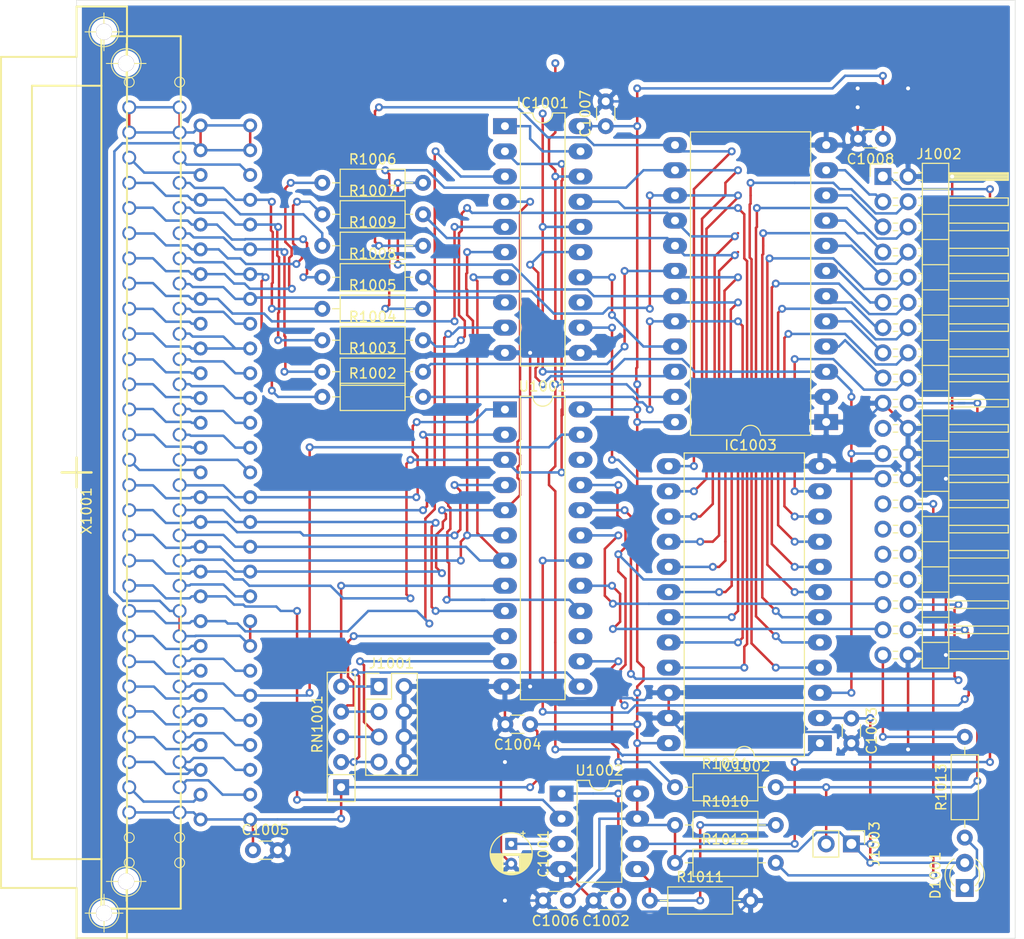
<source format=kicad_pcb>
(kicad_pcb (version 20171130) (host pcbnew "(5.1.10)-1")
  (layers (0 F.Cu signal) (31 B.Cu signal) (34 B.Paste user) (35 F.Paste user) (36 B.SilkS user) (37 F.SilkS user) (38 B.Mask user) (39 F.Mask user) (44 Edge.Cuts user))
  (net 0 "")
  (net 1 GND)
  (net 2 "Net-(C1001-Pad1)")
  (net 3 "Net-(C1002-Pad1)")
  (net 4 +5P)
  (net 5 "Net-(D1001-Pad1)")
  (net 6 "Net-(IC1001-Pad1)")
  (net 7 "Net-(IC1001-Pad9)")
  (net 8 "Net-(IC1001-Pad18)")
  (net 9 "Net-(IC1001-Pad8)")
  (net 10 "Net-(IC1001-Pad17)")
  (net 11 "Net-(IC1001-Pad7)")
  (net 12 "Net-(IC1001-Pad16)")
  (net 13 "Net-(IC1001-Pad6)")
  (net 14 "Net-(IC1001-Pad15)")
  (net 15 "Net-(IC1001-Pad5)")
  (net 16 "Net-(IC1001-Pad14)")
  (net 17 "Net-(IC1001-Pad4)")
  (net 18 "Net-(IC1001-Pad3)")
  (net 19 "Net-(IC1001-Pad12)")
  (net 20 "Net-(IC1001-Pad2)")
  (net 21 "Net-(IC1002-Pad11)")
  (net 22 "Net-(IC1002-Pad10)")
  (net 23 "Net-(IC1002-Pad9)")
  (net 24 "Net-(IC1002-Pad20)")
  (net 25 "Net-(IC1002-Pad8)")
  (net 26 "Net-(IC1002-Pad19)")
  (net 27 "Net-(IC1002-Pad7)")
  (net 28 "Net-(IC1002-Pad18)")
  (net 29 "Net-(IC1002-Pad6)")
  (net 30 "Net-(IC1002-Pad17)")
  (net 31 "Net-(IC1002-Pad5)")
  (net 32 "Net-(IC1002-Pad16)")
  (net 33 "Net-(IC1002-Pad4)")
  (net 34 "Net-(IC1002-Pad15)")
  (net 35 "Net-(IC1002-Pad14)")
  (net 36 "Net-(IC1002-Pad13)")
  (net 37 "Net-(IC1003-Pad11)")
  (net 38 "Net-(IC1003-Pad10)")
  (net 39 "Net-(IC1003-Pad9)")
  (net 40 "Net-(IC1003-Pad8)")
  (net 41 "Net-(IC1003-Pad7)")
  (net 42 "Net-(IC1003-Pad6)")
  (net 43 "Net-(IC1003-Pad5)")
  (net 44 "Net-(IC1003-Pad4)")
  (net 45 "Net-(J1001-Pad7)")
  (net 46 "Net-(J1001-Pad5)")
  (net 47 "Net-(J1001-Pad3)")
  (net 48 "Net-(J1001-Pad1)")
  (net 49 "Net-(J1002-Pad20)")
  (net 50 "Net-(J1002-Pad1)")
  (net 51 "Net-(R1001-Pad1)")
  (net 52 "Net-(R1002-Pad1)")
  (net 53 "Net-(R1003-Pad1)")
  (net 54 "Net-(R1004-Pad1)")
  (net 55 "Net-(R1005-Pad1)")
  (net 56 "Net-(R1006-Pad1)")
  (net 57 "Net-(R1007-Pad1)")
  (net 58 "Net-(R1008-Pad1)")
  (net 59 "Net-(R1009-Pad1)")
  (net 60 "Net-(R1010-Pad2)")
  (net 61 "Net-(J1002-Pad28)")
  (net 62 "Net-(J1002-Pad39)")
  (net 63 "Net-(U1001-Pad23)")
  (net 64 "Net-(J1002-Pad33)")
  (net 65 "Net-(U1001-Pad9)")
  (net 66 "Net-(J1002-Pad36)")
  (net 67 "Net-(J1002-Pad35)")
  (net 68 "Net-(J1002-Pad38)")
  (net 69 "Net-(J1002-Pad37)")
  (net 70 "Net-(U1001-Pad4)")
  (net 71 "Net-(U1001-Pad2)")
  (net 72 "Net-(U1001-Pad1)")
  (net 73 "Net-(U1002-Pad2)")
  (net 74 "Net-(X1001-PadA27)")
  (net 75 "Net-(X1001-PadA26)")
  (net 76 "Net-(X1001-PadA25)")
  (net 77 "Net-(X1001-PadA24)")
  (net 78 "Net-(X1001-PadA23)")
  (net 79 "Net-(X1001-PadA22)")
  (net 80 "Net-(X1001-PadA14)")
  (net 81 "Net-(X1001-PadA13)")
  (net 82 "Net-(X1001-PadA12)")
  (net 83 "Net-(X1001-PadA11)")
  (net 84 "Net-(X1001-PadA10)")
  (net 85 "Net-(X1001-PadA09)")
  (net 86 "Net-(X1001-PadC26)")
  (net 87 "Net-(X1001-PadC25)")
  (net 88 "Net-(X1001-PadC23)")
  (net 89 "Net-(X1001-PadC20)")
  (net 90 "Net-(X1001-PadC14)")
  (net 91 "Net-(X1001-PadC13)")
  (net 92 "Net-(X1001-PadC12)")
  (net 93 "Net-(X1001-PadC11)")
  (net 94 "Net-(X1001-PadC09)")
  (net 95 "Net-(X1001-PadA03)")
  (net 96 "Net-(X1001-PadA28)")
  (net 97 "Net-(X1001-PadA15)")
  (net 98 "Net-(X1001-PadA01)")
  (net 99 "Net-(X1001-PadC28)")
  (net 100 "Net-(X1001-PadC15)")
  (net 101 "Net-(X1001-PadC03)")
  (module Connector_PinHeader_2.54mm:PinHeader_2x20_P2.54mm_Horizontal (layer F.Cu) (at 182.245 81.915)
    (fp_text reference J1002 (at 5.655 -2.27) (layer F.SilkS))
    (fp_text value Conn_02x20_Odd_Even)
    (pad 40 thru_hole oval (at 2.54 48.26) (size 1.7 1.7) (drill 1) (layers *.Cu *.Mask) (net 1 GND))
    (pad 39 thru_hole oval (at 0 48.26) (size 1.7 1.7) (drill 1) (layers *.Cu *.Mask) (net 62 "Net-(J1002-Pad39)"))
    (pad 38 thru_hole oval (at 2.54 45.72) (size 1.7 1.7) (drill 1) (layers *.Cu *.Mask) (net 68 "Net-(J1002-Pad38)"))
    (pad 37 thru_hole oval (at 0 45.72) (size 1.7 1.7) (drill 1) (layers *.Cu *.Mask) (net 69 "Net-(J1002-Pad37)"))
    (pad 36 thru_hole oval (at 2.54 43.18) (size 1.7 1.7) (drill 1) (layers *.Cu *.Mask) (net 66 "Net-(J1002-Pad36)"))
    (pad 35 thru_hole oval (at 0 43.18) (size 1.7 1.7) (drill 1) (layers *.Cu *.Mask) (net 67 "Net-(J1002-Pad35)"))
    (pad 34 thru_hole oval (at 2.54 40.64) (size 1.7 1.7) (drill 1) (layers *.Cu *.Mask))
    (pad 33 thru_hole oval (at 0 40.64) (size 1.7 1.7) (drill 1) (layers *.Cu *.Mask) (net 64 "Net-(J1002-Pad33)"))
    (pad 32 thru_hole oval (at 2.54 38.1) (size 1.7 1.7) (drill 1) (layers *.Cu *.Mask))
    (pad 31 thru_hole oval (at 0 38.1) (size 1.7 1.7) (drill 1) (layers *.Cu *.Mask))
    (pad 30 thru_hole oval (at 2.54 35.56) (size 1.7 1.7) (drill 1) (layers *.Cu *.Mask))
    (pad 29 thru_hole oval (at 0 35.56) (size 1.7 1.7) (drill 1) (layers *.Cu *.Mask))
    (pad 28 thru_hole oval (at 2.54 33.02) (size 1.7 1.7) (drill 1) (layers *.Cu *.Mask) (net 61 "Net-(J1002-Pad28)"))
    (pad 27 thru_hole oval (at 0 33.02) (size 1.7 1.7) (drill 1) (layers *.Cu *.Mask))
    (pad 26 thru_hole oval (at 2.54 30.48) (size 1.7 1.7) (drill 1) (layers *.Cu *.Mask) (net 1 GND))
    (pad 25 thru_hole oval (at 0 30.48) (size 1.7 1.7) (drill 1) (layers *.Cu *.Mask) (net 19 "Net-(IC1001-Pad12)"))
    (pad 24 thru_hole oval (at 2.54 27.94) (size 1.7 1.7) (drill 1) (layers *.Cu *.Mask) (net 1 GND))
    (pad 23 thru_hole oval (at 0 27.94) (size 1.7 1.7) (drill 1) (layers *.Cu *.Mask) (net 12 "Net-(IC1001-Pad16)"))
    (pad 22 thru_hole oval (at 2.54 25.4) (size 1.7 1.7) (drill 1) (layers *.Cu *.Mask) (net 1 GND))
    (pad 21 thru_hole oval (at 0 25.4) (size 1.7 1.7) (drill 1) (layers *.Cu *.Mask))
    (pad 20 thru_hole oval (at 2.54 22.86) (size 1.7 1.7) (drill 1) (layers *.Cu *.Mask) (net 49 "Net-(J1002-Pad20)"))
    (pad 19 thru_hole oval (at 0 22.86) (size 1.7 1.7) (drill 1) (layers *.Cu *.Mask) (net 1 GND))
    (pad 18 thru_hole oval (at 2.54 20.32) (size 1.7 1.7) (drill 1) (layers *.Cu *.Mask) (net 21 "Net-(IC1002-Pad11)"))
    (pad 17 thru_hole oval (at 0 20.32) (size 1.7 1.7) (drill 1) (layers *.Cu *.Mask) (net 44 "Net-(IC1003-Pad4)"))
    (pad 16 thru_hole oval (at 2.54 17.78) (size 1.7 1.7) (drill 1) (layers *.Cu *.Mask) (net 22 "Net-(IC1002-Pad10)"))
    (pad 15 thru_hole oval (at 0 17.78) (size 1.7 1.7) (drill 1) (layers *.Cu *.Mask) (net 43 "Net-(IC1003-Pad5)"))
    (pad 14 thru_hole oval (at 2.54 15.24) (size 1.7 1.7) (drill 1) (layers *.Cu *.Mask) (net 23 "Net-(IC1002-Pad9)"))
    (pad 13 thru_hole oval (at 0 15.24) (size 1.7 1.7) (drill 1) (layers *.Cu *.Mask) (net 42 "Net-(IC1003-Pad6)"))
    (pad 12 thru_hole oval (at 2.54 12.7) (size 1.7 1.7) (drill 1) (layers *.Cu *.Mask) (net 25 "Net-(IC1002-Pad8)"))
    (pad 11 thru_hole oval (at 0 12.7) (size 1.7 1.7) (drill 1) (layers *.Cu *.Mask) (net 41 "Net-(IC1003-Pad7)"))
    (pad 10 thru_hole oval (at 2.54 10.16) (size 1.7 1.7) (drill 1) (layers *.Cu *.Mask) (net 27 "Net-(IC1002-Pad7)"))
    (pad 9 thru_hole oval (at 0 10.16) (size 1.7 1.7) (drill 1) (layers *.Cu *.Mask) (net 40 "Net-(IC1003-Pad8)"))
    (pad 8 thru_hole oval (at 2.54 7.62) (size 1.7 1.7) (drill 1) (layers *.Cu *.Mask) (net 29 "Net-(IC1002-Pad6)"))
    (pad 7 thru_hole oval (at 0 7.62) (size 1.7 1.7) (drill 1) (layers *.Cu *.Mask) (net 39 "Net-(IC1003-Pad9)"))
    (pad 6 thru_hole oval (at 2.54 5.08) (size 1.7 1.7) (drill 1) (layers *.Cu *.Mask) (net 31 "Net-(IC1002-Pad5)"))
    (pad 5 thru_hole oval (at 0 5.08) (size 1.7 1.7) (drill 1) (layers *.Cu *.Mask) (net 38 "Net-(IC1003-Pad10)"))
    (pad 4 thru_hole oval (at 2.54 2.54) (size 1.7 1.7) (drill 1) (layers *.Cu *.Mask) (net 33 "Net-(IC1002-Pad4)"))
    (pad 3 thru_hole oval (at 0 2.54) (size 1.7 1.7) (drill 1) (layers *.Cu *.Mask) (net 37 "Net-(IC1003-Pad11)"))
    (pad 2 thru_hole oval (at 2.54 0) (size 1.7 1.7) (drill 1) (layers *.Cu *.Mask) (net 1 GND))
    (pad 1 thru_hole rect (at 0 0) (size 1.7 1.7) (drill 1) (layers *.Cu *.Mask) (net 50 "Net-(J1002-Pad1)"))
  )
  (module Capacitor_THT:C_Disc_D3.0mm_W1.6mm_P2.50mm (layer F.Cu) (at 179.07 136.565 270)
    (fp_text reference C1003 (at 1.25 -2.05 90) (layer F.SilkS))
    (fp_text value 100nF)
    (pad 2 thru_hole circle (at 2.5 0 270) (size 1.6 1.6) (drill 0.8) (layers *.Cu *.Mask) (net 1 GND))
    (pad 1 thru_hole circle (at 0 0 270) (size 1.6 1.6) (drill 0.8) (layers *.Cu *.Mask) (net 4 +5P))
  )
  (module Package_DIP:DIP-24_W15.24mm_LongPads (layer F.Cu) (at 176.53 106.68 180)
    (fp_text reference IC1003 (at 7.62 -2.33) (layer F.SilkS))
    (fp_text value SN74LS646NT)
    (pad 24 thru_hole oval (at 15.24 0 180) (size 2.4 1.6) (drill 0.8) (layers *.Cu *.Mask) (net 4 +5P))
    (pad 12 thru_hole oval (at 0 27.94 180) (size 2.4 1.6) (drill 0.8) (layers *.Cu *.Mask) (net 1 GND))
    (pad 23 thru_hole oval (at 15.24 2.54 180) (size 2.4 1.6) (drill 0.8) (layers *.Cu *.Mask) (net 8 "Net-(IC1001-Pad18)"))
    (pad 11 thru_hole oval (at 0 25.4 180) (size 2.4 1.6) (drill 0.8) (layers *.Cu *.Mask) (net 37 "Net-(IC1003-Pad11)"))
    (pad 22 thru_hole oval (at 15.24 5.08 180) (size 2.4 1.6) (drill 0.8) (layers *.Cu *.Mask) (net 14 "Net-(IC1001-Pad15)"))
    (pad 10 thru_hole oval (at 0 22.86 180) (size 2.4 1.6) (drill 0.8) (layers *.Cu *.Mask) (net 38 "Net-(IC1003-Pad10)"))
    (pad 21 thru_hole oval (at 15.24 7.62 180) (size 2.4 1.6) (drill 0.8) (layers *.Cu *.Mask) (net 16 "Net-(IC1001-Pad14)"))
    (pad 9 thru_hole oval (at 0 20.32 180) (size 2.4 1.6) (drill 0.8) (layers *.Cu *.Mask) (net 39 "Net-(IC1003-Pad9)"))
    (pad 20 thru_hole oval (at 15.24 10.16 180) (size 2.4 1.6) (drill 0.8) (layers *.Cu *.Mask) (net 24 "Net-(IC1002-Pad20)"))
    (pad 8 thru_hole oval (at 0 17.78 180) (size 2.4 1.6) (drill 0.8) (layers *.Cu *.Mask) (net 40 "Net-(IC1003-Pad8)"))
    (pad 19 thru_hole oval (at 15.24 12.7 180) (size 2.4 1.6) (drill 0.8) (layers *.Cu *.Mask) (net 26 "Net-(IC1002-Pad19)"))
    (pad 7 thru_hole oval (at 0 15.24 180) (size 2.4 1.6) (drill 0.8) (layers *.Cu *.Mask) (net 41 "Net-(IC1003-Pad7)"))
    (pad 18 thru_hole oval (at 15.24 15.24 180) (size 2.4 1.6) (drill 0.8) (layers *.Cu *.Mask) (net 28 "Net-(IC1002-Pad18)"))
    (pad 6 thru_hole oval (at 0 12.7 180) (size 2.4 1.6) (drill 0.8) (layers *.Cu *.Mask) (net 42 "Net-(IC1003-Pad6)"))
    (pad 17 thru_hole oval (at 15.24 17.78 180) (size 2.4 1.6) (drill 0.8) (layers *.Cu *.Mask) (net 30 "Net-(IC1002-Pad17)"))
    (pad 5 thru_hole oval (at 0 10.16 180) (size 2.4 1.6) (drill 0.8) (layers *.Cu *.Mask) (net 43 "Net-(IC1003-Pad5)"))
    (pad 16 thru_hole oval (at 15.24 20.32 180) (size 2.4 1.6) (drill 0.8) (layers *.Cu *.Mask) (net 32 "Net-(IC1002-Pad16)"))
    (pad 4 thru_hole oval (at 0 7.62 180) (size 2.4 1.6) (drill 0.8) (layers *.Cu *.Mask) (net 44 "Net-(IC1003-Pad4)"))
    (pad 15 thru_hole oval (at 15.24 22.86 180) (size 2.4 1.6) (drill 0.8) (layers *.Cu *.Mask) (net 34 "Net-(IC1002-Pad15)"))
    (pad 3 thru_hole oval (at 0 5.08 180) (size 2.4 1.6) (drill 0.8) (layers *.Cu *.Mask) (net 12 "Net-(IC1001-Pad16)"))
    (pad 14 thru_hole oval (at 15.24 25.4 180) (size 2.4 1.6) (drill 0.8) (layers *.Cu *.Mask) (net 35 "Net-(IC1002-Pad14)"))
    (pad 2 thru_hole oval (at 0 2.54 180) (size 2.4 1.6) (drill 0.8) (layers *.Cu *.Mask) (net 1 GND))
    (pad 13 thru_hole oval (at 15.24 27.94 180) (size 2.4 1.6) (drill 0.8) (layers *.Cu *.Mask) (net 36 "Net-(IC1002-Pad13)"))
    (pad 1 thru_hole rect (at 0 0 180) (size 2.4 1.6) (drill 0.8) (layers *.Cu *.Mask) (net 1 GND))
  )
  (module Package_DIP:DIP-24_W15.24mm_LongPads (layer F.Cu) (at 175.895 139.065 180)
    (fp_text reference IC1002 (at 7.62 -2.33) (layer F.SilkS))
    (fp_text value SN74LS646NT)
    (pad 24 thru_hole oval (at 15.24 0 180) (size 2.4 1.6) (drill 0.8) (layers *.Cu *.Mask) (net 4 +5P))
    (pad 12 thru_hole oval (at 0 27.94 180) (size 2.4 1.6) (drill 0.8) (layers *.Cu *.Mask) (net 1 GND))
    (pad 23 thru_hole oval (at 15.24 2.54 180) (size 2.4 1.6) (drill 0.8) (layers *.Cu *.Mask) (net 1 GND))
    (pad 11 thru_hole oval (at 0 25.4 180) (size 2.4 1.6) (drill 0.8) (layers *.Cu *.Mask) (net 21 "Net-(IC1002-Pad11)"))
    (pad 22 thru_hole oval (at 15.24 5.08 180) (size 2.4 1.6) (drill 0.8) (layers *.Cu *.Mask) (net 1 GND))
    (pad 10 thru_hole oval (at 0 22.86 180) (size 2.4 1.6) (drill 0.8) (layers *.Cu *.Mask) (net 22 "Net-(IC1002-Pad10)"))
    (pad 21 thru_hole oval (at 15.24 7.62 180) (size 2.4 1.6) (drill 0.8) (layers *.Cu *.Mask) (net 10 "Net-(IC1001-Pad17)"))
    (pad 9 thru_hole oval (at 0 20.32 180) (size 2.4 1.6) (drill 0.8) (layers *.Cu *.Mask) (net 23 "Net-(IC1002-Pad9)"))
    (pad 20 thru_hole oval (at 15.24 10.16 180) (size 2.4 1.6) (drill 0.8) (layers *.Cu *.Mask) (net 24 "Net-(IC1002-Pad20)"))
    (pad 8 thru_hole oval (at 0 17.78 180) (size 2.4 1.6) (drill 0.8) (layers *.Cu *.Mask) (net 25 "Net-(IC1002-Pad8)"))
    (pad 19 thru_hole oval (at 15.24 12.7 180) (size 2.4 1.6) (drill 0.8) (layers *.Cu *.Mask) (net 26 "Net-(IC1002-Pad19)"))
    (pad 7 thru_hole oval (at 0 15.24 180) (size 2.4 1.6) (drill 0.8) (layers *.Cu *.Mask) (net 27 "Net-(IC1002-Pad7)"))
    (pad 18 thru_hole oval (at 15.24 15.24 180) (size 2.4 1.6) (drill 0.8) (layers *.Cu *.Mask) (net 28 "Net-(IC1002-Pad18)"))
    (pad 6 thru_hole oval (at 0 12.7 180) (size 2.4 1.6) (drill 0.8) (layers *.Cu *.Mask) (net 29 "Net-(IC1002-Pad6)"))
    (pad 17 thru_hole oval (at 15.24 17.78 180) (size 2.4 1.6) (drill 0.8) (layers *.Cu *.Mask) (net 30 "Net-(IC1002-Pad17)"))
    (pad 5 thru_hole oval (at 0 10.16 180) (size 2.4 1.6) (drill 0.8) (layers *.Cu *.Mask) (net 31 "Net-(IC1002-Pad5)"))
    (pad 16 thru_hole oval (at 15.24 20.32 180) (size 2.4 1.6) (drill 0.8) (layers *.Cu *.Mask) (net 32 "Net-(IC1002-Pad16)"))
    (pad 4 thru_hole oval (at 0 7.62 180) (size 2.4 1.6) (drill 0.8) (layers *.Cu *.Mask) (net 33 "Net-(IC1002-Pad4)"))
    (pad 15 thru_hole oval (at 15.24 22.86 180) (size 2.4 1.6) (drill 0.8) (layers *.Cu *.Mask) (net 34 "Net-(IC1002-Pad15)"))
    (pad 3 thru_hole oval (at 0 5.08 180) (size 2.4 1.6) (drill 0.8) (layers *.Cu *.Mask) (net 12 "Net-(IC1001-Pad16)"))
    (pad 14 thru_hole oval (at 15.24 25.4 180) (size 2.4 1.6) (drill 0.8) (layers *.Cu *.Mask) (net 35 "Net-(IC1002-Pad14)"))
    (pad 2 thru_hole oval (at 0 2.54 180) (size 2.4 1.6) (drill 0.8) (layers *.Cu *.Mask) (net 4 +5P))
    (pad 13 thru_hole oval (at 15.24 27.94 180) (size 2.4 1.6) (drill 0.8) (layers *.Cu *.Mask) (net 36 "Net-(IC1002-Pad13)"))
    (pad 1 thru_hole rect (at 0 0 180) (size 2.4 1.6) (drill 0.8) (layers *.Cu *.Mask) (net 8 "Net-(IC1001-Pad18)"))
  )
  (module Capacitor_THT:C_Disc_D3.0mm_W1.6mm_P2.50mm (layer F.Cu) (at 182.245 78.105 180)
    (fp_text reference C1008 (at 1.25 -2.05) (layer F.SilkS))
    (fp_text value 100nF)
    (pad 2 thru_hole circle (at 2.5 0 180) (size 1.6 1.6) (drill 0.8) (layers *.Cu *.Mask) (net 1 GND))
    (pad 1 thru_hole circle (at 0 0 180) (size 1.6 1.6) (drill 0.8) (layers *.Cu *.Mask) (net 4 +5P))
  )
  (module EFS:EFS2x29_DIN_male (layer F.Cu) (at 100.965 111.76 270)
    (fp_text reference X1001 (at 1.4 -1 90) (layer F.SilkS) (effects (justify right)))
    (fp_text value K1520)
    (pad A27 smd custom (at 30 -12.5 270) (size 1.4 1.4) (layers B.Cu) (net 74 "Net-(X1001-PadA27)") (options (clearance outline) (anchor circle)) (primitives (gr_line (start 0 0) (end 0 0.9) (width 0.25)) (gr_line (start 0 0.9) (end 0.4 1.3) (width 0.25)) (gr_line (start 0.4 1.3) (end 0.4 3.5) (width 0.25)) (gr_line (start 0.4 3.5) (end -0.8 4.7) (width 0.25)) (gr_line (start -0.8 4.7) (end -0.8 7.2) (width 0.25))))
    (pad A26 smd custom (at 27.5 -12.5 270) (size 1.4 1.4) (layers B.Cu) (net 75 "Net-(X1001-PadA26)") (options (clearance outline) (anchor circle)) (primitives (gr_line (start 0 0) (end 0 0.9) (width 0.25)) (gr_line (start 0 0.9) (end 0.4 1.3) (width 0.25)) (gr_line (start 0.4 1.3) (end 0.4 3.5) (width 0.25)) (gr_line (start 0.4 3.5) (end -0.8 4.7) (width 0.25)) (gr_line (start -0.8 4.7) (end -0.8 7.2) (width 0.25))))
    (pad A25 smd custom (at 25 -12.5 270) (size 1.4 1.4) (layers B.Cu) (net 76 "Net-(X1001-PadA25)") (options (clearance outline) (anchor circle)) (primitives (gr_line (start 0.4 3.5) (end -0.9 4.8) (width 0.25)) (gr_line (start -0.9 4.8) (end -0.9 7.2) (width 0.25)) (gr_line (start 0 0) (end 0 0.9) (width 0.25)) (gr_line (start 0 0.9) (end 0.4 1.3) (width 0.25)) (gr_line (start 0.4 1.3) (end 0.4 3.5) (width 0.25))))
    (pad A24 smd custom (at 22.5 -12.5 270) (size 1.4 1.4) (layers B.Cu) (net 77 "Net-(X1001-PadA24)") (options (clearance outline) (anchor circle)) (primitives (gr_line (start 0 0) (end 0 0.9) (width 0.25)) (gr_line (start 0 0.9) (end 0.3 1.2) (width 0.25)) (gr_line (start 0.3 1.2) (end 0.3 3.5) (width 0.25)) (gr_line (start 0.3 3.5) (end -0.9 4.7) (width 0.25)) (gr_line (start -0.9 4.7) (end -0.9 7.2) (width 0.25))))
    (pad A23 smd custom (at 20 -12.5 270) (size 1.4 1.4) (layers B.Cu) (net 78 "Net-(X1001-PadA23)") (options (clearance outline) (anchor circle)) (primitives (gr_line (start 0 0.9) (end 0.3 1.2) (width 0.25)) (gr_line (start 0.3 1.2) (end 0.3 3.5) (width 0.25)) (gr_line (start 0.3 3.5) (end -0.9 4.7) (width 0.25)) (gr_line (start -0.9 4.7) (end -0.9 7.2) (width 0.25)) (gr_line (start 0 0) (end 0 0.9) (width 0.25))))
    (pad A22 smd custom (at 17.5 -12.5 270) (size 1.4 1.4) (layers B.Cu) (net 79 "Net-(X1001-PadA22)") (options (clearance outline) (anchor circle)) (primitives (gr_line (start 0 0) (end 0 0.9) (width 0.25)) (gr_line (start 0 0.9) (end 0.3 1.2) (width 0.25)) (gr_line (start 0.3 1.2) (end 0.3 3.5) (width 0.25)) (gr_line (start 0.3 3.5) (end -1 4.8) (width 0.25)) (gr_line (start -1 4.8) (end -1 7.2) (width 0.25))))
    (pad A21 smd custom (at 15 -12.5 270) (size 1.4 1.4) (layers B.Cu) (net 18 "Net-(IC1001-Pad3)") (options (clearance outline) (anchor circle)) (primitives (gr_line (start 0.2 3.5) (end -1 4.7) (width 0.25)) (gr_line (start -1 4.7) (end -1 7.2) (width 0.25)) (gr_line (start 0 0) (end 0 0.9) (width 0.25)) (gr_line (start 0 0.9) (end 0.2 1.1) (width 0.25)) (gr_line (start 0.2 1.1) (end 0.2 3.5) (width 0.25))))
    (pad A20 smd custom (at 12.5 -12.5 270) (size 1.4 1.4) (layers B.Cu) (net 73 "Net-(U1002-Pad2)") (options (clearance outline) (anchor circle)) (primitives (gr_line (start 0 0) (end 0 0.9) (width 0.25)) (gr_line (start 0 0.9) (end 0.2 1.1) (width 0.25)) (gr_line (start 0.2 1.1) (end 0.2 3.5) (width 0.25)) (gr_line (start 0.2 3.5) (end -1.1 4.8) (width 0.25)) (gr_line (start -1.1 4.8) (end -1.1 7.2) (width 0.25))))
    (pad A19 smd custom (at 10 -12.5 270) (size 1.4 1.4) (layers B.Cu) (net 20 "Net-(IC1001-Pad2)") (options (clearance outline) (anchor circle)) (primitives (gr_line (start 0 0.9) (end 0.2 1.1) (width 0.25)) (gr_line (start 0.2 1.1) (end 0.2 3.5) (width 0.25)) (gr_line (start 0.2 3.5) (end -1.1 4.8) (width 0.25)) (gr_line (start -1.1 4.8) (end -1.1 7.2) (width 0.25)) (gr_line (start 0 0) (end 0 0.9) (width 0.25))))
    (pad A18 smd custom (at 7.5 -12.5 270) (size 1.4 1.4) (layers B.Cu) (net 13 "Net-(IC1001-Pad6)") (options (clearance outline) (anchor circle)) (primitives (gr_line (start 0.1 1) (end 0.1 3.5) (width 0.25)) (gr_line (start 0.1 3.5) (end -1.2 4.8) (width 0.25)) (gr_line (start -1.2 4.8) (end -1.2 7.2) (width 0.25)) (gr_line (start 0 0) (end 0 0.9) (width 0.25)) (gr_line (start 0 0.9) (end 0.1 1) (width 0.25))))
    (pad A17 smd custom (at 5 -12.5 270) (size 1.4 1.4) (layers B.Cu) (net 70 "Net-(U1001-Pad4)") (options (clearance outline) (anchor circle)) (primitives (gr_line (start 0 0) (end 0 0.9) (width 0.25)) (gr_line (start 0 0.9) (end 0.1 1) (width 0.25)) (gr_line (start 0.1 1) (end 0.1 3.5) (width 0.25)) (gr_line (start 0.1 3.5) (end -1.2 4.8) (width 0.25)) (gr_line (start -1.2 4.8) (end -1.2 7.2) (width 0.25))))
    (pad A16 smd custom (at 2.5 -12.5 270) (size 1.4 1.4) (layers B.Cu) (net 71 "Net-(U1001-Pad2)") (options (clearance outline) (anchor circle)) (primitives (gr_line (start -1.2 4.8) (end -1.2 7.2) (width 0.25)) (gr_line (start 0 0) (end 0 0.9) (width 0.25)) (gr_line (start 0 0.9) (end 0.1 1) (width 0.25)) (gr_line (start 0.1 1) (end 0.1 3.5) (width 0.25)) (gr_line (start 0.1 3.5) (end -1.2 4.8) (width 0.25))))
    (pad A14 smd custom (at -2.5 -12.5 270) (size 1.4 1.4) (layers B.Cu) (net 80 "Net-(X1001-PadA14)") (options (clearance outline) (anchor circle)) (primitives (gr_line (start 0 0.9) (end -0.1 1) (width 0.25)) (gr_line (start -0.1 1) (end -0.1 3.5) (width 0.25)) (gr_line (start -0.1 3.5) (end -1.3 4.7) (width 0.25)) (gr_line (start -1.3 4.7) (end -1.3 7.2) (width 0.25)) (gr_line (start 0 0) (end 0 0.9) (width 0.25))))
    (pad A13 smd custom (at -5 -12.5 270) (size 1.4 1.4) (layers B.Cu) (net 81 "Net-(X1001-PadA13)") (options (clearance outline) (anchor circle)) (primitives (gr_line (start -0.1 1) (end -0.1 3.5) (width 0.25)) (gr_line (start -0.1 3.5) (end -1.4 4.8) (width 0.25)) (gr_line (start -1.4 4.8) (end -1.4 7.2) (width 0.25)) (gr_line (start 0 0) (end 0 0.9) (width 0.25)) (gr_line (start 0 0.9) (end -0.1 1) (width 0.25))))
    (pad A12 smd custom (at -7.5 -12.5 270) (size 1.4 1.4) (layers B.Cu) (net 82 "Net-(X1001-PadA12)") (options (clearance outline) (anchor circle)) (primitives (gr_line (start 0 0) (end 0 0.9) (width 0.25)) (gr_line (start 0 0.9) (end -0.1 1) (width 0.25)) (gr_line (start -0.1 1) (end -0.1 3.5) (width 0.25)) (gr_line (start -0.1 3.5) (end -1.4 4.8) (width 0.25)) (gr_line (start -1.4 4.8) (end -1.4 7.2) (width 0.25))))
    (pad A11 smd custom (at -10 -12.5 270) (size 1.4 1.4) (layers B.Cu) (net 83 "Net-(X1001-PadA11)") (options (clearance outline) (anchor circle)) (primitives (gr_line (start 0 0) (end 0 0.9) (width 0.25)) (gr_line (start 0 0.9) (end -0.1 1) (width 0.25)) (gr_line (start -0.1 1) (end -0.1 3.5) (width 0.25)) (gr_line (start -0.1 3.5) (end -1.4 4.8) (width 0.25)) (gr_line (start -1.4 4.8) (end -1.4 7.2) (width 0.25))))
    (pad A10 smd custom (at -12.5 -12.5 270) (size 1.4 1.4) (layers B.Cu) (net 84 "Net-(X1001-PadA10)") (options (clearance outline) (anchor circle)) (primitives (gr_line (start 0 0.9) (end -0.2 1.1) (width 0.25)) (gr_line (start -0.2 1.1) (end -0.2 3.5) (width 0.25)) (gr_line (start -0.2 3.5) (end -1.5 4.8) (width 0.25)) (gr_line (start -1.5 4.8) (end -1.5 7.2) (width 0.25)) (gr_line (start 0 0) (end 0 0.9) (width 0.25))))
    (pad A09 smd custom (at -15 -12.5 270) (size 1.4 1.4) (layers B.Cu) (net 85 "Net-(X1001-PadA09)") (options (clearance outline) (anchor circle)) (primitives (gr_line (start 0 0) (end 0 0.9) (width 0.25)) (gr_line (start 0 0.9) (end -0.2 1.1) (width 0.25)) (gr_line (start -0.2 1.1) (end -0.2 3.5) (width 0.25)) (gr_line (start -0.2 3.5) (end -1.5 4.8) (width 0.25)) (gr_line (start -1.5 4.8) (end -1.5 7.2) (width 0.25))))
    (pad A08 smd custom (at -17.5 -12.5 270) (size 1.4 1.4) (layers B.Cu) (net 15 "Net-(IC1001-Pad5)") (options (clearance outline) (anchor circle)) (primitives (gr_line (start -0.3 3.5) (end -1.6 4.8) (width 0.25)) (gr_line (start -1.6 4.8) (end -1.6 7.2) (width 0.25)) (gr_line (start 0 0) (end 0 0.9) (width 0.25)) (gr_line (start 0 0.9) (end -0.3 1.2) (width 0.25)) (gr_line (start -0.3 1.2) (end -0.3 3.5) (width 0.25))))
    (pad A07 smd custom (at -20 -12.5 270) (size 1.4 1.4) (layers B.Cu) (net 56 "Net-(R1006-Pad1)") (options (clearance outline) (anchor circle)) (primitives (gr_line (start 0 0) (end 0 0.9) (width 0.25)) (gr_line (start 0 0.9) (end -0.3 1.2) (width 0.25)) (gr_line (start -0.3 1.2) (end -0.3 3.5) (width 0.25)) (gr_line (start -0.3 3.5) (end -1.6 4.8) (width 0.25)) (gr_line (start -1.6 4.8) (end -1.6 7.2) (width 0.25))))
    (pad A06 smd custom (at -22.5 -12.5 270) (size 1.4 1.4) (layers B.Cu) (net 57 "Net-(R1007-Pad1)") (options (clearance outline) (anchor circle)) (primitives (gr_line (start 0 0) (end 0 0.9) (width 0.25)) (gr_line (start 0 0.9) (end -0.4 1.3) (width 0.25)) (gr_line (start -0.4 1.3) (end -0.4 3.5) (width 0.25)) (gr_line (start -0.4 3.5) (end -1.6 4.7) (width 0.25)) (gr_line (start -1.6 4.7) (end -1.6 7.2) (width 0.25))))
    (pad A05 smd custom (at -25 -12.5 270) (size 1.4 1.4) (layers B.Cu) (net 58 "Net-(R1008-Pad1)") (options (clearance outline) (anchor circle)) (primitives (gr_line (start -0.4 1.3) (end -0.4 3.5) (width 0.25)) (gr_line (start -0.4 3.5) (end -1.7 4.8) (width 0.25)) (gr_line (start -1.7 4.8) (end -1.7 7.2) (width 0.25)) (gr_line (start 0 0) (end 0 0.9) (width 0.25)) (gr_line (start 0 0.9) (end -0.4 1.3) (width 0.25))))
    (pad C27 smd custom (at 30 -17.5 270) (size 1.4 1.4) (layers B.Cu) (net 74 "Net-(X1001-PadA27)") (options (clearance outline) (anchor circle)) (primitives (gr_line (start -0.8 7.1) (end -0.8 6.1) (width 0.25)) (gr_line (start -0.8 6.1) (end -1.2 5.7) (width 0.25)) (gr_line (start -1.2 5.7) (end -1.2 2.7) (width 0.25)) (gr_line (start -1.2 2.7) (end 0 1.5) (width 0.25)) (gr_line (start 0 1.5) (end 0 0) (width 0.25))))
    (pad C26 smd custom (at 27.5 -17.5 270) (size 1.4 1.4) (layers B.Cu) (net 86 "Net-(X1001-PadC26)") (options (clearance outline) (anchor circle)) (primitives (gr_line (start -0.8 7.1) (end -0.8 6.1) (width 0.25)) (gr_line (start -1.2 2.7) (end 0 1.5) (width 0.25)) (gr_line (start 0 1.5) (end 0 0) (width 0.25)) (gr_line (start -1.2 2.7) (end -1.2 5.7) (width 0.25)) (gr_line (start -1.2 5.7) (end -0.8 6.1) (width 0.25))))
    (pad C25 smd custom (at 25 -17.5 270) (size 1.4 1.4) (layers B.Cu) (net 87 "Net-(X1001-PadC25)") (options (clearance outline) (anchor circle)) (primitives (gr_line (start -0.9 7.1) (end -0.9 6.1) (width 0.25)) (gr_line (start -0.9 6.1) (end -1.2 5.8) (width 0.25)) (gr_line (start -1.2 5.8) (end -1.2 2.7) (width 0.25)) (gr_line (start -1.2 2.7) (end 0 1.5) (width 0.25)) (gr_line (start 0 1.5) (end 0 0) (width 0.25))))
    (pad C24 smd custom (at 22.5 -17.5 270) (size 1.4 1.4) (layers B.Cu) (net 63 "Net-(U1001-Pad23)") (options (clearance outline) (anchor circle)) (primitives (gr_line (start -0.9 7.1) (end -0.9 6.1) (width 0.25)) (gr_line (start -0.9 6.1) (end -1.2 5.8) (width 0.25)) (gr_line (start -1.2 5.8) (end -1.2 2.7) (width 0.25)) (gr_line (start -1.2 2.7) (end 0 1.5) (width 0.25)) (gr_line (start 0 1.5) (end 0 0) (width 0.25))))
    (pad C23 smd custom (at 20 -17.5 270) (size 1.4 1.4) (layers B.Cu) (net 88 "Net-(X1001-PadC23)") (options (clearance outline) (anchor circle)) (primitives (gr_line (start -1.2 2.7) (end 0 1.5) (width 0.25)) (gr_line (start 0 1.5) (end 0 0) (width 0.25)) (gr_line (start -1 7.1) (end -1 6.1) (width 0.25)) (gr_line (start -1 6.1) (end -1.2 5.9) (width 0.25)) (gr_line (start -1.2 5.9) (end -1.2 2.7) (width 0.25))))
    (pad C20 smd custom (at 12.5 -17.5 270) (size 1.4 1.4) (layers B.Cu) (net 89 "Net-(X1001-PadC20)") (options (clearance outline) (anchor circle)) (primitives (gr_line (start -1.1 7.1) (end -1.1 6.1) (width 0.25)) (gr_line (start -1.1 6.1) (end -1.2 6) (width 0.25)) (gr_line (start -1.2 6) (end -1.2 2.7) (width 0.25)) (gr_line (start -1.2 2.7) (end 0 1.5) (width 0.25)) (gr_line (start 0 1.5) (end 0 0) (width 0.25))))
    (pad C19 smd custom (at 10 -17.5 270) (size 1.4 1.4) (layers B.Cu) (net 17 "Net-(IC1001-Pad4)") (options (clearance outline) (anchor circle)) (primitives (gr_line (start -1.1 6.1) (end -1.2 6) (width 0.25)) (gr_line (start -1.2 6) (end -1.2 2.7) (width 0.25)) (gr_line (start -1.2 2.7) (end 0 1.5) (width 0.25)) (gr_line (start 0 1.5) (end 0 0) (width 0.25)) (gr_line (start -1.1 7.1) (end -1.1 6.1) (width 0.25))))
    (pad C18 smd custom (at 7.5 -17.5 270) (size 1.4 1.4) (layers B.Cu) (net 11 "Net-(IC1001-Pad7)") (options (clearance outline) (anchor circle)) (primitives (gr_line (start -1.2 7.2) (end -1.2 2.7) (width 0.25)) (gr_line (start -1.2 2.7) (end 0 1.5) (width 0.25)) (gr_line (start 0 1.5) (end 0 0) (width 0.25))))
    (pad C17 smd custom (at 5 -17.5 270) (size 1.4 1.4) (layers B.Cu) (net 65 "Net-(U1001-Pad9)") (options (clearance outline) (anchor circle)) (primitives (gr_line (start -1.2 7.1) (end -1.2 2.7) (width 0.25)) (gr_line (start -1.2 2.7) (end 0 1.5) (width 0.25)) (gr_line (start 0 1.5) (end 0 0) (width 0.25))))
    (pad C16 smd custom (at 2.5 -17.5 270) (size 1.4 1.4) (layers B.Cu) (net 72 "Net-(U1001-Pad1)") (options (clearance outline) (anchor circle)) (primitives (gr_line (start 0 1.5) (end 0 0) (width 0.25)) (gr_line (start -1.2 7.1) (end -1.2 2.7) (width 0.25)) (gr_line (start -1.2 2.7) (end 0 1.5) (width 0.25))))
    (pad C14 smd custom (at -2.5 -17.5 270) (size 1.4 1.4) (layers B.Cu) (net 90 "Net-(X1001-PadC14)") (options (clearance outline) (anchor circle)) (primitives (gr_line (start -1.3 7.1) (end -1.3 6.1) (width 0.25)) (gr_line (start -1.3 6.1) (end -1.2 6) (width 0.25)) (gr_line (start -1.2 6) (end -1.2 2.7) (width 0.25)) (gr_line (start -1.2 2.7) (end 0 1.5) (width 0.25)) (gr_line (start 0 1.5) (end 0 0) (width 0.25))))
    (pad C13 smd custom (at -5 -17.5 270) (size 1.4 1.4) (layers B.Cu) (net 91 "Net-(X1001-PadC13)") (options (clearance outline) (anchor circle)) (primitives (gr_line (start 0 1.5) (end 0 0) (width 0.25)) (gr_line (start -1.4 6.1) (end -1.2 5.9) (width 0.25)) (gr_line (start -1.2 5.9) (end -1.2 2.7) (width 0.25)) (gr_line (start -1.2 2.7) (end 0 1.5) (width 0.25)) (gr_line (start -1.4 7.1) (end -1.4 6.1) (width 0.25))))
    (pad C12 smd custom (at -7.5 -17.5 270) (size 1.4 1.4) (layers B.Cu) (net 92 "Net-(X1001-PadC12)") (options (clearance outline) (anchor circle)) (primitives (gr_line (start -1.4 7.1) (end -1.4 6.1) (width 0.25)) (gr_line (start -1.4 6.1) (end -1.2 5.9) (width 0.25)) (gr_line (start -1.2 5.9) (end -1.2 2.7) (width 0.25)) (gr_line (start -1.2 2.7) (end 0 1.5) (width 0.25)) (gr_line (start 0 1.5) (end 0 0) (width 0.25))))
    (pad C11 smd custom (at -10 -17.5 270) (size 1.4 1.4) (layers B.Cu) (net 93 "Net-(X1001-PadC11)") (options (clearance outline) (anchor circle)) (primitives (gr_line (start -1.2 2.7) (end 0 1.5) (width 0.25)) (gr_line (start 0 1.5) (end 0 0) (width 0.25)) (gr_line (start -1.4 6.1) (end -1.2 5.9) (width 0.25)) (gr_line (start -1.2 5.9) (end -1.2 2.7) (width 0.25)) (gr_line (start -1.4 7.1) (end -1.4 6.1) (width 0.25))))
    (pad C10 smd custom (at -12.5 -17.5 270) (size 1.4 1.4) (layers B.Cu) (net 84 "Net-(X1001-PadA10)") (options (clearance outline) (anchor circle)) (primitives (gr_line (start -1.2 2.7) (end 0 1.5) (width 0.25)) (gr_line (start -1.2 5.8) (end -1.2 2.7) (width 0.25)) (gr_line (start -1.5 6.1) (end -1.2 5.8) (width 0.25)) (gr_line (start -1.5 7.1) (end -1.5 6.1) (width 0.25)) (gr_line (start 0 1.5) (end 0 0) (width 0.25))))
    (pad C09 smd custom (at -15 -17.5 270) (size 1.4 1.4) (layers B.Cu) (net 94 "Net-(X1001-PadC09)") (options (clearance outline) (anchor circle)) (primitives (gr_line (start -1.5 7.1) (end -1.5 6.1) (width 0.25)) (gr_line (start 0 1.5) (end 0 0) (width 0.25)) (gr_line (start -1.2 5.8) (end -1.2 2.7) (width 0.25)) (gr_line (start -1.2 2.7) (end 0 1.5) (width 0.25)) (gr_line (start -1.5 6.1) (end -1.2 5.8) (width 0.25))))
    (pad C08 smd custom (at -17.5 -17.5 270) (size 1.4 1.4) (layers B.Cu) (net 9 "Net-(IC1001-Pad8)") (options (clearance outline) (anchor circle)) (primitives (gr_line (start -1.5 6.1) (end -1.2 5.8) (width 0.25)) (gr_line (start 0 1.5) (end 0 0) (width 0.25)) (gr_line (start -1.2 5.8) (end -1.2 2.7) (width 0.25)) (gr_line (start -1.2 2.7) (end 0 1.5) (width 0.25)) (gr_line (start -1.5 7.1) (end -1.5 6.1) (width 0.25))))
    (pad C07 smd custom (at -20 -17.5 270) (size 1.4 1.4) (layers B.Cu) (net 52 "Net-(R1002-Pad1)") (options (clearance outline) (anchor circle)) (primitives (gr_line (start -1.6 6.1) (end -1.2 5.7) (width 0.25)) (gr_line (start -1.6 7.1) (end -1.6 6.1) (width 0.25)) (gr_line (start -1.2 2.7) (end 0 1.5) (width 0.25)) (gr_line (start -1.2 5.7) (end -1.2 2.7) (width 0.25)) (gr_line (start 0 1.5) (end 0 0) (width 0.25))))
    (pad C06 smd custom (at -22.5 -17.5 270) (size 1.4 1.4) (layers B.Cu) (net 53 "Net-(R1003-Pad1)") (options (clearance outline) (anchor circle)) (primitives (gr_line (start -1.2 5.7) (end -1.2 2.7) (width 0.25)) (gr_line (start -1.6 7.1) (end -1.6 6.1) (width 0.25)) (gr_line (start 0 1.5) (end 0 0) (width 0.25)) (gr_line (start -1.2 2.7) (end 0 1.5) (width 0.25)) (gr_line (start -1.6 6.1) (end -1.2 5.7) (width 0.25))))
    (pad C05 smd custom (at -25 -17.5 270) (size 1.4 1.4) (layers B.Cu) (net 54 "Net-(R1004-Pad1)") (options (clearance outline) (anchor circle)) (primitives (gr_line (start -1.2 5.6) (end -1.2 2.7) (width 0.25)) (gr_line (start -1.2 2.7) (end 0 1.5) (width 0.25)) (gr_line (start -1.7 7.1) (end -1.7 6.1) (width 0.25)) (gr_line (start -1.7 6.1) (end -1.2 5.6) (width 0.25)) (gr_line (start 0 1.5) (end 0 0) (width 0.25))))
    (pad C04 smd custom (at -27.5 -17.5 270) (size 1.4 1.4) (layers B.Cu) (net 55 "Net-(R1005-Pad1)") (options (clearance outline) (anchor circle)) (primitives (gr_line (start -1.7 6.1) (end -1.2 5.6) (width 0.25)) (gr_line (start -1.2 5.6) (end -1.2 2.7) (width 0.25)) (gr_line (start -1.7 7.1) (end -1.7 6.1) (width 0.25)) (gr_line (start 0 1.5) (end 0 0) (width 0.25)) (gr_line (start -1.2 2.7) (end 0 1.5) (width 0.25))))
    (pad A04 smd custom (at -27.5 -12.5 270) (size 1.4 1.4) (layers B.Cu) (net 59 "Net-(R1009-Pad1)") (options (clearance outline) (anchor circle)) (primitives (gr_line (start -0.4 3.5) (end -1.7 4.8) (width 0.25)) (gr_line (start -1.7 4.8) (end -1.7 7.2) (width 0.25)) (gr_line (start 0 0) (end 0 0.9) (width 0.25)) (gr_line (start 0 0.9) (end -0.4 1.3) (width 0.25)) (gr_line (start -0.4 1.3) (end -0.4 3.5) (width 0.25))))
    (pad A03 thru_hole circle (at -31.75 -5.3086 270) (size 1.4 1.4) (drill 1) (layers *.Cu *.Mask) (net 95 "Net-(X1001-PadA03)"))
    (pad A29 thru_hole circle (at 35 -12.5 270) (size 1.4 1.4) (drill 0.8) (layers *.Cu *.Mask) (net 4 +5P))
    (pad A28 thru_hole circle (at 32.5 -12.5 270) (size 1.4 1.4) (drill 0.8) (layers *.Cu *.Mask) (net 96 "Net-(X1001-PadA28)"))
    (pad A27 thru_hole circle (at 30 -12.5 270) (size 1.4 1.4) (drill 0.8) (layers *.Cu *.Mask) (net 74 "Net-(X1001-PadA27)"))
    (pad A26 thru_hole circle (at 27.5 -12.5 270) (size 1.4 1.4) (drill 0.8) (layers *.Cu *.Mask) (net 75 "Net-(X1001-PadA26)"))
    (pad A25 thru_hole circle (at 25 -12.5 270) (size 1.4 1.4) (drill 0.8) (layers *.Cu *.Mask) (net 76 "Net-(X1001-PadA25)"))
    (pad A24 thru_hole circle (at 22.5 -12.5 270) (size 1.4 1.4) (drill 0.8) (layers *.Cu *.Mask) (net 77 "Net-(X1001-PadA24)"))
    (pad A23 thru_hole circle (at 20 -12.5 270) (size 1.4 1.4) (drill 0.8) (layers *.Cu *.Mask) (net 78 "Net-(X1001-PadA23)"))
    (pad A22 thru_hole circle (at 17.5 -12.5 270) (size 1.4 1.4) (drill 0.8) (layers *.Cu *.Mask) (net 79 "Net-(X1001-PadA22)"))
    (pad A21 thru_hole circle (at 15 -12.5 270) (size 1.4 1.4) (drill 0.8) (layers *.Cu *.Mask) (net 18 "Net-(IC1001-Pad3)"))
    (pad A20 thru_hole circle (at 12.5 -12.5 270) (size 1.4 1.4) (drill 0.8) (layers *.Cu *.Mask) (net 73 "Net-(U1002-Pad2)"))
    (pad A19 thru_hole circle (at 10 -12.5 270) (size 1.4 1.4) (drill 0.8) (layers *.Cu *.Mask) (net 20 "Net-(IC1001-Pad2)"))
    (pad A18 thru_hole circle (at 7.5 -12.5 270) (size 1.4 1.4) (drill 0.8) (layers *.Cu *.Mask) (net 13 "Net-(IC1001-Pad6)"))
    (pad A17 thru_hole circle (at 5 -12.5 270) (size 1.4 1.4) (drill 0.8) (layers *.Cu *.Mask) (net 70 "Net-(U1001-Pad4)"))
    (pad A16 thru_hole circle (at 2.5 -12.5 270) (size 1.4 1.4) (drill 0.8) (layers *.Cu *.Mask) (net 71 "Net-(U1001-Pad2)"))
    (pad A15 thru_hole circle (at 0 -12.5 270) (size 1.4 1.4) (drill 0.8) (layers *.Cu *.Mask) (net 97 "Net-(X1001-PadA15)"))
    (pad A14 thru_hole circle (at -2.5 -12.5 270) (size 1.4 1.4) (drill 0.8) (layers *.Cu *.Mask) (net 80 "Net-(X1001-PadA14)"))
    (pad A13 thru_hole circle (at -5 -12.5 270) (size 1.4 1.4) (drill 0.8) (layers *.Cu *.Mask) (net 81 "Net-(X1001-PadA13)"))
    (pad A12 thru_hole circle (at -7.5 -12.5 270) (size 1.4 1.4) (drill 0.8) (layers *.Cu *.Mask) (net 82 "Net-(X1001-PadA12)"))
    (pad A11 thru_hole circle (at -10 -12.5 270) (size 1.4 1.4) (drill 0.8) (layers *.Cu *.Mask) (net 83 "Net-(X1001-PadA11)"))
    (pad A10 thru_hole circle (at -12.5 -12.5 270) (size 1.4 1.4) (drill 0.8) (layers *.Cu *.Mask) (net 84 "Net-(X1001-PadA10)"))
    (pad A09 thru_hole circle (at -15 -12.5 270) (size 1.4 1.4) (drill 0.8) (layers *.Cu *.Mask) (net 85 "Net-(X1001-PadA09)"))
    (pad A08 thru_hole circle (at -17.5 -12.5 270) (size 1.4 1.4) (drill 0.8) (layers *.Cu *.Mask) (net 15 "Net-(IC1001-Pad5)"))
    (pad A07 thru_hole circle (at -20 -12.5 270) (size 1.4 1.4) (drill 0.8) (layers *.Cu *.Mask) (net 56 "Net-(R1006-Pad1)"))
    (pad A06 thru_hole circle (at -22.5 -12.5 270) (size 1.4 1.4) (drill 0.8) (layers *.Cu *.Mask) (net 57 "Net-(R1007-Pad1)"))
    (pad A05 thru_hole circle (at -25 -12.5 270) (size 1.4 1.4) (drill 0.8) (layers *.Cu *.Mask) (net 58 "Net-(R1008-Pad1)"))
    (pad A04 thru_hole circle (at -27.5 -12.5 270) (size 1.4 1.4) (drill 0.8) (layers *.Cu *.Mask) (net 59 "Net-(R1009-Pad1)"))
    (pad A03 thru_hole circle (at -30 -12.5 270) (size 1.4 1.4) (drill 0.8) (layers *.Cu *.Mask) (net 95 "Net-(X1001-PadA03)"))
    (pad A02 thru_hole circle (at -32.5 -12.5 270) (size 1.4 1.4) (drill 0.8) (layers *.Cu *.Mask) (net 98 "Net-(X1001-PadA01)"))
    (pad A01 thru_hole circle (at -35 -12.5 270) (size 1.4 1.4) (drill 0.8) (layers *.Cu *.Mask) (net 98 "Net-(X1001-PadA01)"))
    (pad C29 thru_hole circle (at 35 -17.5 270) (size 1.4 1.4) (drill 0.8) (layers *.Cu *.Mask) (net 4 +5P))
    (pad C28 thru_hole circle (at 32.5 -17.5 270) (size 1.4 1.4) (drill 0.8) (layers *.Cu *.Mask) (net 99 "Net-(X1001-PadC28)"))
    (pad C27 thru_hole circle (at 30 -17.5 270) (size 1.4 1.4) (drill 0.8) (layers *.Cu *.Mask) (net 74 "Net-(X1001-PadA27)"))
    (pad C26 thru_hole circle (at 27.5 -17.5 270) (size 1.4 1.4) (drill 0.8) (layers *.Cu *.Mask) (net 86 "Net-(X1001-PadC26)"))
    (pad C25 thru_hole circle (at 25 -17.5 270) (size 1.4 1.4) (drill 0.8) (layers *.Cu *.Mask) (net 87 "Net-(X1001-PadC25)"))
    (pad C24 thru_hole circle (at 22.5 -17.5 270) (size 1.4 1.4) (drill 0.8) (layers *.Cu *.Mask) (net 63 "Net-(U1001-Pad23)"))
    (pad C23 thru_hole circle (at 20 -17.5 270) (size 1.4 1.4) (drill 0.8) (layers *.Cu *.Mask) (net 88 "Net-(X1001-PadC23)"))
    (pad C22 thru_hole circle (at 17.5 -17.5 270) (size 1.4 1.4) (drill 0.8) (layers *.Cu *.Mask) (net 98 "Net-(X1001-PadA01)"))
    (pad C21 thru_hole circle (at 15 -17.5 270) (size 1.4 1.4) (drill 0.8) (layers *.Cu *.Mask) (net 98 "Net-(X1001-PadA01)"))
    (pad C20 thru_hole circle (at 12.5 -17.5 270) (size 1.4 1.4) (drill 0.8) (layers *.Cu *.Mask) (net 89 "Net-(X1001-PadC20)"))
    (pad C19 thru_hole circle (at 10 -17.5 270) (size 1.4 1.4) (drill 0.8) (layers *.Cu *.Mask) (net 17 "Net-(IC1001-Pad4)"))
    (pad C18 thru_hole circle (at 7.5 -17.5 270) (size 1.4 1.4) (drill 0.8) (layers *.Cu *.Mask) (net 11 "Net-(IC1001-Pad7)"))
    (pad C17 thru_hole circle (at 5 -17.5 270) (size 1.4 1.4) (drill 0.8) (layers *.Cu *.Mask) (net 65 "Net-(U1001-Pad9)"))
    (pad C16 thru_hole circle (at 2.5 -17.5 270) (size 1.4 1.4) (drill 0.8) (layers *.Cu *.Mask) (net 72 "Net-(U1001-Pad1)"))
    (pad C15 thru_hole circle (at 0 -17.5 270) (size 1.4 1.4) (drill 0.8) (layers *.Cu *.Mask) (net 100 "Net-(X1001-PadC15)"))
    (pad C14 thru_hole circle (at -2.5 -17.5 270) (size 1.4 1.4) (drill 0.8) (layers *.Cu *.Mask) (net 90 "Net-(X1001-PadC14)"))
    (pad C13 thru_hole circle (at -5 -17.5 270) (size 1.4 1.4) (drill 0.8) (layers *.Cu *.Mask) (net 91 "Net-(X1001-PadC13)"))
    (pad C12 thru_hole circle (at -7.5 -17.5 270) (size 1.4 1.4) (drill 0.8) (layers *.Cu *.Mask) (net 92 "Net-(X1001-PadC12)"))
    (pad C11 thru_hole circle (at -10 -17.5 270) (size 1.4 1.4) (drill 0.8) (layers *.Cu *.Mask) (net 93 "Net-(X1001-PadC11)"))
    (pad C10 thru_hole circle (at -12.5 -17.5 270) (size 1.4 1.4) (drill 0.8) (layers *.Cu *.Mask) (net 84 "Net-(X1001-PadA10)"))
    (pad C09 thru_hole circle (at -15 -17.5 270) (size 1.4 1.4) (drill 0.8) (layers *.Cu *.Mask) (net 94 "Net-(X1001-PadC09)"))
    (pad C08 thru_hole circle (at -17.5 -17.5 270) (size 1.4 1.4) (drill 0.8) (layers *.Cu *.Mask) (net 9 "Net-(IC1001-Pad8)"))
    (pad C07 thru_hole circle (at -20 -17.5 270) (size 1.4 1.4) (drill 0.8) (layers *.Cu *.Mask) (net 52 "Net-(R1002-Pad1)"))
    (pad C06 thru_hole circle (at -22.5 -17.5 270) (size 1.4 1.4) (drill 0.8) (layers *.Cu *.Mask) (net 53 "Net-(R1003-Pad1)"))
    (pad C05 thru_hole circle (at -25 -17.5 270) (size 1.4 1.4) (drill 0.8) (layers *.Cu *.Mask) (net 54 "Net-(R1004-Pad1)"))
    (pad C04 thru_hole circle (at -27.5 -17.5 270) (size 1.4 1.4) (drill 0.8) (layers *.Cu *.Mask) (net 55 "Net-(R1005-Pad1)"))
    (pad C03 thru_hole circle (at -30 -17.5 270) (size 1.4 1.4) (drill 0.8) (layers *.Cu *.Mask) (net 101 "Net-(X1001-PadC03)"))
    (pad C02 thru_hole circle (at -32.5 -17.5 270) (size 1.4 1.4) (drill 0.8) (layers *.Cu *.Mask) (net 98 "Net-(X1001-PadA01)"))
    (pad C01 thru_hole circle (at -35 -17.5 270) (size 1.4 1.4) (drill 0.8) (layers *.Cu *.Mask) (net 98 "Net-(X1001-PadA01)"))
    (pad "" thru_hole circle (at 41.25 -5 270) (size 1.61 1.61) (drill 1.6) (layers *.Cu))
    (pad "" thru_hole circle (at -41.25 -5 270) (size 1.61 1.61) (drill 1.6) (layers *.Cu *.Mask))
    (pad C29 thru_hole circle (at 34.29 -10.3886 270) (size 1.4 1.4) (drill 1) (layers *.Cu *.Mask) (net 4 +5P))
    (pad C28 thru_hole circle (at 31.75 -10.3886 270) (size 1.4 1.4) (drill 1) (layers *.Cu *.Mask) (net 99 "Net-(X1001-PadC28)"))
    (pad C27 thru_hole circle (at 29.21 -10.3886 270) (size 1.4 1.4) (drill 1) (layers *.Cu *.Mask) (net 74 "Net-(X1001-PadA27)"))
    (pad C26 thru_hole circle (at 26.67 -10.3886 270) (size 1.4 1.4) (drill 1) (layers *.Cu *.Mask) (net 86 "Net-(X1001-PadC26)"))
    (pad C25 thru_hole circle (at 24.13 -10.3886 270) (size 1.4 1.4) (drill 1) (layers *.Cu *.Mask) (net 87 "Net-(X1001-PadC25)"))
    (pad C24 thru_hole circle (at 21.59 -10.3886 270) (size 1.4 1.4) (drill 1) (layers *.Cu *.Mask) (net 63 "Net-(U1001-Pad23)"))
    (pad C23 thru_hole circle (at 19.05 -10.3886 270) (size 1.4 1.4) (drill 1) (layers *.Cu *.Mask) (net 88 "Net-(X1001-PadC23)"))
    (pad C22 thru_hole circle (at 16.51 -10.3886 270) (size 1.4 1.4) (drill 1) (layers *.Cu *.Mask) (net 98 "Net-(X1001-PadA01)"))
    (pad C21 thru_hole circle (at 13.97 -10.3886 270) (size 1.4 1.4) (drill 1) (layers *.Cu *.Mask) (net 98 "Net-(X1001-PadA01)"))
    (pad C20 thru_hole circle (at 11.43 -10.3886 270) (size 1.4 1.4) (drill 1) (layers *.Cu *.Mask) (net 89 "Net-(X1001-PadC20)"))
    (pad C19 thru_hole circle (at 8.89 -10.3886 270) (size 1.4 1.4) (drill 1) (layers *.Cu *.Mask) (net 17 "Net-(IC1001-Pad4)"))
    (pad C18 thru_hole circle (at 6.35 -10.3886 270) (size 1.4 1.4) (drill 1) (layers *.Cu *.Mask) (net 11 "Net-(IC1001-Pad7)"))
    (pad C17 thru_hole circle (at 3.81 -10.3886 270) (size 1.4 1.4) (drill 1) (layers *.Cu *.Mask) (net 65 "Net-(U1001-Pad9)"))
    (pad C16 thru_hole circle (at 1.27 -10.3886 270) (size 1.4 1.4) (drill 1) (layers *.Cu *.Mask) (net 72 "Net-(U1001-Pad1)"))
    (pad C15 thru_hole circle (at -1.27 -10.3886 270) (size 1.4 1.4) (drill 1) (layers *.Cu *.Mask) (net 100 "Net-(X1001-PadC15)"))
    (pad C14 thru_hole circle (at -3.81 -10.3886 270) (size 1.4 1.4) (drill 1) (layers *.Cu *.Mask) (net 90 "Net-(X1001-PadC14)"))
    (pad C13 thru_hole circle (at -6.35 -10.3886 270) (size 1.4 1.4) (drill 1) (layers *.Cu *.Mask) (net 91 "Net-(X1001-PadC13)"))
    (pad C12 thru_hole circle (at -8.89 -10.3886 270) (size 1.4 1.4) (drill 1) (layers *.Cu *.Mask) (net 92 "Net-(X1001-PadC12)"))
    (pad C11 thru_hole circle (at -11.43 -10.3886 270) (size 1.4 1.4) (drill 1) (layers *.Cu *.Mask) (net 93 "Net-(X1001-PadC11)"))
    (pad C10 thru_hole circle (at -13.97 -10.3886 270) (size 1.4 1.4) (drill 1) (layers *.Cu *.Mask) (net 84 "Net-(X1001-PadA10)"))
    (pad C09 thru_hole circle (at -16.51 -10.3886 270) (size 1.4 1.4) (drill 1) (layers *.Cu *.Mask) (net 94 "Net-(X1001-PadC09)"))
    (pad C08 thru_hole circle (at -19.05 -10.3886 270) (size 1.4 1.4) (drill 1) (layers *.Cu *.Mask) (net 9 "Net-(IC1001-Pad8)"))
    (pad C07 thru_hole circle (at -21.59 -10.3886 270) (size 1.4 1.4) (drill 1) (layers *.Cu *.Mask) (net 52 "Net-(R1002-Pad1)"))
    (pad C06 thru_hole circle (at -24.13 -10.3886 270) (size 1.4 1.4) (drill 1) (layers *.Cu *.Mask) (net 53 "Net-(R1003-Pad1)"))
    (pad C05 thru_hole circle (at -26.67 -10.3886 270) (size 1.4 1.4) (drill 1) (layers *.Cu *.Mask) (net 54 "Net-(R1004-Pad1)"))
    (pad C04 thru_hole circle (at -29.21 -10.3886 270) (size 1.4 1.4) (drill 1) (layers *.Cu *.Mask) (net 55 "Net-(R1005-Pad1)"))
    (pad C03 thru_hole circle (at -31.75 -10.3886 270) (size 1.4 1.4) (drill 1) (layers *.Cu *.Mask) (net 101 "Net-(X1001-PadC03)"))
    (pad C02 thru_hole circle (at -34.29 -10.3886 270) (size 1.4 1.4) (drill 1) (layers *.Cu *.Mask) (net 98 "Net-(X1001-PadA01)"))
    (pad C01 thru_hole circle (at -36.83 -10.3886 270) (size 1.4 1.4) (drill 1) (layers *.Cu *.Mask) (net 98 "Net-(X1001-PadA01)"))
    (pad A29 thru_hole circle (at 34.29 -5.3086 270) (size 1.4 1.4) (drill 1) (layers *.Cu *.Mask) (net 4 +5P))
    (pad A28 thru_hole circle (at 31.75 -5.3086 270) (size 1.4 1.4) (drill 1) (layers *.Cu *.Mask) (net 96 "Net-(X1001-PadA28)"))
    (pad A27 thru_hole circle (at 29.21 -5.3086 270) (size 1.4 1.4) (drill 1) (layers *.Cu *.Mask) (net 74 "Net-(X1001-PadA27)"))
    (pad A26 thru_hole circle (at 26.67 -5.3086 270) (size 1.4 1.4) (drill 1) (layers *.Cu *.Mask) (net 75 "Net-(X1001-PadA26)"))
    (pad A25 thru_hole circle (at 24.13 -5.3086 270) (size 1.4 1.4) (drill 1) (layers *.Cu *.Mask) (net 76 "Net-(X1001-PadA25)"))
    (pad A24 thru_hole circle (at 21.59 -5.3086 270) (size 1.4 1.4) (drill 1) (layers *.Cu *.Mask) (net 77 "Net-(X1001-PadA24)"))
    (pad A23 thru_hole circle (at 19.05 -5.3086 270) (size 1.4 1.4) (drill 1) (layers *.Cu *.Mask) (net 78 "Net-(X1001-PadA23)"))
    (pad A22 thru_hole circle (at 16.51 -5.3086 270) (size 1.4 1.4) (drill 1) (layers *.Cu *.Mask) (net 79 "Net-(X1001-PadA22)"))
    (pad A21 thru_hole circle (at 13.97 -5.3086 270) (size 1.4 1.4) (drill 1) (layers *.Cu *.Mask) (net 18 "Net-(IC1001-Pad3)"))
    (pad A20 thru_hole circle (at 11.43 -5.3086 270) (size 1.4 1.4) (drill 1) (layers *.Cu *.Mask) (net 73 "Net-(U1002-Pad2)"))
    (pad A19 thru_hole circle (at 8.89 -5.3086 270) (size 1.4 1.4) (drill 1) (layers *.Cu *.Mask) (net 20 "Net-(IC1001-Pad2)"))
    (pad A18 thru_hole circle (at 6.35 -5.3086 270) (size 1.4 1.4) (drill 1) (layers *.Cu *.Mask) (net 13 "Net-(IC1001-Pad6)"))
    (pad A17 thru_hole circle (at 3.81 -5.3086 270) (size 1.4 1.4) (drill 1) (layers *.Cu *.Mask) (net 70 "Net-(U1001-Pad4)"))
    (pad A16 thru_hole circle (at 1.27 -5.3086 270) (size 1.4 1.4) (drill 1) (layers *.Cu *.Mask) (net 71 "Net-(U1001-Pad2)"))
    (pad A15 thru_hole circle (at -1.27 -5.3086 270) (size 1.4 1.4) (drill 1) (layers *.Cu *.Mask) (net 97 "Net-(X1001-PadA15)"))
    (pad A14 thru_hole circle (at -3.81 -5.3086 270) (size 1.4 1.4) (drill 1) (layers *.Cu *.Mask) (net 80 "Net-(X1001-PadA14)"))
    (pad A13 thru_hole circle (at -6.35 -5.3086 270) (size 1.4 1.4) (drill 1) (layers *.Cu *.Mask) (net 81 "Net-(X1001-PadA13)"))
    (pad A12 thru_hole circle (at -8.89 -5.3086 270) (size 1.4 1.4) (drill 1) (layers *.Cu *.Mask) (net 82 "Net-(X1001-PadA12)"))
    (pad A11 thru_hole circle (at -11.43 -5.3086 270) (size 1.4 1.4) (drill 1) (layers *.Cu *.Mask) (net 83 "Net-(X1001-PadA11)"))
    (pad A10 thru_hole circle (at -13.97 -5.3086 270) (size 1.4 1.4) (drill 1) (layers *.Cu *.Mask) (net 84 "Net-(X1001-PadA10)"))
    (pad A09 thru_hole circle (at -16.51 -5.3086 270) (size 1.4 1.4) (drill 1) (layers *.Cu *.Mask) (net 85 "Net-(X1001-PadA09)"))
    (pad A08 thru_hole circle (at -19.05 -5.3086 270) (size 1.4 1.4) (drill 1) (layers *.Cu *.Mask) (net 15 "Net-(IC1001-Pad5)"))
    (pad A07 thru_hole circle (at -21.59 -5.3086 270) (size 1.4 1.4) (drill 1) (layers *.Cu *.Mask) (net 56 "Net-(R1006-Pad1)"))
    (pad A06 thru_hole circle (at -24.13 -5.3086 270) (size 1.4 1.4) (drill 1) (layers *.Cu *.Mask) (net 57 "Net-(R1007-Pad1)"))
    (pad A05 thru_hole circle (at -26.67 -5.3086 270) (size 1.4 1.4) (drill 1) (layers *.Cu *.Mask) (net 58 "Net-(R1008-Pad1)"))
    (pad A04 thru_hole circle (at -29.21 -5.3086 270) (size 1.4 1.4) (drill 1) (layers *.Cu *.Mask) (net 59 "Net-(R1009-Pad1)"))
    (pad A02 thru_hole circle (at -34.29 -5.3086 270) (size 1.4 1.4) (drill 1) (layers *.Cu *.Mask) (net 98 "Net-(X1001-PadA01)"))
    (pad A01 thru_hole circle (at -36.83 -5.3086 270) (size 1.4 1.4) (drill 1) (layers *.Cu *.Mask) (net 98 "Net-(X1001-PadA01)"))
    (pad "" thru_hole circle (at 44.45 -2.7686 270) (size 1.61 1.61) (drill 1.6) (layers *.Cu *.Mask))
    (pad "" thru_hole circle (at -44.45 -2.7686 270) (size 1.61 1.61) (drill 1.6) (layers *.Cu *.Mask))
  )
  (module Connector_PinHeader_2.54mm:PinHeader_1x02_P2.54mm_Vertical (layer F.Cu) (at 179.07 149.225 270)
    (fp_text reference J1003 (at 0 -2.33 90) (layer F.SilkS))
    (fp_text value Conn_01x02)
    (pad 2 thru_hole oval (at 0 2.54 270) (size 1.7 1.7) (drill 1) (layers *.Cu *.Mask) (net 49 "Net-(J1002-Pad20)"))
    (pad 1 thru_hole rect (at 0 0 270) (size 1.7 1.7) (drill 1) (layers *.Cu *.Mask) (net 4 +5P))
  )
  (module Capacitor_THT:C_Disc_D3.0mm_W1.6mm_P2.50mm (layer F.Cu) (at 154.305 76.835 90)
    (fp_text reference C1007 (at 1.25 -2.05 90) (layer F.SilkS))
    (fp_text value 100nF)
    (pad 2 thru_hole circle (at 2.5 0 90) (size 1.6 1.6) (drill 0.8) (layers *.Cu *.Mask) (net 1 GND))
    (pad 1 thru_hole circle (at 0 0 90) (size 1.6 1.6) (drill 0.8) (layers *.Cu *.Mask) (net 4 +5P))
  )
  (module Capacitor_THT:C_Disc_D3.0mm_W1.6mm_P2.50mm (layer F.Cu) (at 150.495 154.94 180)
    (fp_text reference C1006 (at 1.25 -2.05) (layer F.SilkS))
    (fp_text value 100nF)
    (pad 2 thru_hole circle (at 2.5 0 180) (size 1.6 1.6) (drill 0.8) (layers *.Cu *.Mask) (net 1 GND))
    (pad 1 thru_hole circle (at 0 0 180) (size 1.6 1.6) (drill 0.8) (layers *.Cu *.Mask) (net 4 +5P))
  )
  (module Capacitor_THT:C_Disc_D3.0mm_W1.6mm_P2.50mm (layer F.Cu) (at 118.745 149.86)
    (fp_text reference C1005 (at 1.25 -2.05) (layer F.SilkS))
    (fp_text value 100nF)
    (pad 2 thru_hole circle (at 2.5 0) (size 1.6 1.6) (drill 0.8) (layers *.Cu *.Mask) (net 1 GND))
    (pad 1 thru_hole circle (at 0 0) (size 1.6 1.6) (drill 0.8) (layers *.Cu *.Mask) (net 4 +5P))
  )
  (module Capacitor_THT:C_Disc_D3.0mm_W1.6mm_P2.50mm (layer F.Cu) (at 146.685 137.16 180)
    (fp_text reference C1004 (at 1.25 -2.05) (layer F.SilkS))
    (fp_text value 100nF)
    (pad 2 thru_hole circle (at 2.5 0 180) (size 1.6 1.6) (drill 0.8) (layers *.Cu *.Mask) (net 1 GND))
    (pad 1 thru_hole circle (at 0 0 180) (size 1.6 1.6) (drill 0.8) (layers *.Cu *.Mask) (net 4 +5P))
  )
  (module Package_DIP:DIP-8_W7.62mm_LongPads (layer F.Cu) (at 149.86 144.145)
    (fp_text reference U1002 (at 3.81 -2.33) (layer F.SilkS))
    (fp_text value TL7705A)
    (pad 8 thru_hole oval (at 7.62 0) (size 2.4 1.6) (drill 0.8) (layers *.Cu *.Mask) (net 4 +5P))
    (pad 4 thru_hole oval (at 0 7.62) (size 2.4 1.6) (drill 0.8) (layers *.Cu *.Mask) (net 1 GND))
    (pad 7 thru_hole oval (at 7.62 2.54) (size 2.4 1.6) (drill 0.8) (layers *.Cu *.Mask) (net 4 +5P))
    (pad 3 thru_hole oval (at 0 5.08) (size 2.4 1.6) (drill 0.8) (layers *.Cu *.Mask) (net 2 "Net-(C1001-Pad1)"))
    (pad 6 thru_hole oval (at 7.62 5.08) (size 2.4 1.6) (drill 0.8) (layers *.Cu *.Mask) (net 50 "Net-(J1002-Pad1)"))
    (pad 2 thru_hole oval (at 0 2.54) (size 2.4 1.6) (drill 0.8) (layers *.Cu *.Mask) (net 73 "Net-(U1002-Pad2)"))
    (pad 5 thru_hole oval (at 7.62 7.62) (size 2.4 1.6) (drill 0.8) (layers *.Cu *.Mask) (net 60 "Net-(R1010-Pad2)"))
    (pad 1 thru_hole rect (at 0 0) (size 2.4 1.6) (drill 0.8) (layers *.Cu *.Mask) (net 3 "Net-(C1002-Pad1)"))
  )
  (module Package_DIP:DIP-24_W7.62mm_LongPads (layer F.Cu) (at 144.145 105.41)
    (fp_text reference U1001 (at 3.81 -2.33) (layer F.SilkS))
    (fp_text value GAL20V8)
    (pad 24 thru_hole oval (at 7.62 0) (size 2.4 1.6) (drill 0.8) (layers *.Cu *.Mask) (net 4 +5P))
    (pad 12 thru_hole oval (at 0 27.94) (size 2.4 1.6) (drill 0.8) (layers *.Cu *.Mask) (net 1 GND))
    (pad 23 thru_hole oval (at 7.62 2.54) (size 2.4 1.6) (drill 0.8) (layers *.Cu *.Mask) (net 63 "Net-(U1001-Pad23)"))
    (pad 11 thru_hole oval (at 0 25.4) (size 2.4 1.6) (drill 0.8) (layers *.Cu *.Mask) (net 46 "Net-(J1001-Pad5)"))
    (pad 22 thru_hole oval (at 7.62 5.08) (size 2.4 1.6) (drill 0.8) (layers *.Cu *.Mask))
    (pad 10 thru_hole oval (at 0 22.86) (size 2.4 1.6) (drill 0.8) (layers *.Cu *.Mask) (net 47 "Net-(J1001-Pad3)"))
    (pad 21 thru_hole oval (at 7.62 7.62) (size 2.4 1.6) (drill 0.8) (layers *.Cu *.Mask) (net 64 "Net-(J1002-Pad33)"))
    (pad 9 thru_hole oval (at 0 20.32) (size 2.4 1.6) (drill 0.8) (layers *.Cu *.Mask) (net 65 "Net-(U1001-Pad9)"))
    (pad 20 thru_hole oval (at 7.62 10.16) (size 2.4 1.6) (drill 0.8) (layers *.Cu *.Mask) (net 66 "Net-(J1002-Pad36)"))
    (pad 8 thru_hole oval (at 0 17.78) (size 2.4 1.6) (drill 0.8) (layers *.Cu *.Mask) (net 48 "Net-(J1001-Pad1)"))
    (pad 19 thru_hole oval (at 7.62 12.7) (size 2.4 1.6) (drill 0.8) (layers *.Cu *.Mask) (net 67 "Net-(J1002-Pad35)"))
    (pad 7 thru_hole oval (at 0 15.24) (size 2.4 1.6) (drill 0.8) (layers *.Cu *.Mask) (net 11 "Net-(IC1001-Pad7)"))
    (pad 18 thru_hole oval (at 7.62 15.24) (size 2.4 1.6) (drill 0.8) (layers *.Cu *.Mask) (net 68 "Net-(J1002-Pad38)"))
    (pad 6 thru_hole oval (at 0 12.7) (size 2.4 1.6) (drill 0.8) (layers *.Cu *.Mask) (net 13 "Net-(IC1001-Pad6)"))
    (pad 17 thru_hole oval (at 7.62 17.78) (size 2.4 1.6) (drill 0.8) (layers *.Cu *.Mask) (net 69 "Net-(J1002-Pad37)"))
    (pad 5 thru_hole oval (at 0 10.16) (size 2.4 1.6) (drill 0.8) (layers *.Cu *.Mask) (net 17 "Net-(IC1001-Pad4)"))
    (pad 16 thru_hole oval (at 7.62 20.32) (size 2.4 1.6) (drill 0.8) (layers *.Cu *.Mask) (net 7 "Net-(IC1001-Pad9)"))
    (pad 4 thru_hole oval (at 0 7.62) (size 2.4 1.6) (drill 0.8) (layers *.Cu *.Mask) (net 70 "Net-(U1001-Pad4)"))
    (pad 15 thru_hole oval (at 7.62 22.86) (size 2.4 1.6) (drill 0.8) (layers *.Cu *.Mask))
    (pad 3 thru_hole oval (at 0 5.08) (size 2.4 1.6) (drill 0.8) (layers *.Cu *.Mask) (net 20 "Net-(IC1001-Pad2)"))
    (pad 14 thru_hole oval (at 7.62 25.4) (size 2.4 1.6) (drill 0.8) (layers *.Cu *.Mask) (net 51 "Net-(R1001-Pad1)"))
    (pad 2 thru_hole oval (at 0 2.54) (size 2.4 1.6) (drill 0.8) (layers *.Cu *.Mask) (net 71 "Net-(U1001-Pad2)"))
    (pad 13 thru_hole oval (at 7.62 27.94) (size 2.4 1.6) (drill 0.8) (layers *.Cu *.Mask) (net 45 "Net-(J1001-Pad7)"))
    (pad 1 thru_hole rect (at 0 0) (size 2.4 1.6) (drill 0.8) (layers *.Cu *.Mask) (net 72 "Net-(U1001-Pad1)"))
  )
  (module Resistor_THT:R_Array_SIP5 (layer F.Cu) (at 127.635 143.51 90)
    (fp_text reference RN1001 (at 6.35 -2.4 90) (layer F.SilkS))
    (fp_text value 4K7)
    (pad 5 thru_hole oval (at 10.16 0 90) (size 1.6 1.6) (drill 0.8) (layers *.Cu *.Mask) (net 48 "Net-(J1001-Pad1)"))
    (pad 4 thru_hole oval (at 7.62 0 90) (size 1.6 1.6) (drill 0.8) (layers *.Cu *.Mask) (net 47 "Net-(J1001-Pad3)"))
    (pad 3 thru_hole oval (at 5.08 0 90) (size 1.6 1.6) (drill 0.8) (layers *.Cu *.Mask) (net 46 "Net-(J1001-Pad5)"))
    (pad 2 thru_hole oval (at 2.54 0 90) (size 1.6 1.6) (drill 0.8) (layers *.Cu *.Mask) (net 45 "Net-(J1001-Pad7)"))
    (pad 1 thru_hole rect (at 0 0 90) (size 1.6 1.6) (drill 0.8) (layers *.Cu *.Mask) (net 4 +5P))
  )
  (module Resistor_THT:R_Axial_DIN0207_L6.3mm_D2.5mm_P10.16mm_Horizontal (layer F.Cu) (at 190.5 148.59 90)
    (fp_text reference R1013 (at 5.08 -2.37 90) (layer F.SilkS))
    (fp_text value 330)
    (pad 2 thru_hole oval (at 10.16 0 90) (size 1.6 1.6) (drill 0.8) (layers *.Cu *.Mask) (net 62 "Net-(J1002-Pad39)"))
    (pad 1 thru_hole circle (at 0 0 90) (size 1.6 1.6) (drill 0.8) (layers *.Cu *.Mask) (net 5 "Net-(D1001-Pad1)"))
  )
  (module Resistor_THT:R_Axial_DIN0207_L6.3mm_D2.5mm_P10.16mm_Horizontal (layer F.Cu) (at 161.29 151.13)
    (fp_text reference R1012 (at 5.08 -2.37) (layer F.SilkS))
    (fp_text value 1K)
    (pad 2 thru_hole oval (at 10.16 0) (size 1.6 1.6) (drill 0.8) (layers *.Cu *.Mask) (net 61 "Net-(J1002-Pad28)"))
    (pad 1 thru_hole circle (at 0 0) (size 1.6 1.6) (drill 0.8) (layers *.Cu *.Mask) (net 4 +5P))
  )
  (module Resistor_THT:R_Axial_DIN0207_L6.3mm_D2.5mm_P10.16mm_Horizontal (layer F.Cu) (at 158.75 154.94)
    (fp_text reference R1011 (at 5.08 -2.37) (layer F.SilkS))
    (fp_text value 47K)
    (pad 2 thru_hole oval (at 10.16 0) (size 1.6 1.6) (drill 0.8) (layers *.Cu *.Mask) (net 1 GND))
    (pad 1 thru_hole circle (at 0 0) (size 1.6 1.6) (drill 0.8) (layers *.Cu *.Mask) (net 60 "Net-(R1010-Pad2)"))
  )
  (module Resistor_THT:R_Axial_DIN0207_L6.3mm_D2.5mm_P10.16mm_Horizontal (layer F.Cu) (at 161.29 147.32)
    (fp_text reference R1010 (at 5.08 -2.37) (layer F.SilkS))
    (fp_text value 10K)
    (pad 2 thru_hole oval (at 10.16 0) (size 1.6 1.6) (drill 0.8) (layers *.Cu *.Mask) (net 60 "Net-(R1010-Pad2)"))
    (pad 1 thru_hole circle (at 0 0) (size 1.6 1.6) (drill 0.8) (layers *.Cu *.Mask) (net 4 +5P))
  )
  (module Resistor_THT:R_Axial_DIN0207_L6.3mm_D2.5mm_P10.16mm_Horizontal (layer F.Cu) (at 125.73 88.9)
    (fp_text reference R1009 (at 5.08 -2.37) (layer F.SilkS))
    (fp_text value 100)
    (pad 2 thru_hole oval (at 10.16 0) (size 1.6 1.6) (drill 0.8) (layers *.Cu *.Mask) (net 36 "Net-(IC1002-Pad13)"))
    (pad 1 thru_hole circle (at 0 0) (size 1.6 1.6) (drill 0.8) (layers *.Cu *.Mask) (net 59 "Net-(R1009-Pad1)"))
  )
  (module Resistor_THT:R_Axial_DIN0207_L6.3mm_D2.5mm_P10.16mm_Horizontal (layer F.Cu) (at 125.73 92.075)
    (fp_text reference R1008 (at 5.08 -2.37) (layer F.SilkS))
    (fp_text value 100)
    (pad 2 thru_hole oval (at 10.16 0) (size 1.6 1.6) (drill 0.8) (layers *.Cu *.Mask) (net 34 "Net-(IC1002-Pad15)"))
    (pad 1 thru_hole circle (at 0 0) (size 1.6 1.6) (drill 0.8) (layers *.Cu *.Mask) (net 58 "Net-(R1008-Pad1)"))
  )
  (module Resistor_THT:R_Axial_DIN0207_L6.3mm_D2.5mm_P10.16mm_Horizontal (layer F.Cu) (at 125.73 85.725)
    (fp_text reference R1007 (at 5.08 -2.37) (layer F.SilkS))
    (fp_text value 100)
    (pad 2 thru_hole oval (at 10.16 0) (size 1.6 1.6) (drill 0.8) (layers *.Cu *.Mask) (net 30 "Net-(IC1002-Pad17)"))
    (pad 1 thru_hole circle (at 0 0) (size 1.6 1.6) (drill 0.8) (layers *.Cu *.Mask) (net 57 "Net-(R1007-Pad1)"))
  )
  (module Resistor_THT:R_Axial_DIN0207_L6.3mm_D2.5mm_P10.16mm_Horizontal (layer F.Cu) (at 125.73 82.55)
    (fp_text reference R1006 (at 5.08 -2.37) (layer F.SilkS))
    (fp_text value 100)
    (pad 2 thru_hole oval (at 10.16 0) (size 1.6 1.6) (drill 0.8) (layers *.Cu *.Mask) (net 26 "Net-(IC1002-Pad19)"))
    (pad 1 thru_hole circle (at 0 0) (size 1.6 1.6) (drill 0.8) (layers *.Cu *.Mask) (net 56 "Net-(R1006-Pad1)"))
  )
  (module Resistor_THT:R_Axial_DIN0207_L6.3mm_D2.5mm_P10.16mm_Horizontal (layer F.Cu) (at 125.73 95.25)
    (fp_text reference R1005 (at 5.08 -2.37) (layer F.SilkS))
    (fp_text value 100)
    (pad 2 thru_hole oval (at 10.16 0) (size 1.6 1.6) (drill 0.8) (layers *.Cu *.Mask) (net 35 "Net-(IC1002-Pad14)"))
    (pad 1 thru_hole circle (at 0 0) (size 1.6 1.6) (drill 0.8) (layers *.Cu *.Mask) (net 55 "Net-(R1005-Pad1)"))
  )
  (module Resistor_THT:R_Axial_DIN0207_L6.3mm_D2.5mm_P10.16mm_Horizontal (layer F.Cu) (at 125.73 98.425)
    (fp_text reference R1004 (at 5.08 -2.37) (layer F.SilkS))
    (fp_text value 100)
    (pad 2 thru_hole oval (at 10.16 0) (size 1.6 1.6) (drill 0.8) (layers *.Cu *.Mask) (net 32 "Net-(IC1002-Pad16)"))
    (pad 1 thru_hole circle (at 0 0) (size 1.6 1.6) (drill 0.8) (layers *.Cu *.Mask) (net 54 "Net-(R1004-Pad1)"))
  )
  (module Resistor_THT:R_Axial_DIN0207_L6.3mm_D2.5mm_P10.16mm_Horizontal (layer F.Cu) (at 125.73 101.6)
    (fp_text reference R1003 (at 5.08 -2.37) (layer F.SilkS))
    (fp_text value 100)
    (pad 2 thru_hole oval (at 10.16 0) (size 1.6 1.6) (drill 0.8) (layers *.Cu *.Mask) (net 28 "Net-(IC1002-Pad18)"))
    (pad 1 thru_hole circle (at 0 0) (size 1.6 1.6) (drill 0.8) (layers *.Cu *.Mask) (net 53 "Net-(R1003-Pad1)"))
  )
  (module Resistor_THT:R_Axial_DIN0207_L6.3mm_D2.5mm_P10.16mm_Horizontal (layer F.Cu) (at 125.73 104.14)
    (fp_text reference R1002 (at 5.08 -2.37) (layer F.SilkS))
    (fp_text value 100)
    (pad 2 thru_hole oval (at 10.16 0) (size 1.6 1.6) (drill 0.8) (layers *.Cu *.Mask) (net 24 "Net-(IC1002-Pad20)"))
    (pad 1 thru_hole circle (at 0 0) (size 1.6 1.6) (drill 0.8) (layers *.Cu *.Mask) (net 52 "Net-(R1002-Pad1)"))
  )
  (module Resistor_THT:R_Axial_DIN0207_L6.3mm_D2.5mm_P10.16mm_Horizontal (layer F.Cu) (at 161.29 143.51)
    (fp_text reference R1001 (at 5.08 -2.37) (layer F.SilkS))
    (fp_text value 1K)
    (pad 2 thru_hole oval (at 10.16 0) (size 1.6 1.6) (drill 0.8) (layers *.Cu *.Mask) (net 49 "Net-(J1002-Pad20)"))
    (pad 1 thru_hole circle (at 0 0) (size 1.6 1.6) (drill 0.8) (layers *.Cu *.Mask) (net 51 "Net-(R1001-Pad1)"))
  )
  (module Connector_PinHeader_2.54mm:PinHeader_2x04_P2.54mm_Vertical (layer F.Cu) (at 131.445 133.35)
    (fp_text reference J1001 (at 1.27 -2.33) (layer F.SilkS))
    (fp_text value Conn_02x04_Odd_Even)
    (pad 8 thru_hole oval (at 2.54 7.62) (size 1.7 1.7) (drill 1) (layers *.Cu *.Mask) (net 1 GND))
    (pad 7 thru_hole oval (at 0 7.62) (size 1.7 1.7) (drill 1) (layers *.Cu *.Mask) (net 45 "Net-(J1001-Pad7)"))
    (pad 6 thru_hole oval (at 2.54 5.08) (size 1.7 1.7) (drill 1) (layers *.Cu *.Mask) (net 1 GND))
    (pad 5 thru_hole oval (at 0 5.08) (size 1.7 1.7) (drill 1) (layers *.Cu *.Mask) (net 46 "Net-(J1001-Pad5)"))
    (pad 4 thru_hole oval (at 2.54 2.54) (size 1.7 1.7) (drill 1) (layers *.Cu *.Mask) (net 1 GND))
    (pad 3 thru_hole oval (at 0 2.54) (size 1.7 1.7) (drill 1) (layers *.Cu *.Mask) (net 47 "Net-(J1001-Pad3)"))
    (pad 2 thru_hole oval (at 2.54 0) (size 1.7 1.7) (drill 1) (layers *.Cu *.Mask) (net 1 GND))
    (pad 1 thru_hole rect (at 0 0) (size 1.7 1.7) (drill 1) (layers *.Cu *.Mask) (net 48 "Net-(J1001-Pad1)"))
  )
  (module Package_DIP:DIP-20_W7.62mm_LongPads (layer F.Cu) (at 144.145 76.835)
    (fp_text reference IC1001 (at 3.81 -2.33) (layer F.SilkS))
    (fp_text value GAL16V8D-25LPN)
    (pad 20 thru_hole oval (at 7.62 0) (size 2.4 1.6) (drill 0.8) (layers *.Cu *.Mask) (net 4 +5P))
    (pad 10 thru_hole oval (at 0 22.86) (size 2.4 1.6) (drill 0.8) (layers *.Cu *.Mask) (net 1 GND))
    (pad 19 thru_hole oval (at 7.62 2.54) (size 2.4 1.6) (drill 0.8) (layers *.Cu *.Mask) (net 6 "Net-(IC1001-Pad1)"))
    (pad 9 thru_hole oval (at 0 20.32) (size 2.4 1.6) (drill 0.8) (layers *.Cu *.Mask) (net 7 "Net-(IC1001-Pad9)"))
    (pad 18 thru_hole oval (at 7.62 5.08) (size 2.4 1.6) (drill 0.8) (layers *.Cu *.Mask) (net 8 "Net-(IC1001-Pad18)"))
    (pad 8 thru_hole oval (at 0 17.78) (size 2.4 1.6) (drill 0.8) (layers *.Cu *.Mask) (net 9 "Net-(IC1001-Pad8)"))
    (pad 17 thru_hole oval (at 7.62 7.62) (size 2.4 1.6) (drill 0.8) (layers *.Cu *.Mask) (net 10 "Net-(IC1001-Pad17)"))
    (pad 7 thru_hole oval (at 0 15.24) (size 2.4 1.6) (drill 0.8) (layers *.Cu *.Mask) (net 11 "Net-(IC1001-Pad7)"))
    (pad 16 thru_hole oval (at 7.62 10.16) (size 2.4 1.6) (drill 0.8) (layers *.Cu *.Mask) (net 12 "Net-(IC1001-Pad16)"))
    (pad 6 thru_hole oval (at 0 12.7) (size 2.4 1.6) (drill 0.8) (layers *.Cu *.Mask) (net 13 "Net-(IC1001-Pad6)"))
    (pad 15 thru_hole oval (at 7.62 12.7) (size 2.4 1.6) (drill 0.8) (layers *.Cu *.Mask) (net 14 "Net-(IC1001-Pad15)"))
    (pad 5 thru_hole oval (at 0 10.16) (size 2.4 1.6) (drill 0.8) (layers *.Cu *.Mask) (net 15 "Net-(IC1001-Pad5)"))
    (pad 14 thru_hole oval (at 7.62 15.24) (size 2.4 1.6) (drill 0.8) (layers *.Cu *.Mask) (net 16 "Net-(IC1001-Pad14)"))
    (pad 4 thru_hole oval (at 0 7.62) (size 2.4 1.6) (drill 0.8) (layers *.Cu *.Mask) (net 17 "Net-(IC1001-Pad4)"))
    (pad 13 thru_hole oval (at 7.62 17.78) (size 2.4 1.6) (drill 0.8) (layers *.Cu *.Mask))
    (pad 3 thru_hole oval (at 0 5.08) (size 2.4 1.6) (drill 0.8) (layers *.Cu *.Mask) (net 18 "Net-(IC1001-Pad3)"))
    (pad 12 thru_hole oval (at 7.62 20.32) (size 2.4 1.6) (drill 0.8) (layers *.Cu *.Mask) (net 19 "Net-(IC1001-Pad12)"))
    (pad 2 thru_hole oval (at 0 2.54) (size 2.4 1.6) (drill 0.8) (layers *.Cu *.Mask) (net 20 "Net-(IC1001-Pad2)"))
    (pad 11 thru_hole oval (at 7.62 22.86) (size 2.4 1.6) (drill 0.8) (layers *.Cu *.Mask) (net 1 GND))
    (pad 1 thru_hole rect (at 0 0) (size 2.4 1.6) (drill 0.8) (layers *.Cu *.Mask) (net 6 "Net-(IC1001-Pad1)"))
  )
  (module LED_THT:LED_D3.0mm (layer F.Cu) (at 190.5 153.67 90)
    (fp_text reference D1001 (at 1.27 -2.96 90) (layer F.SilkS))
    (fp_text value LED)
    (pad 2 thru_hole circle (at 2.54 0 90) (size 1.8 1.8) (drill 0.9) (layers *.Cu *.Mask) (net 4 +5P))
    (pad 1 thru_hole rect (at 0 0 90) (size 1.8 1.8) (drill 0.9) (layers *.Cu *.Mask) (net 5 "Net-(D1001-Pad1)"))
  )
  (module Capacitor_THT:C_Disc_D3.0mm_W1.6mm_P2.50mm (layer F.Cu) (at 155.575 154.94 180)
    (fp_text reference C1002 (at 1.25 -2.05) (layer F.SilkS))
    (fp_text value 100nF)
    (pad 2 thru_hole circle (at 2.5 0 180) (size 1.6 1.6) (drill 0.8) (layers *.Cu *.Mask) (net 1 GND))
    (pad 1 thru_hole circle (at 0 0 180) (size 1.6 1.6) (drill 0.8) (layers *.Cu *.Mask) (net 3 "Net-(C1002-Pad1)"))
  )
  (module Capacitor_THT:CP_Radial_D4.0mm_P2.00mm (layer F.Cu) (at 144.78 149.225 270)
    (fp_text reference C1001 (at 1 -3.25 90) (layer F.SilkS))
    (fp_text value 47µ)
    (pad 2 thru_hole circle (at 2 0 270) (size 1.2 1.2) (drill 0.6) (layers *.Cu *.Mask) (net 1 GND))
    (pad 1 thru_hole rect (at 0 0 270) (size 1.2 1.2) (drill 0.6) (layers *.Cu *.Mask) (net 2 "Net-(C1001-Pad1)"))
  )
  (gr_line (start 100.965 64.135) (end 100.965 158.75) (layer Edge.Cuts) (width 0.05))
  (gr_line (start 195.58 64.135) (end 100.965 64.135) (layer Edge.Cuts) (width 0.05))
  (gr_line (start 195.58 158.75) (end 195.58 64.135) (layer Edge.Cuts) (width 0.05))
  (gr_line (start 100.965 158.75) (end 195.58 158.75) (layer Edge.Cuts) (width 0.05))
  (segment (start 167.784999 156.065001) (end 168.91 154.94) (width 0.25) (layer B.Cu) (net 1))
  (segment (start 154.200001 156.065001) (end 167.784999 156.065001) (width 0.25) (layer B.Cu) (net 1))
  (segment (start 153.075 154.94) (end 154.200001 156.065001) (width 0.25) (layer B.Cu) (net 1))
  (segment (start 183.515 106.045) (end 184.785 107.315) (width 0.25) (layer B.Cu) (net 1))
  (segment (start 184.785 112.395) (end 184.785 107.315) (width 0.25) (layer F.Cu) (net 1))
  (segment (start 182.245 104.775) (end 184.785 107.315) (width 0.25) (layer F.Cu) (net 1))
  (segment (start 133.985 133.35) (end 144.145 133.35) (width 0.25) (layer B.Cu) (net 1))
  (segment (start 133.985 140.97) (end 144.145 140.97) (width 0.25) (layer B.Cu) (net 1))
  (segment (start 144.145 140.97) (end 144.145 140.97) (width 0.25) (layer B.Cu) (net 1))
  (via (at 144.145 140.97) (size 0.8) (drill 0.4) (layers F.Cu B.Cu) (net 1))
  (segment (start 133.985 133.35) (end 133.985 140.97) (width 0.25) (layer F.Cu) (net 1))
  (segment (start 143.745001 150.190001) (end 144.78 151.225) (width 0.25) (layer F.Cu) (net 1))
  (segment (start 143.745001 141.369999) (end 143.745001 150.190001) (width 0.25) (layer F.Cu) (net 1))
  (segment (start 144.145 140.97) (end 143.745001 141.369999) (width 0.25) (layer F.Cu) (net 1))
  (segment (start 143.745001 150.190001) (end 143.745001 154.540001) (width 0.25) (layer F.Cu) (net 1))
  (segment (start 143.745001 154.540001) (end 144.145 154.94) (width 0.25) (layer F.Cu) (net 1))
  (segment (start 149.86 153.075) (end 147.995 154.94) (width 0.25) (layer F.Cu) (net 1))
  (segment (start 149.86 151.765) (end 149.86 153.075) (width 0.25) (layer F.Cu) (net 1))
  (segment (start 149.9 151.765) (end 149.86 151.765) (width 0.25) (layer F.Cu) (net 1))
  (segment (start 153.075 154.94) (end 149.9 151.765) (width 0.25) (layer F.Cu) (net 1))
  (segment (start 122.61 151.225) (end 121.245 149.86) (width 0.25) (layer B.Cu) (net 1))
  (segment (start 144.78 151.225) (end 122.61 151.225) (width 0.25) (layer B.Cu) (net 1))
  (segment (start 184.785 112.395) (end 188.595 112.395) (width 0.25) (layer B.Cu) (net 1))
  (segment (start 184.785 130.175) (end 188.595 130.175) (width 0.25) (layer B.Cu) (net 1))
  (segment (start 188.595 130.175) (end 188.595 130.175) (width 0.25) (layer B.Cu) (net 1))
  (via (at 188.595 130.175) (size 0.8) (drill 0.4) (layers F.Cu B.Cu) (net 1))
  (segment (start 188.595 112.395) (end 188.595 112.395) (width 0.25) (layer B.Cu) (net 1))
  (via (at 188.595 112.395) (size 0.8) (drill 0.4) (layers F.Cu B.Cu) (net 1))
  (segment (start 188.595 112.395) (end 188.595 130.175) (width 0.25) (layer F.Cu) (net 1))
  (segment (start 184.785 73.025) (end 184.785 73.025) (width 0.25) (layer B.Cu) (net 1))
  (via (at 184.785 73.025) (size 0.8) (drill 0.4) (layers F.Cu B.Cu) (net 1))
  (segment (start 184.785 81.915) (end 184.785 73.025) (width 0.25) (layer F.Cu) (net 1))
  (segment (start 144.145 99.695) (end 146.685 99.695) (width 0.25) (layer B.Cu) (net 1))
  (segment (start 146.685 99.695) (end 151.765 99.695) (width 0.25) (layer B.Cu) (net 1))
  (via (at 146.685 99.695) (size 0.8) (drill 0.4) (layers F.Cu B.Cu) (net 1))
  (segment (start 146.685 99.695) (end 146.685 133.35) (width 0.25) (layer F.Cu) (net 1))
  (segment (start 146.685 133.35) (end 146.685 133.35) (width 0.25) (layer F.Cu) (net 1))
  (via (at 146.685 133.35) (size 0.8) (drill 0.4) (layers F.Cu B.Cu) (net 1))
  (segment (start 144.145 137.12) (end 144.185 137.16) (width 0.25) (layer F.Cu) (net 1))
  (segment (start 144.145 133.35) (end 144.145 137.12) (width 0.25) (layer F.Cu) (net 1))
  (segment (start 144.145 133.35) (end 146.685 133.35) (width 0.25) (layer B.Cu) (net 1))
  (segment (start 144.145 154.94) (end 144.145 154.94) (width 0.25) (layer F.Cu) (net 1))
  (via (at 144.145 154.94) (size 0.8) (drill 0.4) (layers F.Cu B.Cu) (net 1))
  (segment (start 144.145 154.94) (end 147.995 154.94) (width 0.25) (layer B.Cu) (net 1))
  (segment (start 179.11 78.74) (end 179.745 78.105) (width 0.25) (layer B.Cu) (net 1))
  (segment (start 176.53 78.74) (end 179.11 78.74) (width 0.25) (layer B.Cu) (net 1))
  (segment (start 184.785 73.025) (end 180.34 73.025) (width 0.25) (layer B.Cu) (net 1))
  (segment (start 180.34 73.025) (end 179.705 73.025) (width 0.25) (layer B.Cu) (net 1))
  (segment (start 157.243002 74.335) (end 157.838002 74.93) (width 0.25) (layer B.Cu) (net 1))
  (segment (start 154.305 74.335) (end 157.243002 74.335) (width 0.25) (layer B.Cu) (net 1))
  (segment (start 157.838002 74.93) (end 179.705 74.93) (width 0.25) (layer B.Cu) (net 1))
  (segment (start 179.705 74.93) (end 179.705 74.93) (width 0.25) (layer B.Cu) (net 1))
  (via (at 179.705 74.93) (size 0.8) (drill 0.4) (layers F.Cu B.Cu) (net 1))
  (segment (start 179.705 73.025) (end 179.705 73.025) (width 0.25) (layer B.Cu) (net 1))
  (via (at 179.705 73.025) (size 0.8) (drill 0.4) (layers F.Cu B.Cu) (net 1))
  (segment (start 183.515 111.125) (end 184.785 112.395) (width 0.25) (layer B.Cu) (net 1))
  (segment (start 175.895 111.125) (end 183.515 111.125) (width 0.25) (layer B.Cu) (net 1))
  (segment (start 180.34 106.68) (end 182.245 104.775) (width 0.25) (layer B.Cu) (net 1))
  (segment (start 176.53 106.68) (end 180.34 106.68) (width 0.25) (layer B.Cu) (net 1))
  (segment (start 156.951997 134.529999) (end 157.131999 134.710001) (width 0.25) (layer B.Cu) (net 1))
  (segment (start 147.864999 134.529999) (end 156.951997 134.529999) (width 0.25) (layer B.Cu) (net 1))
  (segment (start 146.685 133.35) (end 147.864999 134.529999) (width 0.25) (layer B.Cu) (net 1))
  (segment (start 179.07 139.065) (end 179.705 139.7) (width 0.25) (layer B.Cu) (net 1))
  (segment (start 179.705 139.7) (end 184.785 139.7) (width 0.25) (layer B.Cu) (net 1))
  (segment (start 162.069999 137.939999) (end 160.655 136.525) (width 0.25) (layer B.Cu) (net 1))
  (segment (start 177.944999 137.939999) (end 162.069999 137.939999) (width 0.25) (layer B.Cu) (net 1))
  (segment (start 179.07 139.065) (end 177.944999 137.939999) (width 0.25) (layer B.Cu) (net 1))
  (segment (start 184.785 139.7) (end 184.785 139.7) (width 0.25) (layer B.Cu) (net 1))
  (via (at 184.785 139.7) (size 0.8) (drill 0.4) (layers F.Cu B.Cu) (net 1))
  (segment (start 160.655 136.525) (end 160.655 133.985) (width 0.25) (layer F.Cu) (net 1))
  (segment (start 184.785 139.7) (end 184.785 130.175) (width 0.25) (layer F.Cu) (net 1))
  (segment (start 158.930002 133.985) (end 158.205001 134.710001) (width 0.25) (layer B.Cu) (net 1))
  (segment (start 160.655 133.985) (end 158.930002 133.985) (width 0.25) (layer B.Cu) (net 1))
  (segment (start 157.131999 134.710001) (end 158.205001 134.710001) (width 0.25) (layer B.Cu) (net 1))
  (segment (start 176.53 104.14) (end 176.53 106.68) (width 0.25) (layer F.Cu) (net 1))
  (segment (start 184.785 81.915) (end 189.23 81.915) (width 0.25) (layer B.Cu) (net 1))
  (segment (start 189.23 81.915) (end 189.23 81.915) (width 0.25) (layer B.Cu) (net 1))
  (via (at 189.23 81.915) (size 0.8) (drill 0.4) (layers F.Cu B.Cu) (net 1))
  (segment (start 189.23 111.76) (end 188.595 112.395) (width 0.25) (layer F.Cu) (net 1))
  (segment (start 189.23 81.915) (end 189.23 111.76) (width 0.25) (layer F.Cu) (net 1))
  (segment (start 179.705 78.065) (end 179.745 78.105) (width 0.25) (layer F.Cu) (net 1))
  (segment (start 179.705 73.025) (end 179.705 78.065) (width 0.25) (layer F.Cu) (net 1))
  (segment (start 144.78 149.225) (end 149.86 149.225) (width 0.25) (layer B.Cu) (net 2))
  (segment (start 149.86 144.145) (end 153.035 144.145) (width 0.25) (layer B.Cu) (net 3))
  (segment (start 153.035 144.145) (end 155.575 144.145) (width 0.25) (layer B.Cu) (net 3))
  (segment (start 155.575 144.145) (end 155.575 144.145) (width 0.25) (layer B.Cu) (net 3))
  (via (at 155.575 144.145) (size 0.8) (drill 0.4) (layers F.Cu B.Cu) (net 3))
  (segment (start 155.575 144.145) (end 155.575 154.94) (width 0.25) (layer F.Cu) (net 3))
  (segment (start 180.975 151.13) (end 180.975 151.13) (width 0.25) (layer B.Cu) (net 4))
  (segment (start 190.5 151.13) (end 180.975 151.13) (width 0.25) (layer B.Cu) (net 4))
  (segment (start 157.48 146.685) (end 157.48 144.145) (width 0.25) (layer F.Cu) (net 4))
  (segment (start 161.29 151.13) (end 161.29 147.32) (width 0.25) (layer F.Cu) (net 4))
  (segment (start 106.2736 146.05) (end 111.3536 146.05) (width 0.25) (layer B.Cu) (net 4))
  (segment (start 112.755 146.05) (end 113.465 146.76) (width 0.25) (layer B.Cu) (net 4))
  (segment (start 111.3536 146.05) (end 112.755 146.05) (width 0.25) (layer B.Cu) (net 4))
  (segment (start 113.465 146.76) (end 118.465 146.76) (width 0.25) (layer B.Cu) (net 4))
  (segment (start 118.465 146.76) (end 121.21 146.76) (width 0.25) (layer B.Cu) (net 4))
  (segment (start 127.635 146.685) (end 127.635 146.685) (width 0.25) (layer B.Cu) (net 4))
  (segment (start 127.635 146.685) (end 127.56 146.76) (width 0.25) (layer B.Cu) (net 4))
  (via (at 127.635 146.685) (size 0.8) (drill 0.4) (layers F.Cu B.Cu) (net 4))
  (segment (start 121.21 146.76) (end 127.56 146.76) (width 0.25) (layer B.Cu) (net 4))
  (segment (start 157.48 133.985) (end 157.48 133.985) (width 0.25) (layer B.Cu) (net 4))
  (via (at 157.48 133.985) (size 0.8) (drill 0.4) (layers F.Cu B.Cu) (net 4))
  (segment (start 157.48 133.985) (end 157.48 146.685) (width 0.25) (layer F.Cu) (net 4))
  (segment (start 127.635 143.51) (end 127.635 146.685) (width 0.25) (layer F.Cu) (net 4))
  (segment (start 118.745 147.04) (end 118.465 146.76) (width 0.25) (layer F.Cu) (net 4))
  (segment (start 118.745 149.86) (end 118.745 147.04) (width 0.25) (layer F.Cu) (net 4))
  (segment (start 127.635 143.51) (end 146.685 143.51) (width 0.25) (layer B.Cu) (net 4))
  (segment (start 146.685 143.51) (end 146.685 143.51) (width 0.25) (layer B.Cu) (net 4))
  (via (at 146.685 143.51) (size 0.8) (drill 0.4) (layers F.Cu B.Cu) (net 4))
  (segment (start 147.410001 137.885001) (end 146.685 137.16) (width 0.25) (layer F.Cu) (net 4))
  (segment (start 147.410001 142.784999) (end 147.410001 137.885001) (width 0.25) (layer F.Cu) (net 4))
  (segment (start 146.685 143.51) (end 147.410001 142.784999) (width 0.25) (layer F.Cu) (net 4))
  (segment (start 146.685 137.16) (end 157.48 137.16) (width 0.25) (layer B.Cu) (net 4))
  (segment (start 157.48 137.16) (end 157.48 137.16) (width 0.25) (layer B.Cu) (net 4))
  (via (at 157.48 137.16) (size 0.8) (drill 0.4) (layers F.Cu B.Cu) (net 4))
  (segment (start 157.48 146.685) (end 153.67 146.685) (width 0.25) (layer B.Cu) (net 4))
  (segment (start 158.115 147.32) (end 157.48 146.685) (width 0.25) (layer B.Cu) (net 4))
  (segment (start 161.29 147.32) (end 158.115 147.32) (width 0.25) (layer B.Cu) (net 4))
  (segment (start 153.67 151.765) (end 153.67 146.685) (width 0.25) (layer B.Cu) (net 4))
  (segment (start 150.495 154.94) (end 153.67 151.765) (width 0.25) (layer B.Cu) (net 4))
  (segment (start 162.469999 149.950001) (end 161.29 151.13) (width 0.25) (layer B.Cu) (net 4))
  (segment (start 173.703001 149.950001) (end 162.469999 149.950001) (width 0.25) (layer B.Cu) (net 4))
  (segment (start 175.603003 148.049999) (end 173.703001 149.950001) (width 0.25) (layer B.Cu) (net 4))
  (segment (start 177.894999 148.049999) (end 175.603003 148.049999) (width 0.25) (layer B.Cu) (net 4))
  (segment (start 179.07 149.225) (end 177.894999 148.049999) (width 0.25) (layer B.Cu) (net 4))
  (segment (start 151.765 105.41) (end 156.21 105.41) (width 0.25) (layer B.Cu) (net 4))
  (segment (start 156.21 105.41) (end 156.845 105.41) (width 0.25) (layer B.Cu) (net 4))
  (segment (start 156.845 105.41) (end 157.48 105.41) (width 0.25) (layer B.Cu) (net 4))
  (segment (start 151.765 76.835) (end 157.48 76.835) (width 0.25) (layer B.Cu) (net 4))
  (segment (start 157.48 105.41) (end 157.48 105.41) (width 0.25) (layer B.Cu) (net 4))
  (via (at 157.48 105.41) (size 0.8) (drill 0.4) (layers F.Cu B.Cu) (net 4))
  (segment (start 157.48 102.87) (end 157.48 102.87) (width 0.25) (layer B.Cu) (net 4))
  (via (at 157.48 102.87) (size 0.8) (drill 0.4) (layers F.Cu B.Cu) (net 4))
  (segment (start 157.48 73.025) (end 157.48 73.025) (width 0.25) (layer B.Cu) (net 4))
  (via (at 157.48 73.025) (size 0.8) (drill 0.4) (layers F.Cu B.Cu) (net 4))
  (segment (start 157.48 76.835) (end 157.48 76.835) (width 0.25) (layer B.Cu) (net 4))
  (via (at 157.48 76.835) (size 0.8) (drill 0.4) (layers F.Cu B.Cu) (net 4))
  (segment (start 157.48 76.835) (end 157.48 73.025) (width 0.25) (layer F.Cu) (net 4))
  (segment (start 157.48 102.87) (end 157.48 105.41) (width 0.25) (layer F.Cu) (net 4))
  (segment (start 157.48 133.985) (end 157.48 133.35) (width 0.25) (layer F.Cu) (net 4))
  (segment (start 157.48 133.35) (end 158.115 132.715) (width 0.25) (layer F.Cu) (net 4))
  (segment (start 158.115 132.715) (end 158.115 131.445) (width 0.25) (layer F.Cu) (net 4))
  (segment (start 158.115 131.445) (end 157.48 130.81) (width 0.25) (layer F.Cu) (net 4))
  (segment (start 157.48 105.41) (end 157.48 130.81) (width 0.25) (layer F.Cu) (net 4))
  (segment (start 157.389999 102.779999) (end 157.48 102.87) (width 0.25) (layer F.Cu) (net 4))
  (segment (start 157.389999 101.251999) (end 157.389999 102.779999) (width 0.25) (layer F.Cu) (net 4))
  (segment (start 157.48 101.161998) (end 157.389999 101.251999) (width 0.25) (layer F.Cu) (net 4))
  (segment (start 157.48 76.835) (end 157.48 101.161998) (width 0.25) (layer F.Cu) (net 4))
  (segment (start 157.48 73.025) (end 177.165 73.025) (width 0.25) (layer B.Cu) (net 4))
  (segment (start 177.165 73.025) (end 178.435 71.755) (width 0.25) (layer B.Cu) (net 4))
  (segment (start 178.435 71.755) (end 182.245 71.755) (width 0.25) (layer B.Cu) (net 4))
  (segment (start 182.245 71.755) (end 182.245 71.755) (width 0.25) (layer B.Cu) (net 4))
  (via (at 182.245 71.755) (size 0.8) (drill 0.4) (layers F.Cu B.Cu) (net 4))
  (segment (start 179.03 136.525) (end 179.07 136.565) (width 0.25) (layer B.Cu) (net 4))
  (segment (start 175.895 136.525) (end 179.03 136.525) (width 0.25) (layer B.Cu) (net 4))
  (segment (start 160.655 139.065) (end 157.48 139.065) (width 0.25) (layer B.Cu) (net 4))
  (segment (start 157.48 139.065) (end 157.48 139.065) (width 0.25) (layer B.Cu) (net 4))
  (via (at 157.48 139.065) (size 0.8) (drill 0.4) (layers F.Cu B.Cu) (net 4))
  (segment (start 161.29 106.68) (end 157.48 106.68) (width 0.25) (layer B.Cu) (net 4))
  (segment (start 157.48 106.68) (end 157.48 106.68) (width 0.25) (layer B.Cu) (net 4))
  (via (at 157.48 106.68) (size 0.8) (drill 0.4) (layers F.Cu B.Cu) (net 4))
  (segment (start 182.245 71.755) (end 182.245 78.105) (width 0.25) (layer F.Cu) (net 4))
  (segment (start 179.07 149.225) (end 180.975 149.225) (width 0.25) (layer B.Cu) (net 4))
  (segment (start 179.07 136.565) (end 180.935 136.565) (width 0.25) (layer B.Cu) (net 4))
  (segment (start 180.935 136.565) (end 180.975 136.525) (width 0.25) (layer B.Cu) (net 4))
  (segment (start 180.975 136.525) (end 180.975 136.525) (width 0.25) (layer B.Cu) (net 4))
  (via (at 180.975 136.525) (size 0.8) (drill 0.4) (layers F.Cu B.Cu) (net 4))
  (segment (start 180.975 149.225) (end 180.975 149.225) (width 0.25) (layer B.Cu) (net 4))
  (via (at 180.975 149.225) (size 0.8) (drill 0.4) (layers F.Cu B.Cu) (net 4))
  (segment (start 180.975 151.13) (end 179.07 149.225) (width 0.25) (layer B.Cu) (net 4))
  (via (at 180.975 151.13) (size 0.8) (drill 0.4) (layers F.Cu B.Cu) (net 4))
  (segment (start 180.975 136.525) (end 180.975 151.13) (width 0.25) (layer F.Cu) (net 4))
  (segment (start 191.725001 152.444999) (end 190.5 153.67) (width 0.25) (layer B.Cu) (net 5))
  (segment (start 191.725001 149.815001) (end 191.725001 152.444999) (width 0.25) (layer B.Cu) (net 5))
  (segment (start 190.5 148.59) (end 191.725001 149.815001) (width 0.25) (layer B.Cu) (net 5))
  (segment (start 144.145 76.835) (end 146.685 76.835) (width 0.25) (layer B.Cu) (net 6))
  (segment (start 146.685 78.105) (end 147.955 79.375) (width 0.25) (layer B.Cu) (net 6))
  (segment (start 146.685 76.835) (end 146.685 78.105) (width 0.25) (layer B.Cu) (net 6))
  (segment (start 151.765 79.375) (end 147.955 79.375) (width 0.25) (layer B.Cu) (net 6))
  (segment (start 151.765 125.73) (end 150.63999 124.60499) (width 0.25) (layer B.Cu) (net 7))
  (segment (start 151.765 125.73) (end 152.4 126.365) (width 0.25) (layer B.Cu) (net 7))
  (segment (start 139.503002 97.155) (end 138.868002 97.79) (width 0.25) (layer B.Cu) (net 7))
  (segment (start 144.145 97.155) (end 139.503002 97.155) (width 0.25) (layer B.Cu) (net 7))
  (segment (start 138.868002 97.79) (end 138.43 97.79) (width 0.25) (layer B.Cu) (net 7))
  (segment (start 150.63999 124.60499) (end 142.09501 124.60499) (width 0.25) (layer B.Cu) (net 7))
  (segment (start 142.09501 124.60499) (end 141.74999 124.60499) (width 0.25) (layer B.Cu) (net 7))
  (segment (start 137.93999 124.60499) (end 138.28501 124.60499) (width 0.25) (layer B.Cu) (net 7))
  (segment (start 142.09501 124.60499) (end 138.28501 124.60499) (width 0.25) (layer B.Cu) (net 7))
  (segment (start 138.28501 124.60499) (end 138.28501 124.60499) (width 0.25) (layer B.Cu) (net 7))
  (via (at 138.28501 124.60499) (size 0.8) (drill 0.4) (layers F.Cu B.Cu) (net 7))
  (segment (start 138.43 97.79) (end 138.43 97.79) (width 0.25) (layer B.Cu) (net 7))
  (via (at 138.43 97.79) (size 0.8) (drill 0.4) (layers F.Cu B.Cu) (net 7))
  (segment (start 138.030001 98.189999) (end 138.030001 114.535001) (width 0.25) (layer F.Cu) (net 7))
  (segment (start 138.43 97.79) (end 138.030001 98.189999) (width 0.25) (layer F.Cu) (net 7))
  (segment (start 138.030001 114.535001) (end 138.43 114.935) (width 0.25) (layer F.Cu) (net 7))
  (segment (start 138.520001 124.369999) (end 138.28501 124.60499) (width 0.25) (layer F.Cu) (net 7))
  (segment (start 138.520001 120.920003) (end 138.520001 124.369999) (width 0.25) (layer F.Cu) (net 7))
  (segment (start 138.339999 120.740001) (end 138.520001 120.920003) (width 0.25) (layer F.Cu) (net 7))
  (segment (start 138.645009 117.456989) (end 138.339999 117.761999) (width 0.25) (layer F.Cu) (net 7))
  (segment (start 138.645009 115.347007) (end 138.645009 117.456989) (width 0.25) (layer F.Cu) (net 7))
  (segment (start 138.339999 117.761999) (end 138.339999 120.740001) (width 0.25) (layer F.Cu) (net 7))
  (segment (start 138.43 115.131998) (end 138.645009 115.347007) (width 0.25) (layer F.Cu) (net 7))
  (segment (start 138.43 114.935) (end 138.43 115.131998) (width 0.25) (layer F.Cu) (net 7))
  (segment (start 151.765 81.915) (end 149.86 81.915) (width 0.25) (layer B.Cu) (net 8))
  (segment (start 149.86 81.915) (end 149.225 81.915) (width 0.25) (layer B.Cu) (net 8))
  (segment (start 149.225 81.915) (end 149.225 81.915) (width 0.25) (layer B.Cu) (net 8))
  (via (at 149.225 81.915) (size 0.8) (drill 0.4) (layers F.Cu B.Cu) (net 8))
  (segment (start 149.225 70.485) (end 149.225 70.485) (width 0.25) (layer B.Cu) (net 8))
  (via (at 149.225 70.485) (size 0.8) (drill 0.4) (layers F.Cu B.Cu) (net 8))
  (segment (start 149.225 128.905) (end 149.225 128.905) (width 0.25) (layer F.Cu) (net 8))
  (segment (start 149.225 113.665) (end 149.225 120.390984) (width 0.25) (layer F.Cu) (net 8))
  (segment (start 148.59 113.03) (end 149.225 113.665) (width 0.25) (layer F.Cu) (net 8))
  (segment (start 149.225 120.390984) (end 149.225 128.905) (width 0.25) (layer F.Cu) (net 8))
  (segment (start 148.59 111.76) (end 148.59 113.03) (width 0.25) (layer F.Cu) (net 8))
  (segment (start 149.225 111.125) (end 148.59 111.76) (width 0.25) (layer F.Cu) (net 8))
  (segment (start 149.225 81.915) (end 149.225 102.87) (width 0.25) (layer F.Cu) (net 8))
  (segment (start 148.59 78.105) (end 149.225 77.47) (width 0.25) (layer F.Cu) (net 8))
  (segment (start 148.59 80.645) (end 148.59 78.105) (width 0.25) (layer F.Cu) (net 8))
  (segment (start 149.225 81.28) (end 148.59 80.645) (width 0.25) (layer F.Cu) (net 8))
  (segment (start 149.225 77.47) (end 149.225 70.485) (width 0.25) (layer F.Cu) (net 8))
  (segment (start 149.225 81.915) (end 149.225 81.28) (width 0.25) (layer F.Cu) (net 8))
  (segment (start 149.225 128.905) (end 149.225 135.255) (width 0.25) (layer F.Cu) (net 8))
  (segment (start 149.225 135.255) (end 149.225 139.7) (width 0.25) (layer F.Cu) (net 8))
  (segment (start 149.225 139.7) (end 149.225 139.7) (width 0.25) (layer F.Cu) (net 8))
  (via (at 149.225 139.7) (size 0.8) (drill 0.4) (layers F.Cu B.Cu) (net 8))
  (segment (start 157.676998 104.14) (end 156.406998 102.87) (width 0.25) (layer B.Cu) (net 8))
  (segment (start 161.29 104.14) (end 157.676998 104.14) (width 0.25) (layer B.Cu) (net 8))
  (segment (start 156.406998 102.87) (end 149.225 102.87) (width 0.25) (layer B.Cu) (net 8))
  (segment (start 149.225 102.87) (end 149.225 111.125) (width 0.25) (layer F.Cu) (net 8))
  (via (at 149.225 102.87) (size 0.8) (drill 0.4) (layers F.Cu B.Cu) (net 8))
  (segment (start 155.378002 139.7) (end 156.013002 140.335) (width 0.25) (layer B.Cu) (net 8))
  (segment (start 149.225 139.7) (end 155.378002 139.7) (width 0.25) (layer B.Cu) (net 8))
  (segment (start 156.103003 140.244999) (end 174.715001 140.244999) (width 0.25) (layer B.Cu) (net 8))
  (segment (start 174.715001 140.244999) (end 175.895 139.065) (width 0.25) (layer B.Cu) (net 8))
  (segment (start 156.013002 140.335) (end 156.103003 140.244999) (width 0.25) (layer B.Cu) (net 8))
  (segment (start 143.654999 94.124999) (end 144.145 94.615) (width 0.25) (layer B.Cu) (net 9))
  (segment (start 118.600001 94.124999) (end 143.654999 94.124999) (width 0.25) (layer B.Cu) (net 9))
  (segment (start 118.465 94.26) (end 118.600001 94.124999) (width 0.25) (layer B.Cu) (net 9))
  (segment (start 151.765 85.09) (end 151.765 84.455) (width 0.25) (layer B.Cu) (net 10))
  (segment (start 160.655 131.445) (end 168.275 131.445) (width 0.25) (layer B.Cu) (net 10))
  (segment (start 168.275 131.445) (end 168.275 131.445) (width 0.25) (layer B.Cu) (net 10))
  (via (at 168.275 131.445) (size 0.8) (drill 0.4) (layers F.Cu B.Cu) (net 10))
  (segment (start 168.554979 90.451389) (end 168.275 90.17141) (width 0.25) (layer F.Cu) (net 10))
  (segment (start 168.554979 129.063023) (end 168.554979 90.451389) (width 0.25) (layer F.Cu) (net 10))
  (segment (start 168.275 129.343002) (end 168.554979 129.063023) (width 0.25) (layer F.Cu) (net 10))
  (segment (start 168.275 131.445) (end 168.275 129.343002) (width 0.25) (layer F.Cu) (net 10))
  (segment (start 168.275 85.725) (end 167.64 85.09) (width 0.25) (layer F.Cu) (net 10))
  (segment (start 168.275 90.17141) (end 168.275 85.725) (width 0.25) (layer F.Cu) (net 10))
  (segment (start 167.64 85.09) (end 167.64 85.09) (width 0.25) (layer F.Cu) (net 10))
  (via (at 167.64 85.09) (size 0.8) (drill 0.4) (layers F.Cu B.Cu) (net 10))
  (segment (start 155.575 84.455) (end 151.765 84.455) (width 0.25) (layer B.Cu) (net 10))
  (segment (start 156.21 85.09) (end 155.575 84.455) (width 0.25) (layer B.Cu) (net 10))
  (segment (start 167.64 85.09) (end 156.21 85.09) (width 0.25) (layer B.Cu) (net 10))
  (segment (start 118.465 119.26) (end 140.215 119.26) (width 0.25) (layer B.Cu) (net 11))
  (segment (start 141.605 120.65) (end 144.145 120.65) (width 0.25) (layer B.Cu) (net 11))
  (segment (start 140.215 119.26) (end 141.605 120.65) (width 0.25) (layer B.Cu) (net 11))
  (segment (start 144.145 92.075) (end 140.97 92.075) (width 0.25) (layer B.Cu) (net 11))
  (segment (start 140.97 92.075) (end 140.97 92.075) (width 0.25) (layer B.Cu) (net 11))
  (via (at 140.97 92.075) (size 0.8) (drill 0.4) (layers F.Cu B.Cu) (net 11))
  (segment (start 141.369999 117.874999) (end 144.145 120.65) (width 0.25) (layer F.Cu) (net 11))
  (segment (start 141.369999 92.474999) (end 141.369999 117.874999) (width 0.25) (layer F.Cu) (net 11))
  (segment (start 140.97 92.075) (end 141.369999 92.474999) (width 0.25) (layer F.Cu) (net 11))
  (segment (start 151.765 86.995) (end 147.955 86.995) (width 0.25) (layer B.Cu) (net 12))
  (segment (start 147.955 86.995) (end 147.955 86.995) (width 0.25) (layer B.Cu) (net 12))
  (via (at 147.955 86.995) (size 0.8) (drill 0.4) (layers F.Cu B.Cu) (net 12))
  (segment (start 147.955 75.565) (end 147.955 75.565) (width 0.25) (layer B.Cu) (net 12))
  (via (at 147.955 75.565) (size 0.8) (drill 0.4) (layers F.Cu B.Cu) (net 12))
  (segment (start 147.955 75.565) (end 147.955 86.995) (width 0.25) (layer F.Cu) (net 12))
  (segment (start 147.955 86.995) (end 147.955 101.6) (width 0.25) (layer F.Cu) (net 12))
  (segment (start 163.281004 101.6) (end 162.011004 100.33) (width 0.25) (layer B.Cu) (net 12))
  (segment (start 176.53 101.6) (end 163.281004 101.6) (width 0.25) (layer B.Cu) (net 12))
  (segment (start 162.011004 100.33) (end 156.21 100.33) (width 0.25) (layer B.Cu) (net 12))
  (via (at 147.955 101.6) (size 0.8) (drill 0.4) (layers F.Cu B.Cu) (net 12))
  (segment (start 154.94 101.6) (end 156.21 100.33) (width 0.25) (layer B.Cu) (net 12))
  (segment (start 147.955 101.6) (end 154.94 101.6) (width 0.25) (layer B.Cu) (net 12))
  (segment (start 176.53 101.6) (end 177.165 101.6) (width 0.25) (layer B.Cu) (net 12))
  (segment (start 177.165 101.6) (end 179.07 103.505) (width 0.25) (layer B.Cu) (net 12))
  (segment (start 179.07 103.505) (end 179.07 104.14) (width 0.25) (layer B.Cu) (net 12))
  (segment (start 182.245 109.855) (end 179.07 109.855) (width 0.25) (layer B.Cu) (net 12))
  (segment (start 179.07 104.14) (end 179.07 104.14) (width 0.25) (layer B.Cu) (net 12))
  (via (at 179.07 104.14) (size 0.8) (drill 0.4) (layers F.Cu B.Cu) (net 12))
  (segment (start 179.07 109.855) (end 179.07 109.855) (width 0.25) (layer B.Cu) (net 12))
  (via (at 179.07 109.855) (size 0.8) (drill 0.4) (layers F.Cu B.Cu) (net 12))
  (segment (start 179.07 104.14) (end 179.07 109.855) (width 0.25) (layer F.Cu) (net 12))
  (segment (start 179.07 109.855) (end 179.07 133.985) (width 0.25) (layer F.Cu) (net 12))
  (segment (start 179.07 133.985) (end 179.07 133.985) (width 0.25) (layer F.Cu) (net 12))
  (via (at 179.07 133.985) (size 0.8) (drill 0.4) (layers F.Cu B.Cu) (net 12))
  (segment (start 179.07 133.985) (end 175.895 133.985) (width 0.25) (layer B.Cu) (net 12))
  (segment (start 113.465 119.26) (end 115.45 119.26) (width 0.25) (layer B.Cu) (net 13))
  (segment (start 115.45 119.26) (end 116.84 120.65) (width 0.25) (layer B.Cu) (net 13))
  (segment (start 116.84 120.65) (end 139.7 120.65) (width 0.25) (layer B.Cu) (net 13))
  (segment (start 144.145 118.11) (end 140.335 118.11) (width 0.25) (layer B.Cu) (net 13))
  (segment (start 140.335 118.11) (end 140.335 118.11) (width 0.25) (layer B.Cu) (net 13))
  (via (at 140.335 118.11) (size 0.8) (drill 0.4) (layers F.Cu B.Cu) (net 13))
  (segment (start 139.7 120.65) (end 139.7 120.65) (width 0.25) (layer B.Cu) (net 13))
  (via (at 139.7 120.65) (size 0.8) (drill 0.4) (layers F.Cu B.Cu) (net 13))
  (segment (start 144.145 118.11) (end 144.145 117.475) (width 0.25) (layer B.Cu) (net 13))
  (segment (start 140.335 89.535) (end 140.335 89.535) (width 0.25) (layer F.Cu) (net 13))
  (via (at 140.335 89.535) (size 0.8) (drill 0.4) (layers F.Cu B.Cu) (net 13))
  (segment (start 144.145 89.535) (end 140.335 89.535) (width 0.25) (layer B.Cu) (net 13))
  (segment (start 139.7 118.745) (end 140.335 118.11) (width 0.25) (layer F.Cu) (net 13))
  (segment (start 139.7 120.65) (end 139.7 118.745) (width 0.25) (layer F.Cu) (net 13))
  (segment (start 140.919989 99.110011) (end 140.335 99.695) (width 0.25) (layer F.Cu) (net 13))
  (segment (start 140.335 95.885) (end 140.919989 96.469989) (width 0.25) (layer F.Cu) (net 13))
  (segment (start 140.919989 96.469989) (end 140.919989 99.110011) (width 0.25) (layer F.Cu) (net 13))
  (segment (start 140.335 93.345) (end 140.335 95.885) (width 0.25) (layer F.Cu) (net 13))
  (segment (start 140.244999 93.254999) (end 140.335 93.345) (width 0.25) (layer F.Cu) (net 13))
  (segment (start 140.335 99.695) (end 140.335 118.11) (width 0.25) (layer F.Cu) (net 13))
  (segment (start 140.244999 91.726999) (end 140.244999 93.254999) (width 0.25) (layer F.Cu) (net 13))
  (segment (start 140.335 91.636998) (end 140.244999 91.726999) (width 0.25) (layer F.Cu) (net 13))
  (segment (start 140.335 89.535) (end 140.335 91.636998) (width 0.25) (layer F.Cu) (net 13))
  (segment (start 160.839991 102.050009) (end 148.774991 102.050009) (width 0.25) (layer B.Cu) (net 14))
  (segment (start 161.29 101.6) (end 160.839991 102.050009) (width 0.25) (layer B.Cu) (net 14))
  (segment (start 148.774991 102.050009) (end 147.955 102.87) (width 0.25) (layer B.Cu) (net 14))
  (segment (start 147.955 102.87) (end 147.955 102.87) (width 0.25) (layer B.Cu) (net 14))
  (via (at 147.955 102.87) (size 0.8) (drill 0.4) (layers F.Cu B.Cu) (net 14))
  (segment (start 151.765 89.535) (end 147.955 89.535) (width 0.25) (layer B.Cu) (net 14))
  (segment (start 147.955 89.535) (end 147.32 90.17) (width 0.25) (layer B.Cu) (net 14))
  (segment (start 147.32 90.17) (end 146.685 90.805) (width 0.25) (layer B.Cu) (net 14))
  (segment (start 146.685 90.805) (end 146.685 90.805) (width 0.25) (layer B.Cu) (net 14))
  (via (at 146.685 90.805) (size 0.8) (drill 0.4) (layers F.Cu B.Cu) (net 14))
  (segment (start 147.229999 102.144999) (end 147.955 102.87) (width 0.25) (layer F.Cu) (net 14))
  (segment (start 147.229999 101.251999) (end 147.229999 102.144999) (width 0.25) (layer F.Cu) (net 14))
  (segment (start 147.50499 100.977008) (end 147.229999 101.251999) (width 0.25) (layer F.Cu) (net 14))
  (segment (start 147.50499 91.62499) (end 147.50499 100.977008) (width 0.25) (layer F.Cu) (net 14))
  (segment (start 146.685 90.805) (end 147.50499 91.62499) (width 0.25) (layer F.Cu) (net 14))
  (segment (start 113.465 94.26) (end 115.215 94.26) (width 0.25) (layer B.Cu) (net 15))
  (segment (start 116.689999 95.734999) (end 119.864999 95.734999) (width 0.25) (layer B.Cu) (net 15))
  (segment (start 115.215 94.26) (end 116.689999 95.734999) (width 0.25) (layer B.Cu) (net 15))
  (segment (start 119.864999 95.734999) (end 120.65 96.52) (width 0.25) (layer B.Cu) (net 15))
  (segment (start 120.65 96.52) (end 139.065 96.52) (width 0.25) (layer B.Cu) (net 15))
  (segment (start 144.145 86.995) (end 139.7 86.995) (width 0.25) (layer B.Cu) (net 15))
  (segment (start 139.7 86.995) (end 139.065 86.995) (width 0.25) (layer B.Cu) (net 15))
  (segment (start 139.065 96.52) (end 139.065 96.52) (width 0.25) (layer B.Cu) (net 15))
  (via (at 139.065 96.52) (size 0.8) (drill 0.4) (layers F.Cu B.Cu) (net 15))
  (segment (start 139.065 86.995) (end 139.065 86.995) (width 0.25) (layer B.Cu) (net 15))
  (via (at 139.065 86.995) (size 0.8) (drill 0.4) (layers F.Cu B.Cu) (net 15))
  (segment (start 139.065 86.995) (end 139.065 96.52) (width 0.25) (layer F.Cu) (net 15))
  (segment (start 144.78 86.995) (end 144.145 86.995) (width 0.25) (layer B.Cu) (net 15))
  (segment (start 154.94 92.075) (end 154.94 92.075) (width 0.25) (layer F.Cu) (net 16))
  (via (at 154.94 92.075) (size 0.8) (drill 0.4) (layers F.Cu B.Cu) (net 16))
  (segment (start 154.94 92.075) (end 151.765 92.075) (width 0.25) (layer B.Cu) (net 16))
  (segment (start 154.94 92.075) (end 154.94 95.885) (width 0.25) (layer F.Cu) (net 16))
  (segment (start 154.94 95.885) (end 154.94 95.885) (width 0.25) (layer F.Cu) (net 16))
  (via (at 154.94 95.885) (size 0.8) (drill 0.4) (layers F.Cu B.Cu) (net 16))
  (segment (start 158.115 99.06) (end 161.29 99.06) (width 0.25) (layer B.Cu) (net 16))
  (segment (start 154.94 95.885) (end 158.115 99.06) (width 0.25) (layer B.Cu) (net 16))
  (segment (start 118.465 121.76) (end 137.635 121.76) (width 0.25) (layer B.Cu) (net 17))
  (segment (start 137.635 121.76) (end 137.795 121.92) (width 0.25) (layer B.Cu) (net 17))
  (segment (start 144.145 115.57) (end 137.795 115.57) (width 0.25) (layer B.Cu) (net 17))
  (segment (start 137.795 121.92) (end 137.795 121.92) (width 0.25) (layer B.Cu) (net 17))
  (via (at 137.795 121.92) (size 0.8) (drill 0.4) (layers F.Cu B.Cu) (net 17))
  (segment (start 137.795 115.57) (end 137.795 115.57) (width 0.25) (layer B.Cu) (net 17))
  (via (at 137.795 115.57) (size 0.8) (drill 0.4) (layers F.Cu B.Cu) (net 17))
  (segment (start 138.194999 115.969999) (end 137.795 115.57) (width 0.25) (layer F.Cu) (net 17))
  (segment (start 138.194999 116.440001) (end 137.885001 116.749999) (width 0.25) (layer F.Cu) (net 17))
  (segment (start 138.194999 115.969999) (end 138.194999 116.440001) (width 0.25) (layer F.Cu) (net 17))
  (segment (start 137.885001 117.384999) (end 137.210011 118.059989) (width 0.25) (layer F.Cu) (net 17))
  (segment (start 137.885001 116.749999) (end 137.885001 117.384999) (width 0.25) (layer F.Cu) (net 17))
  (segment (start 137.210011 121.335011) (end 137.795 121.92) (width 0.25) (layer F.Cu) (net 17))
  (segment (start 137.210011 118.059989) (end 137.210011 121.335011) (width 0.25) (layer F.Cu) (net 17))
  (segment (start 144.145 84.455) (end 146.685 84.455) (width 0.25) (layer B.Cu) (net 17))
  (segment (start 146.685 84.455) (end 146.685 84.455) (width 0.25) (layer B.Cu) (net 17))
  (via (at 146.685 84.455) (size 0.8) (drill 0.4) (layers F.Cu B.Cu) (net 17))
  (segment (start 145.415 112.308996) (end 145.67001 112.564006) (width 0.25) (layer F.Cu) (net 17))
  (segment (start 145.67001 110.955994) (end 145.415 111.211004) (width 0.25) (layer F.Cu) (net 17))
  (segment (start 145.415 111.211004) (end 145.415 112.308996) (width 0.25) (layer F.Cu) (net 17))
  (segment (start 145.67001 110.024006) (end 145.67001 110.955994) (width 0.25) (layer F.Cu) (net 17))
  (segment (start 145.415 108.671004) (end 145.415 109.768996) (width 0.25) (layer F.Cu) (net 17))
  (segment (start 145.67001 108.415994) (end 145.415 108.671004) (width 0.25) (layer F.Cu) (net 17))
  (segment (start 145.415 109.768996) (end 145.67001 110.024006) (width 0.25) (layer F.Cu) (net 17))
  (segment (start 145.67001 85.46999) (end 145.67001 108.415994) (width 0.25) (layer F.Cu) (net 17))
  (segment (start 145.67001 114.04499) (end 144.145 115.57) (width 0.25) (layer F.Cu) (net 17))
  (segment (start 145.67001 112.564006) (end 145.67001 114.04499) (width 0.25) (layer F.Cu) (net 17))
  (segment (start 146.685 84.455) (end 145.67001 85.46999) (width 0.25) (layer F.Cu) (net 17))
  (segment (start 113.465 126.76) (end 115.965 126.76) (width 0.25) (layer B.Cu) (net 18))
  (segment (start 115.965 126.76) (end 116.205 127) (width 0.25) (layer B.Cu) (net 18))
  (segment (start 128.316997 127.785001) (end 130.371998 125.73) (width 0.25) (layer B.Cu) (net 18))
  (segment (start 117.972999 127.785001) (end 128.316997 127.785001) (width 0.25) (layer B.Cu) (net 18))
  (segment (start 117.187998 127) (end 117.972999 127.785001) (width 0.25) (layer B.Cu) (net 18))
  (segment (start 116.205 127) (end 117.187998 127) (width 0.25) (layer B.Cu) (net 18))
  (segment (start 130.371998 125.73) (end 135.255 125.73) (width 0.25) (layer B.Cu) (net 18))
  (segment (start 135.255 125.73) (end 136.525 127) (width 0.25) (layer B.Cu) (net 18))
  (segment (start 136.525 127) (end 136.525 127) (width 0.25) (layer B.Cu) (net 18))
  (via (at 136.525 127) (size 0.8) (drill 0.4) (layers F.Cu B.Cu) (net 18))
  (segment (start 137.069999 115.463003) (end 137.069999 79.465001) (width 0.25) (layer F.Cu) (net 18))
  (segment (start 136.125001 116.408001) (end 137.069999 115.463003) (width 0.25) (layer F.Cu) (net 18))
  (segment (start 136.125001 126.600001) (end 136.125001 116.408001) (width 0.25) (layer F.Cu) (net 18))
  (segment (start 136.525 127) (end 136.125001 126.600001) (width 0.25) (layer F.Cu) (net 18))
  (segment (start 137.069999 79.465001) (end 137.16 79.375) (width 0.25) (layer F.Cu) (net 18))
  (segment (start 137.16 79.375) (end 137.16 79.375) (width 0.25) (layer F.Cu) (net 18))
  (via (at 137.16 79.375) (size 0.8) (drill 0.4) (layers F.Cu B.Cu) (net 18))
  (segment (start 139.7 81.915) (end 137.16 79.375) (width 0.25) (layer B.Cu) (net 18))
  (segment (start 144.145 81.915) (end 139.7 81.915) (width 0.25) (layer B.Cu) (net 18))
  (segment (start 152.382606 96.537394) (end 151.765 97.155) (width 0.25) (layer B.Cu) (net 19))
  (segment (start 182.245 112.395) (end 157.48 112.395) (width 0.25) (layer B.Cu) (net 19))
  (segment (start 157.48 112.395) (end 155.575 110.49) (width 0.25) (layer B.Cu) (net 19))
  (segment (start 155.575 110.49) (end 154.94 110.49) (width 0.25) (layer B.Cu) (net 19))
  (segment (start 151.765 97.155) (end 154.94 97.155) (width 0.25) (layer B.Cu) (net 19))
  (segment (start 154.94 97.155) (end 154.94 97.155) (width 0.25) (layer B.Cu) (net 19))
  (via (at 154.94 97.155) (size 0.8) (drill 0.4) (layers F.Cu B.Cu) (net 19))
  (segment (start 154.94 110.49) (end 154.94 110.49) (width 0.25) (layer B.Cu) (net 19))
  (via (at 154.94 110.49) (size 0.8) (drill 0.4) (layers F.Cu B.Cu) (net 19))
  (segment (start 154.94 97.155) (end 154.94 110.49) (width 0.25) (layer F.Cu) (net 19))
  (segment (start 144.145 110.49) (end 135.255 110.49) (width 0.25) (layer B.Cu) (net 20))
  (segment (start 135.255 110.49) (end 134.62 110.49) (width 0.25) (layer B.Cu) (net 20))
  (segment (start 113.465 121.76) (end 116.045 121.76) (width 0.25) (layer B.Cu) (net 20))
  (segment (start 116.045 121.76) (end 116.84 122.555) (width 0.25) (layer B.Cu) (net 20))
  (segment (start 117.742998 122.555) (end 118.377998 123.19) (width 0.25) (layer B.Cu) (net 20))
  (segment (start 116.84 122.555) (end 117.742998 122.555) (width 0.25) (layer B.Cu) (net 20))
  (segment (start 126.561998 123.19) (end 127.831998 124.46) (width 0.25) (layer B.Cu) (net 20))
  (segment (start 118.377998 123.19) (end 126.561998 123.19) (width 0.25) (layer B.Cu) (net 20))
  (segment (start 127.831998 124.46) (end 134.62 124.46) (width 0.25) (layer B.Cu) (net 20))
  (segment (start 134.62 124.46) (end 134.62 124.46) (width 0.25) (layer B.Cu) (net 20))
  (via (at 134.62 124.46) (size 0.8) (drill 0.4) (layers F.Cu B.Cu) (net 20))
  (segment (start 134.62 110.49) (end 134.62 110.49) (width 0.25) (layer B.Cu) (net 20))
  (via (at 134.62 110.49) (size 0.8) (drill 0.4) (layers F.Cu B.Cu) (net 20))
  (segment (start 134.220001 124.060001) (end 134.62 124.46) (width 0.25) (layer F.Cu) (net 20))
  (segment (start 134.220001 110.889999) (end 134.220001 124.060001) (width 0.25) (layer F.Cu) (net 20))
  (segment (start 134.62 110.49) (end 134.220001 110.889999) (width 0.25) (layer F.Cu) (net 20))
  (segment (start 144.145 110.49) (end 145.415 111.76) (width 0.25) (layer B.Cu) (net 20))
  (segment (start 145.415 111.76) (end 149.86 111.76) (width 0.25) (layer B.Cu) (net 20))
  (segment (start 149.86 111.76) (end 149.86 111.76) (width 0.25) (layer B.Cu) (net 20))
  (via (at 149.86 111.76) (size 0.8) (drill 0.4) (layers F.Cu B.Cu) (net 20))
  (segment (start 149.86 80.645) (end 149.86 80.645) (width 0.25) (layer F.Cu) (net 20))
  (via (at 149.86 80.645) (size 0.8) (drill 0.4) (layers F.Cu B.Cu) (net 20))
  (segment (start 145.415 80.645) (end 144.145 79.375) (width 0.25) (layer B.Cu) (net 20))
  (segment (start 149.86 80.645) (end 145.415 80.645) (width 0.25) (layer B.Cu) (net 20))
  (segment (start 149.950001 105.954999) (end 149.86 106.045) (width 0.25) (layer F.Cu) (net 20))
  (segment (start 149.950001 102.521999) (end 149.950001 105.954999) (width 0.25) (layer F.Cu) (net 20))
  (segment (start 149.86 82.353002) (end 149.86 102.431998) (width 0.25) (layer F.Cu) (net 20))
  (segment (start 149.950001 82.263001) (end 149.86 82.353002) (width 0.25) (layer F.Cu) (net 20))
  (segment (start 149.950001 80.735001) (end 149.950001 82.263001) (width 0.25) (layer F.Cu) (net 20))
  (segment (start 149.86 80.645) (end 149.950001 80.735001) (width 0.25) (layer F.Cu) (net 20))
  (segment (start 149.86 106.045) (end 149.86 105.41) (width 0.25) (layer F.Cu) (net 20))
  (segment (start 149.86 102.431998) (end 149.950001 102.521999) (width 0.25) (layer F.Cu) (net 20))
  (segment (start 149.86 111.76) (end 149.86 106.045) (width 0.25) (layer F.Cu) (net 20))
  (segment (start 180.331005 103.410001) (end 177.251004 100.33) (width 0.25) (layer B.Cu) (net 21))
  (segment (start 183.609999 103.410001) (end 180.331005 103.410001) (width 0.25) (layer B.Cu) (net 21))
  (segment (start 184.785 102.235) (end 183.609999 103.410001) (width 0.25) (layer B.Cu) (net 21))
  (segment (start 177.251004 100.33) (end 173.355 100.33) (width 0.25) (layer B.Cu) (net 21))
  (segment (start 175.895 113.665) (end 173.355 113.665) (width 0.25) (layer B.Cu) (net 21))
  (segment (start 173.355 100.33) (end 173.355 100.33) (width 0.25) (layer B.Cu) (net 21))
  (via (at 173.355 100.33) (size 0.8) (drill 0.4) (layers F.Cu B.Cu) (net 21))
  (segment (start 173.355 100.33) (end 173.355 113.665) (width 0.25) (layer F.Cu) (net 21))
  (segment (start 173.355 113.665) (end 173.355 113.665) (width 0.25) (layer F.Cu) (net 21))
  (via (at 173.355 113.665) (size 0.8) (drill 0.4) (layers F.Cu B.Cu) (net 21))
  (segment (start 181.516411 100.870001) (end 178.43641 97.79) (width 0.25) (layer B.Cu) (net 22))
  (segment (start 183.609999 100.870001) (end 181.516411 100.870001) (width 0.25) (layer B.Cu) (net 22))
  (segment (start 184.785 99.695) (end 183.609999 100.870001) (width 0.25) (layer B.Cu) (net 22))
  (segment (start 178.43641 97.79) (end 172.72 97.79) (width 0.25) (layer B.Cu) (net 22))
  (segment (start 172.72 97.79) (end 172.72 97.79) (width 0.25) (layer B.Cu) (net 22))
  (via (at 172.72 97.79) (size 0.8) (drill 0.4) (layers F.Cu B.Cu) (net 22))
  (segment (start 172.320001 98.189999) (end 172.320001 115.170001) (width 0.25) (layer F.Cu) (net 22))
  (segment (start 172.72 97.79) (end 172.320001 98.189999) (width 0.25) (layer F.Cu) (net 22))
  (segment (start 172.320001 115.170001) (end 173.355 116.205) (width 0.25) (layer F.Cu) (net 22))
  (segment (start 173.355 116.205) (end 173.355 116.205) (width 0.25) (layer F.Cu) (net 22))
  (via (at 173.355 116.205) (size 0.8) (drill 0.4) (layers F.Cu B.Cu) (net 22))
  (segment (start 173.355 116.205) (end 175.895 116.205) (width 0.25) (layer B.Cu) (net 22))
  (segment (start 181.516411 98.330001) (end 178.43641 95.25) (width 0.25) (layer B.Cu) (net 23))
  (segment (start 183.609999 98.330001) (end 181.516411 98.330001) (width 0.25) (layer B.Cu) (net 23))
  (segment (start 184.785 97.155) (end 183.609999 98.330001) (width 0.25) (layer B.Cu) (net 23))
  (segment (start 178.43641 95.25) (end 172.085 95.25) (width 0.25) (layer B.Cu) (net 23))
  (segment (start 172.085 95.25) (end 172.085 95.25) (width 0.25) (layer B.Cu) (net 23))
  (via (at 172.085 95.25) (size 0.8) (drill 0.4) (layers F.Cu B.Cu) (net 23))
  (segment (start 171.685001 95.649999) (end 171.685001 117.075001) (width 0.25) (layer F.Cu) (net 23))
  (segment (start 172.085 95.25) (end 171.685001 95.649999) (width 0.25) (layer F.Cu) (net 23))
  (segment (start 171.685001 117.075001) (end 173.355 118.745) (width 0.25) (layer F.Cu) (net 23))
  (segment (start 173.355 118.745) (end 173.355 118.745) (width 0.25) (layer F.Cu) (net 23))
  (via (at 173.355 118.745) (size 0.8) (drill 0.4) (layers F.Cu B.Cu) (net 23))
  (segment (start 175.895 118.745) (end 173.355 118.745) (width 0.25) (layer B.Cu) (net 23))
  (segment (start 160.655 128.905) (end 167.64 128.905) (width 0.25) (layer B.Cu) (net 24))
  (segment (start 167.64 128.905) (end 167.64 128.905) (width 0.25) (layer B.Cu) (net 24))
  (via (at 167.64 128.905) (size 0.8) (drill 0.4) (layers F.Cu B.Cu) (net 24))
  (segment (start 167.64 128.905) (end 168.104969 128.440031) (width 0.25) (layer F.Cu) (net 24))
  (segment (start 168.104969 128.440031) (end 168.104969 97.155) (width 0.25) (layer F.Cu) (net 24))
  (segment (start 168.104969 97.155) (end 168.104969 96.984969) (width 0.25) (layer F.Cu) (net 24))
  (segment (start 168.104969 96.984969) (end 167.64 96.52) (width 0.25) (layer F.Cu) (net 24))
  (segment (start 167.64 96.52) (end 167.64 96.52) (width 0.25) (layer F.Cu) (net 24))
  (via (at 167.64 96.52) (size 0.8) (drill 0.4) (layers F.Cu B.Cu) (net 24))
  (segment (start 167.64 96.52) (end 161.29 96.52) (width 0.25) (layer B.Cu) (net 24))
  (segment (start 157.040588 104.14) (end 157.585587 104.684999) (width 0.25) (layer B.Cu) (net 24))
  (segment (start 157.585587 104.684999) (end 158.024999 104.684999) (width 0.25) (layer B.Cu) (net 24))
  (segment (start 135.89 104.14) (end 157.040588 104.14) (width 0.25) (layer B.Cu) (net 24))
  (segment (start 158.024999 104.684999) (end 158.75 105.41) (width 0.25) (layer B.Cu) (net 24))
  (segment (start 161.29 96.52) (end 158.75 96.52) (width 0.25) (layer B.Cu) (net 24))
  (segment (start 158.75 96.52) (end 158.75 96.52) (width 0.25) (layer B.Cu) (net 24))
  (via (at 158.75 96.52) (size 0.8) (drill 0.4) (layers F.Cu B.Cu) (net 24))
  (segment (start 158.75 105.41) (end 158.75 105.41) (width 0.25) (layer B.Cu) (net 24))
  (via (at 158.75 105.41) (size 0.8) (drill 0.4) (layers F.Cu B.Cu) (net 24))
  (segment (start 158.75 96.52) (end 158.75 105.41) (width 0.25) (layer F.Cu) (net 24))
  (segment (start 183.609999 95.790001) (end 184.785 94.615) (width 0.25) (layer B.Cu) (net 25))
  (segment (start 180.881411 95.790001) (end 177.80141 92.71) (width 0.25) (layer B.Cu) (net 25))
  (segment (start 182.150001 95.790001) (end 180.881411 95.790001) (width 0.25) (layer B.Cu) (net 25))
  (segment (start 181.680999 95.790001) (end 182.150001 95.790001) (width 0.25) (layer B.Cu) (net 25))
  (segment (start 182.150001 95.790001) (end 183.609999 95.790001) (width 0.25) (layer B.Cu) (net 25))
  (segment (start 177.80141 92.71) (end 171.45 92.71) (width 0.25) (layer B.Cu) (net 25))
  (segment (start 171.45 92.71) (end 171.45 92.71) (width 0.25) (layer B.Cu) (net 25))
  (via (at 171.45 92.71) (size 0.8) (drill 0.4) (layers F.Cu B.Cu) (net 25))
  (segment (start 171.050001 93.109999) (end 171.050001 118.980001) (width 0.25) (layer F.Cu) (net 25))
  (segment (start 171.45 92.71) (end 171.050001 93.109999) (width 0.25) (layer F.Cu) (net 25))
  (segment (start 171.050001 118.980001) (end 173.355 121.285) (width 0.25) (layer F.Cu) (net 25))
  (segment (start 173.355 121.285) (end 173.355 121.285) (width 0.25) (layer F.Cu) (net 25))
  (via (at 173.355 121.285) (size 0.8) (drill 0.4) (layers F.Cu B.Cu) (net 25))
  (segment (start 175.895 121.285) (end 173.355 121.285) (width 0.25) (layer B.Cu) (net 25))
  (segment (start 160.655 126.365) (end 167.005 126.365) (width 0.25) (layer B.Cu) (net 26))
  (segment (start 167.005 126.365) (end 167.005 126.365) (width 0.25) (layer B.Cu) (net 26))
  (via (at 167.005 126.365) (size 0.8) (drill 0.4) (layers F.Cu B.Cu) (net 26))
  (segment (start 167.64 94.615) (end 167.64 94.615) (width 0.25) (layer F.Cu) (net 26))
  (via (at 167.64 94.615) (size 0.8) (drill 0.4) (layers F.Cu B.Cu) (net 26))
  (segment (start 166.914999 95.340001) (end 167.64 94.615) (width 0.25) (layer F.Cu) (net 26))
  (segment (start 166.914999 102.779999) (end 166.914999 95.340001) (width 0.25) (layer F.Cu) (net 26))
  (segment (start 167.64 103.505) (end 166.914999 102.779999) (width 0.25) (layer F.Cu) (net 26))
  (segment (start 167.64 125.73) (end 167.64 103.505) (width 0.25) (layer F.Cu) (net 26))
  (segment (start 167.005 126.365) (end 167.64 125.73) (width 0.25) (layer F.Cu) (net 26))
  (segment (start 161.925 94.615) (end 161.29 93.98) (width 0.25) (layer B.Cu) (net 26))
  (segment (start 167.64 94.615) (end 161.925 94.615) (width 0.25) (layer B.Cu) (net 26))
  (segment (start 135.89 82.55) (end 133.35 82.55) (width 0.25) (layer B.Cu) (net 26))
  (segment (start 133.35 82.55) (end 133.35 82.55) (width 0.25) (layer B.Cu) (net 26))
  (via (at 133.35 82.55) (size 0.8) (drill 0.4) (layers F.Cu B.Cu) (net 26))
  (segment (start 133.35 90.805) (end 133.35 90.805) (width 0.25) (layer B.Cu) (net 26))
  (via (at 133.35 90.805) (size 0.8) (drill 0.4) (layers F.Cu B.Cu) (net 26))
  (segment (start 133.35 82.55) (end 133.35 90.805) (width 0.25) (layer F.Cu) (net 26))
  (segment (start 153.121004 93.98) (end 161.29 93.98) (width 0.25) (layer B.Cu) (net 26))
  (segment (start 152.444593 93.303589) (end 153.121004 93.98) (width 0.25) (layer B.Cu) (net 26))
  (segment (start 147.278589 93.303589) (end 152.444593 93.303589) (width 0.25) (layer B.Cu) (net 26))
  (segment (start 147.278589 93.217585) (end 147.278589 93.303589) (width 0.25) (layer B.Cu) (net 26))
  (segment (start 144.866004 90.805) (end 147.278589 93.217585) (width 0.25) (layer B.Cu) (net 26))
  (segment (start 133.35 90.805) (end 144.866004 90.805) (width 0.25) (layer B.Cu) (net 26))
  (segment (start 180.331005 93.250001) (end 177.251004 90.17) (width 0.25) (layer B.Cu) (net 27))
  (segment (start 183.609999 93.250001) (end 180.331005 93.250001) (width 0.25) (layer B.Cu) (net 27))
  (segment (start 184.785 92.075) (end 183.609999 93.250001) (width 0.25) (layer B.Cu) (net 27))
  (segment (start 177.251004 90.17) (end 170.815 90.17) (width 0.25) (layer B.Cu) (net 27))
  (segment (start 170.815 90.17) (end 170.815 90.17) (width 0.25) (layer B.Cu) (net 27))
  (via (at 170.815 90.17) (size 0.8) (drill 0.4) (layers F.Cu B.Cu) (net 27))
  (segment (start 170.815 90.17) (end 170.599991 90.385009) (width 0.25) (layer F.Cu) (net 27))
  (segment (start 170.599991 90.385009) (end 170.599991 121.069991) (width 0.25) (layer F.Cu) (net 27))
  (segment (start 170.599991 121.069991) (end 173.355 123.825) (width 0.25) (layer F.Cu) (net 27))
  (segment (start 173.355 123.825) (end 173.355 123.825) (width 0.25) (layer F.Cu) (net 27))
  (via (at 173.355 123.825) (size 0.8) (drill 0.4) (layers F.Cu B.Cu) (net 27))
  (segment (start 175.895 123.825) (end 173.355 123.825) (width 0.25) (layer B.Cu) (net 27))
  (segment (start 160.655 123.825) (end 165.735 123.825) (width 0.25) (layer B.Cu) (net 28))
  (segment (start 165.735 123.825) (end 165.735 123.825) (width 0.25) (layer B.Cu) (net 28))
  (via (at 165.735 123.825) (size 0.8) (drill 0.4) (layers F.Cu B.Cu) (net 28))
  (segment (start 165.735 123.825) (end 166.37 123.825) (width 0.25) (layer F.Cu) (net 28))
  (segment (start 166.37 123.825) (end 167.005 123.19) (width 0.25) (layer F.Cu) (net 28))
  (segment (start 167.005 123.19) (end 167.005 104.14) (width 0.25) (layer F.Cu) (net 28))
  (segment (start 166.279999 103.414999) (end 166.279999 93.435001) (width 0.25) (layer F.Cu) (net 28))
  (segment (start 167.005 104.14) (end 166.279999 103.414999) (width 0.25) (layer F.Cu) (net 28))
  (segment (start 166.279999 93.435001) (end 167.64 92.075) (width 0.25) (layer F.Cu) (net 28))
  (segment (start 167.64 92.075) (end 167.64 92.075) (width 0.25) (layer F.Cu) (net 28))
  (via (at 167.64 92.075) (size 0.8) (drill 0.4) (layers F.Cu B.Cu) (net 28))
  (segment (start 161.925 92.075) (end 161.29 91.44) (width 0.25) (layer B.Cu) (net 28))
  (segment (start 167.64 92.075) (end 161.925 92.075) (width 0.25) (layer B.Cu) (net 28))
  (segment (start 136.66999 100.82001) (end 154.44999 100.82001) (width 0.25) (layer B.Cu) (net 28))
  (segment (start 135.89 101.6) (end 136.66999 100.82001) (width 0.25) (layer B.Cu) (net 28))
  (segment (start 154.44999 100.82001) (end 156.21 99.06) (width 0.25) (layer B.Cu) (net 28))
  (segment (start 161.29 91.44) (end 156.21 91.44) (width 0.25) (layer B.Cu) (net 28))
  (segment (start 156.21 91.44) (end 156.21 91.44) (width 0.25) (layer B.Cu) (net 28))
  (via (at 156.21 91.44) (size 0.8) (drill 0.4) (layers F.Cu B.Cu) (net 28))
  (segment (start 156.21 99.06) (end 156.21 99.06) (width 0.25) (layer B.Cu) (net 28))
  (via (at 156.21 99.06) (size 0.8) (drill 0.4) (layers F.Cu B.Cu) (net 28))
  (segment (start 156.21 99.06) (end 156.21 91.44) (width 0.25) (layer F.Cu) (net 28))
  (segment (start 183.609999 90.710001) (end 181.516411 90.710001) (width 0.25) (layer B.Cu) (net 29))
  (segment (start 181.516411 90.710001) (end 178.43641 87.63) (width 0.25) (layer B.Cu) (net 29))
  (segment (start 184.785 89.535) (end 183.609999 90.710001) (width 0.25) (layer B.Cu) (net 29))
  (segment (start 178.43641 87.63) (end 170.18 87.63) (width 0.25) (layer B.Cu) (net 29))
  (segment (start 170.18 87.63) (end 170.18 87.63) (width 0.25) (layer B.Cu) (net 29))
  (via (at 170.18 87.63) (size 0.8) (drill 0.4) (layers F.Cu B.Cu) (net 29))
  (segment (start 170.18 87.63) (end 170.18 88.9) (width 0.25) (layer F.Cu) (net 29))
  (segment (start 170.089999 89.821999) (end 170.089999 124.369999) (width 0.25) (layer F.Cu) (net 29))
  (segment (start 170.18 89.731998) (end 170.089999 89.821999) (width 0.25) (layer F.Cu) (net 29))
  (segment (start 170.18 88.9) (end 170.18 89.731998) (width 0.25) (layer F.Cu) (net 29))
  (segment (start 170.089999 124.369999) (end 171.45 125.73) (width 0.25) (layer F.Cu) (net 29))
  (segment (start 171.45 125.73) (end 171.45 125.73) (width 0.25) (layer F.Cu) (net 29))
  (via (at 171.45 125.73) (size 0.8) (drill 0.4) (layers F.Cu B.Cu) (net 29))
  (segment (start 172.085 126.365) (end 171.45 125.73) (width 0.25) (layer B.Cu) (net 29))
  (segment (start 175.895 126.365) (end 172.085 126.365) (width 0.25) (layer B.Cu) (net 29))
  (segment (start 160.655 121.285) (end 165.1 121.285) (width 0.25) (layer B.Cu) (net 30))
  (segment (start 165.1 121.285) (end 165.1 121.285) (width 0.25) (layer B.Cu) (net 30))
  (via (at 165.1 121.285) (size 0.8) (drill 0.4) (layers F.Cu B.Cu) (net 30))
  (segment (start 165.1 121.285) (end 165.735 121.285) (width 0.25) (layer F.Cu) (net 30))
  (segment (start 165.735 121.285) (end 166.37 120.65) (width 0.25) (layer F.Cu) (net 30))
  (segment (start 166.37 120.65) (end 166.37 118.745) (width 0.25) (layer F.Cu) (net 30))
  (segment (start 166.37 110.49) (end 166.55499 110.30501) (width 0.25) (layer F.Cu) (net 30))
  (segment (start 166.37 118.745) (end 166.37 110.49) (width 0.25) (layer F.Cu) (net 30))
  (segment (start 166.55499 110.30501) (end 166.55499 104.95999) (width 0.25) (layer F.Cu) (net 30))
  (segment (start 166.55499 104.95999) (end 165.735 104.14) (width 0.25) (layer F.Cu) (net 30))
  (segment (start 165.735 104.14) (end 165.735 91.44) (width 0.25) (layer F.Cu) (net 30))
  (segment (start 165.735 91.44) (end 167.3225 89.8525) (width 0.25) (layer F.Cu) (net 30))
  (segment (start 167.3225 89.8525) (end 167.64 89.535) (width 0.25) (layer F.Cu) (net 30))
  (via (at 167.3225 89.8525) (size 0.8) (drill 0.4) (layers F.Cu B.Cu) (net 30))
  (segment (start 162.2425 89.8525) (end 161.29 88.9) (width 0.25) (layer B.Cu) (net 30))
  (segment (start 167.3225 89.8525) (end 162.2425 89.8525) (width 0.25) (layer B.Cu) (net 30))
  (segment (start 138.28501 88.12001) (end 135.89 85.725) (width 0.25) (layer B.Cu) (net 30))
  (segment (start 160.51001 88.12001) (end 138.28501 88.12001) (width 0.25) (layer B.Cu) (net 30))
  (segment (start 161.29 88.9) (end 160.51001 88.12001) (width 0.25) (layer B.Cu) (net 30))
  (segment (start 181.680999 88.170001) (end 178.600998 85.09) (width 0.25) (layer B.Cu) (net 31))
  (segment (start 183.609999 88.170001) (end 181.680999 88.170001) (width 0.25) (layer B.Cu) (net 31))
  (segment (start 184.785 86.995) (end 183.609999 88.170001) (width 0.25) (layer B.Cu) (net 31))
  (segment (start 178.600998 85.09) (end 169.545 85.09) (width 0.25) (layer B.Cu) (net 31))
  (segment (start 169.545 85.09) (end 169.545 85.09) (width 0.25) (layer B.Cu) (net 31))
  (via (at 169.545 85.09) (size 0.8) (drill 0.4) (layers F.Cu B.Cu) (net 31))
  (segment (start 169.545 85.09) (end 169.545 86.995) (width 0.25) (layer F.Cu) (net 31))
  (segment (start 169.454999 87.085001) (end 169.454999 126.274999) (width 0.25) (layer F.Cu) (net 31))
  (segment (start 169.545 86.995) (end 169.454999 87.085001) (width 0.25) (layer F.Cu) (net 31))
  (segment (start 169.454999 126.274999) (end 171.45 128.27) (width 0.25) (layer F.Cu) (net 31))
  (segment (start 171.45 128.27) (end 171.45 128.27) (width 0.25) (layer F.Cu) (net 31))
  (via (at 171.45 128.27) (size 0.8) (drill 0.4) (layers F.Cu B.Cu) (net 31))
  (segment (start 172.085 128.905) (end 171.45 128.27) (width 0.25) (layer B.Cu) (net 31))
  (segment (start 175.895 128.905) (end 172.085 128.905) (width 0.25) (layer B.Cu) (net 31))
  (segment (start 135.89 98.425) (end 136.525 98.425) (width 0.25) (layer B.Cu) (net 32))
  (segment (start 136.525 98.425) (end 137.16 99.06) (width 0.25) (layer B.Cu) (net 32))
  (segment (start 139.065 99.06) (end 139.7 98.425) (width 0.25) (layer B.Cu) (net 32))
  (segment (start 137.16 99.06) (end 139.065 99.06) (width 0.25) (layer B.Cu) (net 32))
  (segment (start 160.655 118.745) (end 163.83 118.745) (width 0.25) (layer B.Cu) (net 32))
  (segment (start 163.83 118.745) (end 163.83 118.745) (width 0.25) (layer B.Cu) (net 32))
  (via (at 163.83 118.745) (size 0.8) (drill 0.4) (layers F.Cu B.Cu) (net 32))
  (segment (start 163.83 118.745) (end 165.1 118.745) (width 0.25) (layer F.Cu) (net 32))
  (segment (start 165.1 118.745) (end 165.735 118.11) (width 0.25) (layer F.Cu) (net 32))
  (segment (start 165.735 109.855) (end 166.10498 109.48502) (width 0.25) (layer F.Cu) (net 32))
  (segment (start 165.735 118.11) (end 165.735 109.855) (width 0.25) (layer F.Cu) (net 32))
  (segment (start 166.10498 109.48502) (end 166.10498 105.14639) (width 0.25) (layer F.Cu) (net 32))
  (segment (start 165.28499 104.3264) (end 165.28499 89.98501) (width 0.25) (layer F.Cu) (net 32))
  (segment (start 166.10498 105.14639) (end 165.28499 104.3264) (width 0.25) (layer F.Cu) (net 32))
  (segment (start 165.28499 89.98501) (end 167.3225 87.9475) (width 0.25) (layer F.Cu) (net 32))
  (segment (start 167.3225 87.9475) (end 167.64 87.63) (width 0.25) (layer F.Cu) (net 32))
  (via (at 167.3225 87.9475) (size 0.8) (drill 0.4) (layers F.Cu B.Cu) (net 32))
  (segment (start 162.8775 87.9475) (end 161.29 86.36) (width 0.25) (layer B.Cu) (net 32))
  (segment (start 167.3225 87.9475) (end 162.8775 87.9475) (width 0.25) (layer B.Cu) (net 32))
  (segment (start 160.51001 85.58001) (end 140.82501 85.58001) (width 0.25) (layer B.Cu) (net 32))
  (segment (start 161.29 86.36) (end 160.51001 85.58001) (width 0.25) (layer B.Cu) (net 32))
  (segment (start 140.82501 85.58001) (end 140.335 85.09) (width 0.25) (layer B.Cu) (net 32))
  (segment (start 140.335 85.09) (end 140.335 85.09) (width 0.25) (layer B.Cu) (net 32))
  (via (at 140.335 85.09) (size 0.8) (drill 0.4) (layers F.Cu B.Cu) (net 32))
  (segment (start 139.7 98.425) (end 139.7 98.425) (width 0.25) (layer B.Cu) (net 32))
  (via (at 139.7 98.425) (size 0.8) (drill 0.4) (layers F.Cu B.Cu) (net 32))
  (segment (start 139.790001 85.634999) (end 140.335 85.09) (width 0.25) (layer F.Cu) (net 32))
  (segment (start 139.790001 87.343001) (end 139.790001 85.634999) (width 0.25) (layer F.Cu) (net 32))
  (segment (start 139.51501 95.897008) (end 139.51501 87.617992) (width 0.25) (layer F.Cu) (net 32))
  (segment (start 140.099999 96.481997) (end 139.51501 95.897008) (width 0.25) (layer F.Cu) (net 32))
  (segment (start 139.51501 87.617992) (end 139.790001 87.343001) (width 0.25) (layer F.Cu) (net 32))
  (segment (start 140.099999 98.025001) (end 140.099999 96.481997) (width 0.25) (layer F.Cu) (net 32))
  (segment (start 139.7 98.425) (end 140.099999 98.025001) (width 0.25) (layer F.Cu) (net 32))
  (segment (start 183.609999 85.630001) (end 181.516411 85.630001) (width 0.25) (layer B.Cu) (net 33))
  (segment (start 184.785 84.455) (end 183.609999 85.630001) (width 0.25) (layer B.Cu) (net 33))
  (segment (start 177.886004 83.185) (end 177.251004 82.55) (width 0.25) (layer B.Cu) (net 33))
  (segment (start 179.07141 83.185) (end 177.886004 83.185) (width 0.25) (layer B.Cu) (net 33))
  (segment (start 181.516411 85.630001) (end 179.07141 83.185) (width 0.25) (layer B.Cu) (net 33))
  (segment (start 177.251004 82.55) (end 173.355 82.55) (width 0.25) (layer B.Cu) (net 33))
  (segment (start 173.355 82.55) (end 168.91 82.55) (width 0.25) (layer B.Cu) (net 33))
  (segment (start 168.91 82.55) (end 168.91 82.55) (width 0.25) (layer B.Cu) (net 33))
  (via (at 168.91 82.55) (size 0.8) (drill 0.4) (layers F.Cu B.Cu) (net 33))
  (segment (start 168.91 82.55) (end 168.91 83.82) (width 0.25) (layer F.Cu) (net 33))
  (segment (start 168.819999 84.741999) (end 168.819999 90.079999) (width 0.25) (layer F.Cu) (net 33))
  (segment (start 168.91 84.651998) (end 168.819999 84.741999) (width 0.25) (layer F.Cu) (net 33))
  (segment (start 168.91 83.82) (end 168.91 84.651998) (width 0.25) (layer F.Cu) (net 33))
  (segment (start 169.004989 90.264989) (end 169.004989 128.999989) (width 0.25) (layer F.Cu) (net 33))
  (segment (start 168.819999 90.079999) (end 169.004989 90.264989) (width 0.25) (layer F.Cu) (net 33))
  (segment (start 169.004989 128.999989) (end 171.45 131.445) (width 0.25) (layer F.Cu) (net 33))
  (segment (start 171.45 131.445) (end 171.45 131.445) (width 0.25) (layer F.Cu) (net 33))
  (via (at 171.45 131.445) (size 0.8) (drill 0.4) (layers F.Cu B.Cu) (net 33))
  (segment (start 175.895 131.445) (end 171.45 131.445) (width 0.25) (layer B.Cu) (net 33))
  (segment (start 160.655 116.205) (end 163.195 116.205) (width 0.25) (layer B.Cu) (net 34))
  (segment (start 163.195 116.205) (end 163.195 116.205) (width 0.25) (layer B.Cu) (net 34))
  (via (at 163.195 116.205) (size 0.8) (drill 0.4) (layers F.Cu B.Cu) (net 34))
  (segment (start 163.195 116.205) (end 163.83 116.205) (width 0.25) (layer F.Cu) (net 34))
  (segment (start 163.83 116.205) (end 165.1 114.935) (width 0.25) (layer F.Cu) (net 34))
  (segment (start 165.1 114.935) (end 165.1 114.3) (width 0.25) (layer F.Cu) (net 34))
  (segment (start 165.1 109.85359) (end 165.65497 109.29862) (width 0.25) (layer F.Cu) (net 34))
  (segment (start 165.1 114.3) (end 165.1 109.85359) (width 0.25) (layer F.Cu) (net 34))
  (segment (start 165.65497 109.29862) (end 165.65497 105.96497) (width 0.25) (layer F.Cu) (net 34))
  (segment (start 165.65497 105.96497) (end 165.65497 105.41) (width 0.25) (layer F.Cu) (net 34))
  (segment (start 165.65497 105.41) (end 165.65497 105.33279) (width 0.25) (layer F.Cu) (net 34))
  (segment (start 161.29 83.82) (end 167.64 83.82) (width 0.25) (layer B.Cu) (net 34))
  (segment (start 167.64 83.82) (end 167.64 83.82) (width 0.25) (layer B.Cu) (net 34))
  (via (at 167.64 83.82) (size 0.8) (drill 0.4) (layers F.Cu B.Cu) (net 34))
  (segment (start 165.65497 105.41) (end 164.465 104.22003) (width 0.25) (layer F.Cu) (net 34))
  (segment (start 167.64 84.016998) (end 167.64 83.82) (width 0.25) (layer F.Cu) (net 34))
  (segment (start 164.465 87.191998) (end 167.64 84.016998) (width 0.25) (layer F.Cu) (net 34))
  (segment (start 164.465 104.22003) (end 164.465 87.191998) (width 0.25) (layer F.Cu) (net 34))
  (segment (start 154.011988 95.74001) (end 154.591999 95.159999) (width 0.25) (layer B.Cu) (net 34))
  (segment (start 149.0786 95.74001) (end 154.011988 95.74001) (width 0.25) (layer B.Cu) (net 34))
  (segment (start 146.82858 93.48999) (end 149.0786 95.74001) (width 0.25) (layer B.Cu) (net 34))
  (segment (start 154.591999 95.159999) (end 158.659999 95.159999) (width 0.25) (layer B.Cu) (net 34))
  (segment (start 137.30499 93.48999) (end 146.82858 93.48999) (width 0.25) (layer B.Cu) (net 34))
  (segment (start 135.89 92.075) (end 137.30499 93.48999) (width 0.25) (layer B.Cu) (net 34))
  (segment (start 158.659999 95.159999) (end 158.75 95.25) (width 0.25) (layer B.Cu) (net 34))
  (segment (start 161.29 83.82) (end 158.75 83.82) (width 0.25) (layer B.Cu) (net 34))
  (segment (start 158.75 83.82) (end 158.75 83.82) (width 0.25) (layer B.Cu) (net 34))
  (via (at 158.75 83.82) (size 0.8) (drill 0.4) (layers F.Cu B.Cu) (net 34))
  (segment (start 158.75 95.25) (end 158.75 95.25) (width 0.25) (layer B.Cu) (net 34))
  (via (at 158.75 95.25) (size 0.8) (drill 0.4) (layers F.Cu B.Cu) (net 34))
  (segment (start 158.75 95.25) (end 158.75 83.82) (width 0.25) (layer F.Cu) (net 34))
  (segment (start 160.655 113.665) (end 163.195 113.665) (width 0.25) (layer B.Cu) (net 35))
  (segment (start 163.195 113.665) (end 163.195 113.665) (width 0.25) (layer B.Cu) (net 35))
  (via (at 163.195 113.665) (size 0.8) (drill 0.4) (layers F.Cu B.Cu) (net 35))
  (segment (start 167.64 81.28) (end 167.64 81.28) (width 0.25) (layer F.Cu) (net 35))
  (via (at 167.64 81.28) (size 0.8) (drill 0.4) (layers F.Cu B.Cu) (net 35))
  (segment (start 166.37 82.55) (end 166.37 83.82) (width 0.25) (layer F.Cu) (net 35))
  (segment (start 166.37 82.55) (end 167.64 81.28) (width 0.25) (layer F.Cu) (net 35))
  (segment (start 164.014991 86.175009) (end 164.014991 104.959991) (width 0.25) (layer F.Cu) (net 35))
  (segment (start 166.37 83.82) (end 164.014991 86.175009) (width 0.25) (layer F.Cu) (net 35))
  (segment (start 164.465 105.41) (end 164.465 106.68) (width 0.25) (layer F.Cu) (net 35))
  (segment (start 164.014991 104.959991) (end 164.465 105.41) (width 0.25) (layer F.Cu) (net 35))
  (segment (start 164.465 106.68) (end 165.1 107.315) (width 0.25) (layer F.Cu) (net 35))
  (segment (start 165.1 109.21718) (end 164.465 109.85218) (width 0.25) (layer F.Cu) (net 35))
  (segment (start 165.1 107.315) (end 165.1 109.21718) (width 0.25) (layer F.Cu) (net 35))
  (segment (start 164.465 112.395) (end 163.195 113.665) (width 0.25) (layer F.Cu) (net 35))
  (segment (start 164.465 109.85218) (end 164.465 112.395) (width 0.25) (layer F.Cu) (net 35))
  (segment (start 167.64 81.28) (end 161.29 81.28) (width 0.25) (layer B.Cu) (net 35))
  (segment (start 132.08 81.28) (end 132.08 81.28) (width 0.25) (layer B.Cu) (net 35))
  (segment (start 135.89 95.25) (end 132.08 95.25) (width 0.25) (layer B.Cu) (net 35))
  (via (at 132.08 81.28) (size 0.8) (drill 0.4) (layers F.Cu B.Cu) (net 35))
  (segment (start 132.08 95.25) (end 132.08 95.25) (width 0.25) (layer B.Cu) (net 35))
  (via (at 132.08 95.25) (size 0.8) (drill 0.4) (layers F.Cu B.Cu) (net 35))
  (segment (start 132.479999 81.679999) (end 132.479999 94.850001) (width 0.25) (layer F.Cu) (net 35))
  (segment (start 132.479999 94.850001) (end 132.08 95.25) (width 0.25) (layer F.Cu) (net 35))
  (segment (start 132.08 81.28) (end 132.479999 81.679999) (width 0.25) (layer F.Cu) (net 35))
  (segment (start 136.285002 81.28) (end 132.08 81.28) (width 0.25) (layer B.Cu) (net 35))
  (segment (start 138.045012 83.04001) (end 136.285002 81.28) (width 0.25) (layer B.Cu) (net 35))
  (segment (start 156.35499 83.04001) (end 138.045012 83.04001) (width 0.25) (layer B.Cu) (net 35))
  (segment (start 158.115 81.28) (end 156.35499 83.04001) (width 0.25) (layer B.Cu) (net 35))
  (segment (start 161.29 81.28) (end 158.115 81.28) (width 0.25) (layer B.Cu) (net 35))
  (segment (start 160.655 111.125) (end 163.195 111.125) (width 0.25) (layer B.Cu) (net 36))
  (segment (start 163.195 111.125) (end 163.195 111.125) (width 0.25) (layer B.Cu) (net 36))
  (via (at 163.195 111.125) (size 0.8) (drill 0.4) (layers F.Cu B.Cu) (net 36))
  (segment (start 163.195 111.125) (end 163.195 83.185) (width 0.25) (layer F.Cu) (net 36))
  (segment (start 163.195 83.185) (end 167.005 79.375) (width 0.25) (layer F.Cu) (net 36))
  (segment (start 167.005 79.375) (end 167.005 79.375) (width 0.25) (layer F.Cu) (net 36))
  (via (at 167.005 79.375) (size 0.8) (drill 0.4) (layers F.Cu B.Cu) (net 36))
  (segment (start 161.925 79.375) (end 161.29 78.74) (width 0.25) (layer B.Cu) (net 36))
  (segment (start 167.005 79.375) (end 161.925 79.375) (width 0.25) (layer B.Cu) (net 36))
  (segment (start 148.44642 77.96001) (end 145.41641 74.93) (width 0.25) (layer B.Cu) (net 36))
  (segment (start 153.121004 78.74) (end 152.341014 77.96001) (width 0.25) (layer B.Cu) (net 36))
  (segment (start 152.341014 77.96001) (end 148.44642 77.96001) (width 0.25) (layer B.Cu) (net 36))
  (segment (start 161.29 78.74) (end 153.121004 78.74) (width 0.25) (layer B.Cu) (net 36))
  (segment (start 145.41641 74.93) (end 131.445 74.93) (width 0.25) (layer B.Cu) (net 36))
  (segment (start 135.89 88.9) (end 131.445 88.9) (width 0.25) (layer B.Cu) (net 36))
  (segment (start 130.81 88.9) (end 131.445 88.9) (width 0.25) (layer B.Cu) (net 36))
  (segment (start 131.445 74.93) (end 131.445 74.93) (width 0.25) (layer B.Cu) (net 36))
  (via (at 131.445 74.93) (size 0.8) (drill 0.4) (layers F.Cu B.Cu) (net 36))
  (segment (start 131.445 88.9) (end 130.81 88.9) (width 0.25) (layer B.Cu) (net 36))
  (via (at 131.445 88.9) (size 0.8) (drill 0.4) (layers F.Cu B.Cu) (net 36))
  (segment (start 131.045001 75.329999) (end 131.445 74.93) (width 0.25) (layer F.Cu) (net 36))
  (segment (start 131.045001 88.500001) (end 131.045001 75.329999) (width 0.25) (layer F.Cu) (net 36))
  (segment (start 131.445 88.9) (end 131.045001 88.500001) (width 0.25) (layer F.Cu) (net 36))
  (segment (start 181.520009 83.730009) (end 180.885009 83.730009) (width 0.25) (layer B.Cu) (net 37))
  (segment (start 182.245 84.455) (end 181.520009 83.730009) (width 0.25) (layer B.Cu) (net 37))
  (segment (start 178.435 81.28) (end 176.53 81.28) (width 0.25) (layer B.Cu) (net 37))
  (segment (start 180.885009 83.730009) (end 178.435 81.28) (width 0.25) (layer B.Cu) (net 37))
  (segment (start 179.07 83.82) (end 176.53 83.82) (width 0.25) (layer B.Cu) (net 38))
  (segment (start 182.245 86.995) (end 179.07 83.82) (width 0.25) (layer B.Cu) (net 38))
  (segment (start 181.60859 89.535) (end 182.245 89.535) (width 0.25) (layer B.Cu) (net 39))
  (segment (start 182.245 89.535) (end 180.34 87.63) (width 0.25) (layer B.Cu) (net 39))
  (segment (start 180.34 87.63) (end 179.705 87.63) (width 0.25) (layer B.Cu) (net 39))
  (segment (start 178.435 86.36) (end 176.53 86.36) (width 0.25) (layer B.Cu) (net 39))
  (segment (start 179.705 87.63) (end 178.435 86.36) (width 0.25) (layer B.Cu) (net 39))
  (segment (start 179.07 88.9) (end 176.53 88.9) (width 0.25) (layer B.Cu) (net 40))
  (segment (start 182.245 92.075) (end 179.07 88.9) (width 0.25) (layer B.Cu) (net 40))
  (segment (start 182.245 94.615) (end 180.975 94.615) (width 0.25) (layer B.Cu) (net 41))
  (segment (start 177.8 91.44) (end 176.53 91.44) (width 0.25) (layer B.Cu) (net 41))
  (segment (start 180.975 94.615) (end 177.8 91.44) (width 0.25) (layer B.Cu) (net 41))
  (segment (start 181.60859 97.155) (end 182.245 97.155) (width 0.25) (layer B.Cu) (net 42))
  (segment (start 177.165 94.615) (end 176.53 93.98) (width 0.25) (layer B.Cu) (net 42))
  (segment (start 182.245 97.155) (end 181.61 97.155) (width 0.25) (layer B.Cu) (net 42))
  (segment (start 181.61 97.155) (end 179.07 94.615) (width 0.25) (layer B.Cu) (net 42))
  (segment (start 179.07 94.615) (end 177.165 94.615) (width 0.25) (layer B.Cu) (net 42))
  (segment (start 179.07 96.52) (end 176.53 96.52) (width 0.25) (layer B.Cu) (net 43))
  (segment (start 182.245 99.695) (end 179.07 96.52) (width 0.25) (layer B.Cu) (net 43))
  (segment (start 177.8 99.06) (end 176.53 99.06) (width 0.25) (layer B.Cu) (net 44))
  (segment (start 178.435 98.425) (end 177.8 99.06) (width 0.25) (layer B.Cu) (net 44))
  (segment (start 182.245 102.235) (end 178.435 98.425) (width 0.25) (layer B.Cu) (net 44))
  (segment (start 127.635 140.97) (end 131.445 140.97) (width 0.25) (layer B.Cu) (net 45))
  (segment (start 150.35001 131.93501) (end 129.04999 131.93501) (width 0.25) (layer B.Cu) (net 45))
  (segment (start 151.765 133.35) (end 150.35001 131.93501) (width 0.25) (layer B.Cu) (net 45))
  (segment (start 129.04999 131.93501) (end 129.04999 131.93501) (width 0.25) (layer B.Cu) (net 45))
  (via (at 129.04999 131.93501) (size 0.8) (drill 0.4) (layers F.Cu B.Cu) (net 45))
  (segment (start 129.449989 132.335009) (end 129.449989 140.425011) (width 0.25) (layer F.Cu) (net 45))
  (segment (start 129.04999 131.93501) (end 129.449989 132.335009) (width 0.25) (layer F.Cu) (net 45))
  (segment (start 129.449989 140.425011) (end 128.905 140.97) (width 0.25) (layer F.Cu) (net 45))
  (segment (start 128.905 140.97) (end 128.905 140.97) (width 0.25) (layer F.Cu) (net 45))
  (via (at 128.905 140.97) (size 0.8) (drill 0.4) (layers F.Cu B.Cu) (net 45))
  (segment (start 127.635 138.43) (end 131.445 138.43) (width 0.25) (layer B.Cu) (net 46))
  (segment (start 144.145 130.81) (end 129.54 130.81) (width 0.25) (layer B.Cu) (net 46))
  (segment (start 129.54 130.81) (end 129.54 130.81) (width 0.25) (layer B.Cu) (net 46))
  (via (at 129.54 130.81) (size 0.8) (drill 0.4) (layers F.Cu B.Cu) (net 46))
  (segment (start 129.939999 136.924999) (end 131.445 138.43) (width 0.25) (layer F.Cu) (net 46))
  (segment (start 129.939999 131.209999) (end 129.939999 136.924999) (width 0.25) (layer F.Cu) (net 46))
  (segment (start 129.54 130.81) (end 129.939999 131.209999) (width 0.25) (layer F.Cu) (net 46))
  (segment (start 127.635 135.89) (end 131.445 135.89) (width 0.25) (layer B.Cu) (net 47))
  (segment (start 144.145 128.27) (end 128.905 128.27) (width 0.25) (layer B.Cu) (net 47))
  (segment (start 128.905 128.27) (end 128.905 128.27) (width 0.25) (layer B.Cu) (net 47))
  (via (at 128.905 128.27) (size 0.8) (drill 0.4) (layers F.Cu B.Cu) (net 47))
  (segment (start 128.324989 132.374987) (end 128.905 132.954998) (width 0.25) (layer F.Cu) (net 47))
  (segment (start 128.324989 128.850011) (end 128.324989 132.374987) (width 0.25) (layer F.Cu) (net 47))
  (segment (start 128.905 128.27) (end 128.324989 128.850011) (width 0.25) (layer F.Cu) (net 47))
  (segment (start 128.27 135.255) (end 127.635 135.89) (width 0.25) (layer F.Cu) (net 47))
  (segment (start 128.905 135.255) (end 128.27 135.255) (width 0.25) (layer F.Cu) (net 47))
  (segment (start 128.905 132.954998) (end 128.905 135.255) (width 0.25) (layer F.Cu) (net 47))
  (segment (start 131.445 133.35) (end 127.635 133.35) (width 0.25) (layer B.Cu) (net 48))
  (segment (start 144.145 123.19) (end 127.635 123.19) (width 0.25) (layer B.Cu) (net 48))
  (segment (start 127.635 123.19) (end 127.635 123.19) (width 0.25) (layer B.Cu) (net 48))
  (via (at 127.635 123.19) (size 0.8) (drill 0.4) (layers F.Cu B.Cu) (net 48))
  (segment (start 127.635 133.35) (end 127.635 123.19) (width 0.25) (layer F.Cu) (net 48))
  (segment (start 171.45 143.51) (end 176.53 143.51) (width 0.25) (layer B.Cu) (net 49))
  (segment (start 176.53 143.51) (end 176.53 143.51) (width 0.25) (layer B.Cu) (net 49))
  (via (at 176.53 143.51) (size 0.8) (drill 0.4) (layers F.Cu B.Cu) (net 49))
  (segment (start 176.53 149.225) (end 176.53 143.51) (width 0.25) (layer F.Cu) (net 49))
  (segment (start 176.53 143.51) (end 191.135 143.51) (width 0.25) (layer B.Cu) (net 49))
  (segment (start 191.135 143.51) (end 191.77 142.875) (width 0.25) (layer B.Cu) (net 49))
  (segment (start 191.77 142.875) (end 191.77 142.875) (width 0.25) (layer B.Cu) (net 49))
  (via (at 191.77 142.875) (size 0.8) (drill 0.4) (layers F.Cu B.Cu) (net 49))
  (segment (start 191.77 142.875) (end 191.77 104.775) (width 0.25) (layer F.Cu) (net 49))
  (segment (start 191.77 104.775) (end 191.77 104.775) (width 0.25) (layer F.Cu) (net 49))
  (via (at 191.77 104.775) (size 0.8) (drill 0.4) (layers F.Cu B.Cu) (net 49))
  (segment (start 191.77 104.775) (end 189.865 104.775) (width 0.25) (layer B.Cu) (net 49))
  (segment (start 189.865 104.775) (end 190.5 104.775) (width 0.25) (layer B.Cu) (net 49))
  (segment (start 184.785 104.775) (end 189.865 104.775) (width 0.25) (layer B.Cu) (net 49))
  (segment (start 157.48 149.225) (end 173.355 149.225) (width 0.25) (layer B.Cu) (net 50))
  (segment (start 173.355 149.225) (end 173.355 149.225) (width 0.25) (layer B.Cu) (net 50))
  (via (at 173.355 149.225) (size 0.8) (drill 0.4) (layers F.Cu B.Cu) (net 50))
  (segment (start 173.355 149.225) (end 173.355 141.605) (width 0.25) (layer F.Cu) (net 50))
  (segment (start 173.355 141.605) (end 173.355 140.97) (width 0.25) (layer F.Cu) (net 50))
  (segment (start 173.355 140.97) (end 173.355 140.97) (width 0.25) (layer F.Cu) (net 50))
  (via (at 173.355 140.97) (size 0.8) (drill 0.4) (layers F.Cu B.Cu) (net 50))
  (segment (start 173.355 140.97) (end 193.04 140.97) (width 0.25) (layer B.Cu) (net 50))
  (segment (start 193.04 140.97) (end 193.04 140.97) (width 0.25) (layer B.Cu) (net 50))
  (via (at 193.04 140.97) (size 0.8) (drill 0.4) (layers F.Cu B.Cu) (net 50))
  (segment (start 193.04 140.97) (end 193.04 83.185) (width 0.25) (layer F.Cu) (net 50))
  (segment (start 193.04 83.185) (end 193.04 83.185) (width 0.25) (layer F.Cu) (net 50))
  (via (at 193.04 83.185) (size 0.8) (drill 0.4) (layers F.Cu B.Cu) (net 50))
  (segment (start 182.88141 81.915) (end 182.245 81.915) (width 0.25) (layer B.Cu) (net 50))
  (segment (start 184.15141 83.185) (end 182.88141 81.915) (width 0.25) (layer B.Cu) (net 50))
  (segment (start 193.04 83.185) (end 184.15141 83.185) (width 0.25) (layer B.Cu) (net 50))
  (segment (start 151.765 130.81) (end 155.575 130.81) (width 0.25) (layer B.Cu) (net 51))
  (segment (start 161.29 143.51) (end 158.75 140.97) (width 0.25) (layer B.Cu) (net 51))
  (segment (start 158.75 140.97) (end 156.21 140.97) (width 0.25) (layer B.Cu) (net 51))
  (segment (start 156.21 140.97) (end 155.575 140.97) (width 0.25) (layer B.Cu) (net 51))
  (segment (start 155.575 130.81) (end 155.575 130.81) (width 0.25) (layer B.Cu) (net 51))
  (via (at 155.575 130.81) (size 0.8) (drill 0.4) (layers F.Cu B.Cu) (net 51))
  (segment (start 155.575 140.97) (end 155.575 140.97) (width 0.25) (layer B.Cu) (net 51))
  (via (at 155.575 140.97) (size 0.8) (drill 0.4) (layers F.Cu B.Cu) (net 51))
  (segment (start 155.575 140.97) (end 155.575 139.7) (width 0.25) (layer F.Cu) (net 51))
  (segment (start 155.575 139.7) (end 154.94 139.065) (width 0.25) (layer F.Cu) (net 51))
  (segment (start 154.94 131.445) (end 155.575 130.81) (width 0.25) (layer F.Cu) (net 51))
  (segment (start 154.94 139.065) (end 154.94 131.445) (width 0.25) (layer F.Cu) (net 51))
  (segment (start 125.73 104.14) (end 121.285 104.14) (width 0.25) (layer B.Cu) (net 52))
  (segment (start 121.285 104.14) (end 120.65 103.505) (width 0.25) (layer B.Cu) (net 52))
  (segment (start 118.465 91.76) (end 119.7 91.76) (width 0.25) (layer B.Cu) (net 52))
  (segment (start 119.7 91.76) (end 120.015 92.075) (width 0.25) (layer B.Cu) (net 52))
  (segment (start 120.015 92.075) (end 120.015 92.075) (width 0.25) (layer B.Cu) (net 52))
  (via (at 120.015 92.075) (size 0.8) (drill 0.4) (layers F.Cu B.Cu) (net 52))
  (segment (start 120.65 103.505) (end 120.65 103.505) (width 0.25) (layer B.Cu) (net 52))
  (via (at 120.65 103.505) (size 0.8) (drill 0.4) (layers F.Cu B.Cu) (net 52))
  (segment (start 119.615001 92.474999) (end 119.615001 98.660001) (width 0.25) (layer F.Cu) (net 52))
  (segment (start 120.015 92.075) (end 119.615001 92.474999) (width 0.25) (layer F.Cu) (net 52))
  (segment (start 120.65 99.695) (end 120.65 103.505) (width 0.25) (layer F.Cu) (net 52))
  (segment (start 119.615001 98.660001) (end 120.65 99.695) (width 0.25) (layer F.Cu) (net 52))
  (segment (start 125.73 101.6) (end 121.92 101.6) (width 0.25) (layer B.Cu) (net 53))
  (segment (start 118.465 89.26) (end 121.645 89.26) (width 0.25) (layer B.Cu) (net 53))
  (segment (start 121.645 89.26) (end 121.92 89.535) (width 0.25) (layer B.Cu) (net 53))
  (segment (start 121.92 89.535) (end 121.92 89.535) (width 0.25) (layer B.Cu) (net 53))
  (via (at 121.92 89.535) (size 0.8) (drill 0.4) (layers F.Cu B.Cu) (net 53))
  (segment (start 121.92 101.6) (end 121.92 101.6) (width 0.25) (layer B.Cu) (net 53))
  (via (at 121.92 101.6) (size 0.8) (drill 0.4) (layers F.Cu B.Cu) (net 53))
  (segment (start 122.010001 101.509999) (end 121.92 101.6) (width 0.25) (layer F.Cu) (net 53))
  (segment (start 122.010001 98.076999) (end 122.010001 101.509999) (width 0.25) (layer F.Cu) (net 53))
  (segment (start 121.92 97.986998) (end 122.010001 98.076999) (width 0.25) (layer F.Cu) (net 53))
  (segment (start 121.92 89.535) (end 121.92 97.986998) (width 0.25) (layer F.Cu) (net 53))
  (segment (start 118.465 86.76) (end 121.05 86.76) (width 0.25) (layer B.Cu) (net 54))
  (segment (start 121.285 86.995) (end 121.285 86.995) (width 0.25) (layer B.Cu) (net 54))
  (segment (start 125.73 98.425) (end 121.92 98.425) (width 0.25) (layer B.Cu) (net 54))
  (segment (start 121.92 98.425) (end 121.285 98.425) (width 0.25) (layer B.Cu) (net 54))
  (segment (start 121.285 86.995) (end 121.05 86.76) (width 0.25) (layer B.Cu) (net 54))
  (via (at 121.285 86.995) (size 0.8) (drill 0.4) (layers F.Cu B.Cu) (net 54))
  (segment (start 121.285 98.425) (end 121.285 98.425) (width 0.25) (layer B.Cu) (net 54))
  (via (at 121.285 98.425) (size 0.8) (drill 0.4) (layers F.Cu B.Cu) (net 54))
  (segment (start 121.194999 87.085001) (end 121.285 86.995) (width 0.25) (layer F.Cu) (net 54))
  (segment (start 121.375001 90.063003) (end 121.194999 89.883001) (width 0.25) (layer F.Cu) (net 54))
  (segment (start 121.375001 95.598001) (end 121.375001 90.063003) (width 0.25) (layer F.Cu) (net 54))
  (segment (start 121.285 95.688002) (end 121.375001 95.598001) (width 0.25) (layer F.Cu) (net 54))
  (segment (start 121.194999 89.883001) (end 121.194999 87.085001) (width 0.25) (layer F.Cu) (net 54))
  (segment (start 121.285 98.425) (end 121.285 95.688002) (width 0.25) (layer F.Cu) (net 54))
  (segment (start 118.465 84.26) (end 120.455 84.26) (width 0.25) (layer B.Cu) (net 55))
  (segment (start 120.455 84.26) (end 120.65 84.455) (width 0.25) (layer B.Cu) (net 55))
  (segment (start 125.73 95.25) (end 120.65 95.25) (width 0.25) (layer B.Cu) (net 55))
  (segment (start 120.65 84.455) (end 120.65 84.455) (width 0.25) (layer B.Cu) (net 55))
  (via (at 120.65 84.455) (size 0.8) (drill 0.4) (layers F.Cu B.Cu) (net 55))
  (segment (start 120.65 95.25) (end 120.65 95.25) (width 0.25) (layer B.Cu) (net 55))
  (via (at 120.65 95.25) (size 0.8) (drill 0.4) (layers F.Cu B.Cu) (net 55))
  (segment (start 120.559999 84.545001) (end 120.65 84.455) (width 0.25) (layer F.Cu) (net 55))
  (segment (start 120.559999 87.343001) (end 120.559999 84.545001) (width 0.25) (layer F.Cu) (net 55))
  (segment (start 120.740001 87.523003) (end 120.559999 87.343001) (width 0.25) (layer F.Cu) (net 55))
  (segment (start 120.740001 92.619999) (end 120.740001 87.523003) (width 0.25) (layer F.Cu) (net 55))
  (segment (start 120.65 92.71) (end 120.740001 92.619999) (width 0.25) (layer F.Cu) (net 55))
  (segment (start 120.65 95.25) (end 120.65 92.71) (width 0.25) (layer F.Cu) (net 55))
  (segment (start 125.73 82.55) (end 122.555 82.55) (width 0.25) (layer B.Cu) (net 56))
  (segment (start 113.465 91.76) (end 115.89 91.76) (width 0.25) (layer B.Cu) (net 56))
  (segment (start 115.89 91.76) (end 116.84 92.71) (width 0.25) (layer B.Cu) (net 56))
  (segment (start 118.422997 93.234999) (end 122.665001 93.234999) (width 0.25) (layer B.Cu) (net 56))
  (segment (start 117.897998 92.71) (end 118.422997 93.234999) (width 0.25) (layer B.Cu) (net 56))
  (segment (start 116.84 92.71) (end 117.897998 92.71) (width 0.25) (layer B.Cu) (net 56))
  (via (at 122.665001 93.234999) (size 0.8) (drill 0.4) (layers F.Cu B.Cu) (net 56))
  (via (at 122.555 82.55) (size 0.8) (drill 0.4) (layers F.Cu B.Cu) (net 56))
  (segment (start 122.010001 83.094999) (end 122.555 82.55) (width 0.25) (layer F.Cu) (net 56))
  (segment (start 122.645001 89.151435) (end 122.010001 88.516435) (width 0.25) (layer F.Cu) (net 56))
  (segment (start 122.394998 90.133004) (end 122.645001 89.883001) (width 0.25) (layer F.Cu) (net 56))
  (segment (start 122.010001 88.516435) (end 122.010001 83.094999) (width 0.25) (layer F.Cu) (net 56))
  (segment (start 122.394998 92.964996) (end 122.394998 90.133004) (width 0.25) (layer F.Cu) (net 56))
  (segment (start 122.645001 89.883001) (end 122.645001 89.151435) (width 0.25) (layer F.Cu) (net 56))
  (segment (start 122.665001 93.234999) (end 122.394998 92.964996) (width 0.25) (layer F.Cu) (net 56))
  (segment (start 113.465 89.26) (end 115.295 89.26) (width 0.25) (layer B.Cu) (net 57))
  (segment (start 115.295 89.26) (end 116.205 90.17) (width 0.25) (layer B.Cu) (net 57))
  (segment (start 118.039999 90.734999) (end 123.119999 90.734999) (width 0.25) (layer B.Cu) (net 57))
  (segment (start 117.475 90.17) (end 118.039999 90.734999) (width 0.25) (layer B.Cu) (net 57))
  (segment (start 116.205 90.17) (end 117.475 90.17) (width 0.25) (layer B.Cu) (net 57))
  (segment (start 125.73 85.725) (end 124.46 84.455) (width 0.25) (layer B.Cu) (net 57))
  (segment (start 124.46 84.455) (end 123.19 84.455) (width 0.25) (layer B.Cu) (net 57))
  (segment (start 123.19 84.455) (end 123.19 84.455) (width 0.25) (layer B.Cu) (net 57))
  (via (at 123.19 84.455) (size 0.8) (drill 0.4) (layers F.Cu B.Cu) (net 57))
  (segment (start 123.119999 90.734999) (end 123.119999 90.734999) (width 0.25) (layer B.Cu) (net 57))
  (via (at 123.119999 90.734999) (size 0.8) (drill 0.4) (layers F.Cu B.Cu) (net 57))
  (segment (start 122.790001 88.660025) (end 122.790001 84.854999) (width 0.25) (layer F.Cu) (net 57))
  (segment (start 123.744988 89.615012) (end 122.790001 88.660025) (width 0.25) (layer F.Cu) (net 57))
  (segment (start 123.684998 89.675002) (end 123.744988 89.615012) (width 0.25) (layer F.Cu) (net 57))
  (segment (start 122.790001 84.854999) (end 123.19 84.455) (width 0.25) (layer F.Cu) (net 57))
  (segment (start 123.684998 90.17) (end 123.684998 89.675002) (width 0.25) (layer F.Cu) (net 57))
  (segment (start 123.119999 90.734999) (end 123.684998 90.17) (width 0.25) (layer F.Cu) (net 57))
  (segment (start 113.465 86.76) (end 115.12001 86.76) (width 0.25) (layer B.Cu) (net 58))
  (segment (start 115.12001 86.76) (end 116.62501 88.265) (width 0.25) (layer B.Cu) (net 58))
  (segment (start 117.972999 88.234999) (end 123.794999 88.234999) (width 0.25) (layer B.Cu) (net 58))
  (segment (start 117.942998 88.265) (end 117.972999 88.234999) (width 0.25) (layer B.Cu) (net 58))
  (segment (start 116.62501 88.265) (end 117.942998 88.265) (width 0.25) (layer B.Cu) (net 58))
  (segment (start 125.73 92.075) (end 123.825 92.075) (width 0.25) (layer B.Cu) (net 58))
  (segment (start 123.794999 88.234999) (end 123.794999 88.234999) (width 0.25) (layer B.Cu) (net 58))
  (via (at 123.794999 88.234999) (size 0.8) (drill 0.4) (layers F.Cu B.Cu) (net 58))
  (segment (start 123.825 92.075) (end 123.825 92.075) (width 0.25) (layer B.Cu) (net 58))
  (via (at 123.825 92.075) (size 0.8) (drill 0.4) (layers F.Cu B.Cu) (net 58))
  (segment (start 124.194998 91.705002) (end 123.825 92.075) (width 0.25) (layer F.Cu) (net 58))
  (segment (start 124.194998 88.634998) (end 124.194998 91.705002) (width 0.25) (layer F.Cu) (net 58))
  (segment (start 123.794999 88.234999) (end 124.194998 88.634998) (width 0.25) (layer F.Cu) (net 58))
  (segment (start 113.465 84.26) (end 116.01 84.26) (width 0.25) (layer B.Cu) (net 59))
  (segment (start 116.01 84.26) (end 117.475 85.725) (width 0.25) (layer B.Cu) (net 59))
  (segment (start 117.475 85.725) (end 123.825 85.725) (width 0.25) (layer B.Cu) (net 59))
  (segment (start 125.73 87.63) (end 123.825 85.725) (width 0.25) (layer B.Cu) (net 59))
  (segment (start 125.73 88.9) (end 125.73 87.63) (width 0.25) (layer B.Cu) (net 59))
  (segment (start 171.45 147.32) (end 163.83 147.32) (width 0.25) (layer B.Cu) (net 60))
  (segment (start 158.75 154.94) (end 163.83 154.94) (width 0.25) (layer B.Cu) (net 60))
  (segment (start 163.83 147.32) (end 163.83 147.32) (width 0.25) (layer B.Cu) (net 60))
  (via (at 163.83 147.32) (size 0.8) (drill 0.4) (layers F.Cu B.Cu) (net 60))
  (segment (start 163.83 154.94) (end 163.83 154.94) (width 0.25) (layer B.Cu) (net 60))
  (via (at 163.83 154.94) (size 0.8) (drill 0.4) (layers F.Cu B.Cu) (net 60))
  (segment (start 158.75 153.035) (end 157.48 151.765) (width 0.25) (layer F.Cu) (net 60))
  (segment (start 158.75 154.94) (end 158.75 153.035) (width 0.25) (layer F.Cu) (net 60))
  (segment (start 163.83 154.94) (end 163.83 147.32) (width 0.25) (layer F.Cu) (net 60))
  (segment (start 171.45 151.13) (end 172.72 152.4) (width 0.25) (layer B.Cu) (net 61))
  (segment (start 172.72 152.4) (end 187.325 152.4) (width 0.25) (layer B.Cu) (net 61))
  (segment (start 187.325 152.4) (end 187.325 152.4) (width 0.25) (layer B.Cu) (net 61))
  (via (at 187.325 152.4) (size 0.8) (drill 0.4) (layers F.Cu B.Cu) (net 61))
  (segment (start 187.325 152.4) (end 187.325 114.935) (width 0.25) (layer F.Cu) (net 61))
  (segment (start 187.325 114.935) (end 187.325 114.935) (width 0.25) (layer F.Cu) (net 61))
  (via (at 187.325 114.935) (size 0.8) (drill 0.4) (layers F.Cu B.Cu) (net 61))
  (segment (start 184.785 114.935) (end 187.325 114.935) (width 0.25) (layer B.Cu) (net 61))
  (segment (start 190.5 138.43) (end 182.245 138.43) (width 0.25) (layer B.Cu) (net 62))
  (segment (start 182.245 138.43) (end 182.245 138.43) (width 0.25) (layer B.Cu) (net 62))
  (via (at 182.245 138.43) (size 0.8) (drill 0.4) (layers F.Cu B.Cu) (net 62))
  (segment (start 182.245 138.43) (end 182.245 130.175) (width 0.25) (layer F.Cu) (net 62))
  (segment (start 118.465 134.26) (end 124.185 134.26) (width 0.25) (layer B.Cu) (net 63))
  (segment (start 124.185 134.26) (end 124.46 133.985) (width 0.25) (layer B.Cu) (net 63))
  (segment (start 124.46 133.985) (end 124.46 133.985) (width 0.25) (layer B.Cu) (net 63))
  (via (at 124.46 133.985) (size 0.8) (drill 0.4) (layers F.Cu B.Cu) (net 63))
  (segment (start 124.46 133.985) (end 124.46 109.22) (width 0.25) (layer F.Cu) (net 63))
  (segment (start 124.46 109.22) (end 124.46 109.22) (width 0.25) (layer F.Cu) (net 63))
  (via (at 124.46 109.22) (size 0.8) (drill 0.4) (layers F.Cu B.Cu) (net 63))
  (segment (start 151.765 107.95) (end 149.86 107.95) (width 0.25) (layer B.Cu) (net 63))
  (segment (start 149.86 107.95) (end 148.59 109.22) (width 0.25) (layer B.Cu) (net 63))
  (segment (start 124.46 109.22) (end 148.59 109.22) (width 0.25) (layer B.Cu) (net 63))
  (segment (start 151.765 113.03) (end 155.575 113.03) (width 0.25) (layer B.Cu) (net 64))
  (segment (start 155.575 113.03) (end 155.575 113.03) (width 0.25) (layer B.Cu) (net 64))
  (via (at 155.575 113.03) (size 0.8) (drill 0.4) (layers F.Cu B.Cu) (net 64))
  (segment (start 156.21 135.255) (end 156.21 135.255) (width 0.25) (layer B.Cu) (net 64))
  (via (at 156.21 135.255) (size 0.8) (drill 0.4) (layers F.Cu B.Cu) (net 64))
  (segment (start 156.21 135.255) (end 156.21 135.255) (width 0.25) (layer B.Cu) (net 64))
  (via (at 156.21 135.255) (size 0.8) (drill 0.4) (layers F.Cu B.Cu) (net 64))
  (segment (start 155.810001 131.648001) (end 156.300001 131.158001) (width 0.25) (layer F.Cu) (net 64))
  (segment (start 155.810001 134.855001) (end 155.810001 131.648001) (width 0.25) (layer F.Cu) (net 64))
  (segment (start 156.21 135.255) (end 155.810001 134.855001) (width 0.25) (layer F.Cu) (net 64))
  (segment (start 156.300001 116.930001) (end 155.484999 116.114999) (width 0.25) (layer F.Cu) (net 64))
  (segment (start 155.484999 113.120001) (end 155.575 113.03) (width 0.25) (layer F.Cu) (net 64))
  (segment (start 155.484999 116.114999) (end 155.484999 113.120001) (width 0.25) (layer F.Cu) (net 64))
  (segment (start 182.245 122.555) (end 158.115 122.555) (width 0.25) (layer B.Cu) (net 64))
  (segment (start 158.115 122.555) (end 155.575 120.015) (width 0.25) (layer B.Cu) (net 64))
  (segment (start 156.300001 118.835001) (end 156.300001 119.289999) (width 0.25) (layer F.Cu) (net 64))
  (segment (start 156.300001 118.835001) (end 156.300001 116.930001) (width 0.25) (layer F.Cu) (net 64))
  (segment (start 156.300001 119.289999) (end 156.21 119.38) (width 0.25) (layer F.Cu) (net 64))
  (segment (start 156.21 119.38) (end 155.575 120.015) (width 0.25) (layer F.Cu) (net 64))
  (segment (start 155.575 120.015) (end 155.575 120.015) (width 0.25) (layer F.Cu) (net 64))
  (via (at 155.575 120.015) (size 0.8) (drill 0.4) (layers F.Cu B.Cu) (net 64))
  (segment (start 155.575 121.739998) (end 156.300001 122.464999) (width 0.25) (layer F.Cu) (net 64))
  (segment (start 155.575 120.015) (end 155.575 121.739998) (width 0.25) (layer F.Cu) (net 64))
  (segment (start 156.300001 131.158001) (end 156.300001 122.464999) (width 0.25) (layer F.Cu) (net 64))
  (segment (start 118.465 116.76) (end 137.08 116.76) (width 0.25) (layer B.Cu) (net 65))
  (segment (start 137.08 116.76) (end 137.16 116.84) (width 0.25) (layer B.Cu) (net 65))
  (segment (start 144.145 125.73) (end 137.16 125.73) (width 0.25) (layer B.Cu) (net 65))
  (segment (start 137.16 116.84) (end 137.16 116.84) (width 0.25) (layer B.Cu) (net 65))
  (via (at 137.16 116.84) (size 0.8) (drill 0.4) (layers F.Cu B.Cu) (net 65))
  (segment (start 137.16 125.73) (end 137.16 125.73) (width 0.25) (layer B.Cu) (net 65))
  (via (at 137.16 125.73) (size 0.8) (drill 0.4) (layers F.Cu B.Cu) (net 65))
  (segment (start 136.760001 117.239999) (end 137.16 116.84) (width 0.25) (layer F.Cu) (net 65))
  (segment (start 136.760001 125.330001) (end 136.760001 117.239999) (width 0.25) (layer F.Cu) (net 65))
  (segment (start 137.16 125.73) (end 136.760001 125.330001) (width 0.25) (layer F.Cu) (net 65))
  (segment (start 151.765 115.57) (end 156.21 115.57) (width 0.25) (layer B.Cu) (net 66))
  (segment (start 156.21 115.57) (end 156.21 115.57) (width 0.25) (layer B.Cu) (net 66))
  (via (at 156.21 115.57) (size 0.8) (drill 0.4) (layers F.Cu B.Cu) (net 66))
  (segment (start 156.845 132.08) (end 156.845 132.08) (width 0.25) (layer B.Cu) (net 66))
  (via (at 156.845 132.08) (size 0.8) (drill 0.4) (layers F.Cu B.Cu) (net 66))
  (segment (start 156.845 116.205) (end 156.845 132.08) (width 0.25) (layer F.Cu) (net 66))
  (segment (start 156.21 115.57) (end 156.845 116.205) (width 0.25) (layer F.Cu) (net 66))
  (segment (start 157.33501 132.57001) (end 189.72001 132.57001) (width 0.25) (layer B.Cu) (net 66))
  (segment (start 156.845 132.08) (end 157.33501 132.57001) (width 0.25) (layer B.Cu) (net 66))
  (segment (start 189.72001 132.57001) (end 189.865 132.715) (width 0.25) (layer B.Cu) (net 66))
  (segment (start 184.785 125.095) (end 189.865 125.095) (width 0.25) (layer B.Cu) (net 66))
  (segment (start 189.865 125.095) (end 189.865 125.095) (width 0.25) (layer B.Cu) (net 66))
  (via (at 189.865 125.095) (size 0.8) (drill 0.4) (layers F.Cu B.Cu) (net 66))
  (segment (start 189.865 132.715) (end 189.865 132.715) (width 0.25) (layer B.Cu) (net 66))
  (via (at 189.865 132.715) (size 0.8) (drill 0.4) (layers F.Cu B.Cu) (net 66))
  (segment (start 189.465001 132.315001) (end 189.865 132.715) (width 0.25) (layer F.Cu) (net 66))
  (segment (start 189.465001 125.494999) (end 189.465001 132.315001) (width 0.25) (layer F.Cu) (net 66))
  (segment (start 189.865 125.095) (end 189.465001 125.494999) (width 0.25) (layer F.Cu) (net 66))
  (segment (start 151.765 118.11) (end 152.25501 117.61999) (width 0.25) (layer B.Cu) (net 67))
  (segment (start 151.765 118.745) (end 151.765 118.11) (width 0.25) (layer B.Cu) (net 67))
  (segment (start 182.154999 125.004999) (end 158.659999 125.004999) (width 0.25) (layer B.Cu) (net 67))
  (segment (start 182.245 125.095) (end 182.154999 125.004999) (width 0.25) (layer B.Cu) (net 67))
  (segment (start 158.659999 125.004999) (end 155.030001 125.004999) (width 0.25) (layer B.Cu) (net 67))
  (segment (start 155.030001 125.004999) (end 155.030001 125.004999) (width 0.25) (layer B.Cu) (net 67))
  (via (at 155.030001 125.004999) (size 0.8) (drill 0.4) (layers F.Cu B.Cu) (net 67))
  (segment (start 151.765 118.11) (end 155.575 118.11) (width 0.25) (layer B.Cu) (net 67))
  (segment (start 155.575 118.11) (end 155.575 118.11) (width 0.25) (layer B.Cu) (net 67))
  (via (at 155.575 118.11) (size 0.8) (drill 0.4) (layers F.Cu B.Cu) (net 67))
  (segment (start 154.214999 124.189997) (end 154.214999 119.470001) (width 0.25) (layer F.Cu) (net 67))
  (segment (start 154.214999 119.470001) (end 155.575 118.11) (width 0.25) (layer F.Cu) (net 67))
  (segment (start 155.030001 125.004999) (end 154.214999 124.189997) (width 0.25) (layer F.Cu) (net 67))
  (segment (start 184.785 127.635) (end 190.5 127.635) (width 0.25) (layer B.Cu) (net 68))
  (segment (start 190.5 127.635) (end 190.5 127.635) (width 0.25) (layer B.Cu) (net 68))
  (via (at 190.5 127.635) (size 0.8) (drill 0.4) (layers F.Cu B.Cu) (net 68))
  (segment (start 190.899999 128.034999) (end 190.899999 134.220001) (width 0.25) (layer F.Cu) (net 68))
  (segment (start 190.5 127.635) (end 190.899999 128.034999) (width 0.25) (layer F.Cu) (net 68))
  (segment (start 190.899999 134.220001) (end 190.5 134.62) (width 0.25) (layer F.Cu) (net 68))
  (segment (start 190.5 134.62) (end 190.5 134.62) (width 0.25) (layer F.Cu) (net 68))
  (via (at 190.5 134.62) (size 0.8) (drill 0.4) (layers F.Cu B.Cu) (net 68))
  (segment (start 190.5 134.62) (end 189.865 135.255) (width 0.25) (layer B.Cu) (net 68))
  (segment (start 157.283002 135.255) (end 156.558001 135.980001) (width 0.25) (layer B.Cu) (net 68))
  (segment (start 161.29 135.255) (end 157.283002 135.255) (width 0.25) (layer B.Cu) (net 68))
  (segment (start 189.865 135.255) (end 161.29 135.255) (width 0.25) (layer B.Cu) (net 68))
  (segment (start 156.558001 135.980001) (end 149.315001 135.980001) (width 0.25) (layer B.Cu) (net 68))
  (segment (start 161.29 135.255) (end 160.655 135.255) (width 0.25) (layer B.Cu) (net 68))
  (segment (start 149.315001 135.980001) (end 149.225 135.89) (width 0.25) (layer B.Cu) (net 68))
  (segment (start 151.765 120.65) (end 147.955 120.65) (width 0.25) (layer B.Cu) (net 68))
  (segment (start 149.315001 135.980001) (end 148.045001 135.980001) (width 0.25) (layer B.Cu) (net 68))
  (segment (start 148.045001 135.980001) (end 147.955 135.89) (width 0.25) (layer B.Cu) (net 68))
  (segment (start 147.955 120.65) (end 147.955 120.65) (width 0.25) (layer B.Cu) (net 68))
  (via (at 147.955 120.65) (size 0.8) (drill 0.4) (layers F.Cu B.Cu) (net 68))
  (segment (start 147.955 135.89) (end 147.955 135.89) (width 0.25) (layer B.Cu) (net 68))
  (via (at 147.955 135.89) (size 0.8) (drill 0.4) (layers F.Cu B.Cu) (net 68))
  (segment (start 147.955 120.65) (end 147.955 135.89) (width 0.25) (layer F.Cu) (net 68))
  (segment (start 182.245 127.635) (end 182.154999 127.544999) (width 0.25) (layer B.Cu) (net 69))
  (segment (start 156.935001 127.544999) (end 155.030001 127.544999) (width 0.25) (layer B.Cu) (net 69))
  (segment (start 182.154999 127.544999) (end 156.935001 127.544999) (width 0.25) (layer B.Cu) (net 69))
  (segment (start 156.935001 127.544999) (end 156.119999 127.544999) (width 0.25) (layer B.Cu) (net 69))
  (segment (start 151.765 123.19) (end 154.94 123.19) (width 0.25) (layer B.Cu) (net 69))
  (segment (start 155.030001 127.544999) (end 155.030001 127.544999) (width 0.25) (layer B.Cu) (net 69))
  (via (at 155.030001 127.544999) (size 0.8) (drill 0.4) (layers F.Cu B.Cu) (net 69))
  (via (at 154.94 123.19) (size 0.8) (drill 0.4) (layers F.Cu B.Cu) (net 69))
  (segment (start 155.755002 124.005002) (end 154.94 123.19) (width 0.25) (layer F.Cu) (net 69))
  (segment (start 155.755002 126.819998) (end 155.755002 124.005002) (width 0.25) (layer F.Cu) (net 69))
  (segment (start 155.030001 127.544999) (end 155.755002 126.819998) (width 0.25) (layer F.Cu) (net 69))
  (segment (start 116.125 116.76) (end 113.465 116.76) (width 0.25) (layer B.Cu) (net 70))
  (segment (start 117.150001 117.785001) (end 116.125 116.76) (width 0.25) (layer B.Cu) (net 70))
  (segment (start 123.514999 117.785001) (end 117.150001 117.785001) (width 0.25) (layer B.Cu) (net 70))
  (segment (start 123.839998 118.11) (end 123.514999 117.785001) (width 0.25) (layer B.Cu) (net 70))
  (segment (start 139.065 118.11) (end 139.065 118.11) (width 0.25) (layer B.Cu) (net 70))
  (segment (start 144.145 113.03) (end 139.065 113.03) (width 0.25) (layer B.Cu) (net 70))
  (segment (start 139.065 113.03) (end 139.065 113.03) (width 0.25) (layer B.Cu) (net 70))
  (via (at 139.065 113.03) (size 0.8) (drill 0.4) (layers F.Cu B.Cu) (net 70))
  (segment (start 139.065 118.11) (end 123.839998 118.11) (width 0.25) (layer B.Cu) (net 70))
  (via (at 139.065 118.11) (size 0.8) (drill 0.4) (layers F.Cu B.Cu) (net 70))
  (segment (start 139.065 113.03) (end 139.649989 113.614989) (width 0.25) (layer F.Cu) (net 70))
  (segment (start 139.649989 117.525011) (end 139.065 118.11) (width 0.25) (layer F.Cu) (net 70))
  (segment (start 139.649989 113.614989) (end 139.649989 117.525011) (width 0.25) (layer F.Cu) (net 70))
  (segment (start 113.465 114.26) (end 116.165 114.26) (width 0.25) (layer B.Cu) (net 71))
  (segment (start 116.165 114.26) (end 117.475 115.57) (width 0.25) (layer B.Cu) (net 71))
  (segment (start 117.475 115.57) (end 135.89 115.57) (width 0.25) (layer B.Cu) (net 71))
  (segment (start 144.145 107.95) (end 136.525 107.95) (width 0.25) (layer B.Cu) (net 71))
  (segment (start 136.525 107.95) (end 135.89 107.95) (width 0.25) (layer B.Cu) (net 71))
  (segment (start 135.89 115.57) (end 135.89 115.57) (width 0.25) (layer B.Cu) (net 71))
  (via (at 135.89 115.57) (size 0.8) (drill 0.4) (layers F.Cu B.Cu) (net 71))
  (segment (start 135.89 107.95) (end 135.89 107.95) (width 0.25) (layer B.Cu) (net 71))
  (via (at 135.89 107.95) (size 0.8) (drill 0.4) (layers F.Cu B.Cu) (net 71))
  (segment (start 136.289999 108.349999) (end 135.89 107.95) (width 0.25) (layer F.Cu) (net 71))
  (segment (start 136.289999 115.170001) (end 136.289999 108.349999) (width 0.25) (layer F.Cu) (net 71))
  (segment (start 135.89 115.57) (end 136.289999 115.170001) (width 0.25) (layer F.Cu) (net 71))
  (segment (start 118.465 114.26) (end 135.215 114.26) (width 0.25) (layer B.Cu) (net 72))
  (segment (start 144.145 105.41) (end 142.24 105.41) (width 0.25) (layer B.Cu) (net 72))
  (segment (start 142.24 105.41) (end 140.97 106.68) (width 0.25) (layer B.Cu) (net 72))
  (segment (start 140.97 106.68) (end 135.255 106.68) (width 0.25) (layer B.Cu) (net 72))
  (segment (start 135.215 114.26) (end 135.215 114.26) (width 0.25) (layer B.Cu) (net 72))
  (via (at 135.215 114.26) (size 0.8) (drill 0.4) (layers F.Cu B.Cu) (net 72))
  (segment (start 135.255 106.68) (end 135.255 106.68) (width 0.25) (layer B.Cu) (net 72))
  (via (at 135.255 106.68) (size 0.8) (drill 0.4) (layers F.Cu B.Cu) (net 72))
  (segment (start 135.345001 114.129999) (end 135.215 114.26) (width 0.25) (layer F.Cu) (net 72))
  (segment (start 135.345001 110.141999) (end 135.345001 114.129999) (width 0.25) (layer F.Cu) (net 72))
  (segment (start 134.855001 109.651999) (end 135.345001 110.141999) (width 0.25) (layer F.Cu) (net 72))
  (segment (start 134.855001 107.079999) (end 134.855001 109.651999) (width 0.25) (layer F.Cu) (net 72))
  (segment (start 135.255 106.68) (end 134.855001 107.079999) (width 0.25) (layer F.Cu) (net 72))
  (segment (start 144.145 105.41) (end 144.78 105.41) (width 0.25) (layer B.Cu) (net 72))
  (segment (start 149.86 146.685) (end 147.955 144.78) (width 0.25) (layer B.Cu) (net 73))
  (segment (start 147.955 144.78) (end 123.19 144.78) (width 0.25) (layer B.Cu) (net 73))
  (segment (start 113.465 124.26) (end 116.005 124.26) (width 0.25) (layer B.Cu) (net 73))
  (segment (start 123.19 125.73) (end 123.19 125.73) (width 0.25) (layer B.Cu) (net 73))
  (via (at 123.19 125.73) (size 0.8) (drill 0.4) (layers F.Cu B.Cu) (net 73))
  (segment (start 123.19 144.78) (end 123.19 144.78) (width 0.25) (layer B.Cu) (net 73))
  (via (at 123.19 144.78) (size 0.8) (drill 0.4) (layers F.Cu B.Cu) (net 73))
  (segment (start 123.19 144.78) (end 123.19 125.73) (width 0.25) (layer F.Cu) (net 73))
  (segment (start 117.972999 125.285001) (end 121.094999 125.285001) (width 0.25) (layer B.Cu) (net 73))
  (segment (start 117.782998 125.095) (end 117.972999 125.285001) (width 0.25) (layer B.Cu) (net 73))
  (segment (start 116.84 125.095) (end 117.782998 125.095) (width 0.25) (layer B.Cu) (net 73))
  (segment (start 116.005 124.26) (end 116.84 125.095) (width 0.25) (layer B.Cu) (net 73))
  (segment (start 121.539998 125.73) (end 123.19 125.73) (width 0.25) (layer B.Cu) (net 73))
  (segment (start 121.094999 125.285001) (end 121.539998 125.73) (width 0.25) (layer B.Cu) (net 73))
  (segment (start 112.1436 141.76) (end 111.3536 140.97) (width 0.25) (layer B.Cu) (net 74))
  (segment (start 113.465 141.76) (end 112.1436 141.76) (width 0.25) (layer B.Cu) (net 74))
  (segment (start 113.465 99.26) (end 118.465 99.26) (width 0.25) (layer B.Cu) (net 84))
  (segment (start 113.229999 81.524999) (end 113.465 81.76) (width 0.25) (layer B.Cu) (net 95))
  (segment (start 107.788599 81.524999) (end 113.229999 81.524999) (width 0.25) (layer B.Cu) (net 95))
  (segment (start 106.2736 80.01) (end 107.788599 81.524999) (width 0.25) (layer B.Cu) (net 95))
  (segment (start 112.765001 144.959999) (end 113.465 144.26) (width 0.25) (layer B.Cu) (net 96))
  (segment (start 107.723599 144.959999) (end 112.765001 144.959999) (width 0.25) (layer B.Cu) (net 96))
  (segment (start 106.2736 143.51) (end 107.723599 144.959999) (width 0.25) (layer B.Cu) (net 96))
  (segment (start 113.220001 111.515001) (end 113.465 111.76) (width 0.25) (layer B.Cu) (net 97))
  (segment (start 107.298601 111.515001) (end 113.220001 111.515001) (width 0.25) (layer B.Cu) (net 97))
  (segment (start 106.2736 110.49) (end 107.298601 111.515001) (width 0.25) (layer B.Cu) (net 97))
  (segment (start 113.465 79.26) (end 113.465 76.76) (width 0.25) (layer F.Cu) (net 98))
  (segment (start 118.465 79.26) (end 118.465 76.76) (width 0.25) (layer F.Cu) (net 98))
  (segment (start 111.3536 77.47) (end 111.3536 74.93) (width 0.25) (layer F.Cu) (net 98))
  (segment (start 106.2736 77.47) (end 106.2736 74.93) (width 0.25) (layer F.Cu) (net 98))
  (segment (start 112.755 77.47) (end 113.465 76.76) (width 0.25) (layer B.Cu) (net 98))
  (segment (start 111.3536 77.47) (end 112.755 77.47) (width 0.25) (layer B.Cu) (net 98))
  (segment (start 113.465 76.76) (end 118.465 76.76) (width 0.25) (layer B.Cu) (net 98))
  (segment (start 118.465 79.26) (end 113.465 79.26) (width 0.25) (layer B.Cu) (net 98))
  (segment (start 106.2736 77.47) (end 111.3536 77.47) (width 0.25) (layer B.Cu) (net 98))
  (segment (start 106.2736 74.93) (end 111.3536 74.93) (width 0.25) (layer B.Cu) (net 98))
  (segment (start 117.439999 128.234999) (end 118.465 129.26) (width 0.25) (layer B.Cu) (net 98))
  (segment (start 112.972999 128.234999) (end 117.439999 128.234999) (width 0.25) (layer B.Cu) (net 98))
  (segment (start 112.937998 128.27) (end 112.972999 128.234999) (width 0.25) (layer B.Cu) (net 98))
  (segment (start 111.3536 128.27) (end 112.937998 128.27) (width 0.25) (layer B.Cu) (net 98))
  (segment (start 118.465 129.26) (end 118.465 126.76) (width 0.25) (layer F.Cu) (net 98))
  (segment (start 112.765001 78.560001) (end 105.589999 78.560001) (width 0.25) (layer B.Cu) (net 98))
  (segment (start 113.465 79.26) (end 112.765001 78.560001) (width 0.25) (layer B.Cu) (net 98))
  (segment (start 105.589999 78.560001) (end 104.775 79.375) (width 0.25) (layer B.Cu) (net 98))
  (segment (start 104.775 79.375) (end 104.775 123.825) (width 0.25) (layer B.Cu) (net 98))
  (segment (start 110.363651 125.73) (end 111.3536 125.73) (width 0.25) (layer B.Cu) (net 98))
  (segment (start 109.33865 124.704999) (end 110.363651 125.73) (width 0.25) (layer B.Cu) (net 98))
  (segment (start 105.654999 124.704999) (end 109.33865 124.704999) (width 0.25) (layer B.Cu) (net 98))
  (segment (start 104.775 123.825) (end 105.654999 124.704999) (width 0.25) (layer B.Cu) (net 98))
  (segment (start 111.3536 125.73) (end 111.3536 128.27) (width 0.25) (layer F.Cu) (net 98))
  (segment (start 112.053599 142.810001) (end 114.235001 142.810001) (width 0.25) (layer B.Cu) (net 99))
  (segment (start 111.3536 143.51) (end 112.053599 142.810001) (width 0.25) (layer B.Cu) (net 99))
  (segment (start 115.685 144.26) (end 118.465 144.26) (width 0.25) (layer B.Cu) (net 99))
  (segment (start 114.235001 142.810001) (end 115.685 144.26) (width 0.25) (layer B.Cu) (net 99))
  (segment (start 117.195 110.49) (end 118.465 111.76) (width 0.25) (layer B.Cu) (net 100))
  (segment (start 111.3536 110.49) (end 117.195 110.49) (width 0.25) (layer B.Cu) (net 100))
  (segment (start 117.414999 80.709999) (end 118.465 81.76) (width 0.25) (layer B.Cu) (net 101))
  (segment (start 112.053599 80.709999) (end 117.414999 80.709999) (width 0.25) (layer B.Cu) (net 101))
  (segment (start 111.3536 80.01) (end 112.053599 80.709999) (width 0.25) (layer B.Cu) (net 101))
  (zone (net 1) (net_name GND) (layer B.Cu) (connect_pads (clearance 0.508)) (min_thickness 0.254) (fill yes (arc_segments 32) (thermal_gap 0.508) (thermal_bridge_width 0.508))
    (polygon (pts (xy 195.58 158.75) (xy 100.965 158.75) (xy 100.33 64.135) (xy 195.58 64.135)))
  )
)
</source>
